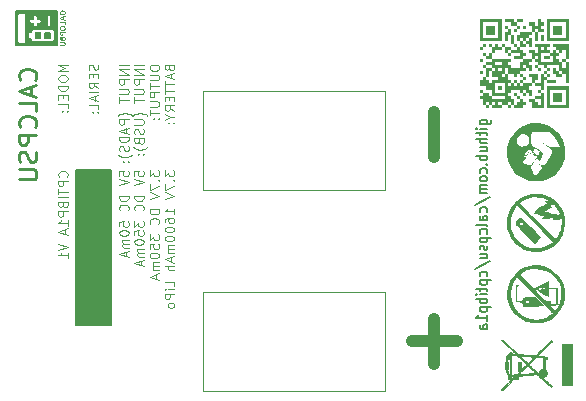
<source format=gbr>
%TF.GenerationSoftware,KiCad,Pcbnew,7.0.10*%
%TF.CreationDate,2024-04-16T16:18:53+10:00*%
%TF.ProjectId,cptibp1a-pcb,63707469-6270-4316-912d-7063622e6b69,rev?*%
%TF.SameCoordinates,Original*%
%TF.FileFunction,Legend,Bot*%
%TF.FilePolarity,Positive*%
%FSLAX46Y46*%
G04 Gerber Fmt 4.6, Leading zero omitted, Abs format (unit mm)*
G04 Created by KiCad (PCBNEW 7.0.10) date 2024-04-16 16:18:53*
%MOMM*%
%LPD*%
G01*
G04 APERTURE LIST*
%ADD10C,0.150000*%
%ADD11C,1.000000*%
%ADD12C,0.120000*%
%ADD13C,0.250000*%
%ADD14C,0.010000*%
G04 APERTURE END LIST*
D10*
X-18500000Y-15000000D02*
X-15500000Y-15000000D01*
X-15500000Y-28100000D01*
X-18500000Y-28100000D01*
X-18500000Y-15000000D01*
G36*
X-18500000Y-15000000D02*
G01*
X-15500000Y-15000000D01*
X-15500000Y-28100000D01*
X-18500000Y-28100000D01*
X-18500000Y-15000000D01*
G37*
D11*
X11856333Y-27595238D02*
X11856333Y-31404762D01*
X13761095Y-29500000D02*
X9951571Y-29500000D01*
D10*
X15703152Y-11132017D02*
X16512676Y-11132017D01*
X16512676Y-11132017D02*
X16607914Y-11093922D01*
X16607914Y-11093922D02*
X16655533Y-11055826D01*
X16655533Y-11055826D02*
X16703152Y-10979636D01*
X16703152Y-10979636D02*
X16703152Y-10865350D01*
X16703152Y-10865350D02*
X16655533Y-10789160D01*
X16322200Y-11132017D02*
X16369819Y-11055826D01*
X16369819Y-11055826D02*
X16369819Y-10903445D01*
X16369819Y-10903445D02*
X16322200Y-10827255D01*
X16322200Y-10827255D02*
X16274580Y-10789160D01*
X16274580Y-10789160D02*
X16179342Y-10751064D01*
X16179342Y-10751064D02*
X15893628Y-10751064D01*
X15893628Y-10751064D02*
X15798390Y-10789160D01*
X15798390Y-10789160D02*
X15750771Y-10827255D01*
X15750771Y-10827255D02*
X15703152Y-10903445D01*
X15703152Y-10903445D02*
X15703152Y-11055826D01*
X15703152Y-11055826D02*
X15750771Y-11132017D01*
X16369819Y-11512970D02*
X15703152Y-11512970D01*
X15369819Y-11512970D02*
X15417438Y-11474874D01*
X15417438Y-11474874D02*
X15465057Y-11512970D01*
X15465057Y-11512970D02*
X15417438Y-11551065D01*
X15417438Y-11551065D02*
X15369819Y-11512970D01*
X15369819Y-11512970D02*
X15465057Y-11512970D01*
X15703152Y-11779636D02*
X15703152Y-12084398D01*
X15369819Y-11893922D02*
X16226961Y-11893922D01*
X16226961Y-11893922D02*
X16322200Y-11932017D01*
X16322200Y-11932017D02*
X16369819Y-12008207D01*
X16369819Y-12008207D02*
X16369819Y-12084398D01*
X16369819Y-12351065D02*
X15369819Y-12351065D01*
X16369819Y-12693922D02*
X15846009Y-12693922D01*
X15846009Y-12693922D02*
X15750771Y-12655827D01*
X15750771Y-12655827D02*
X15703152Y-12579636D01*
X15703152Y-12579636D02*
X15703152Y-12465350D01*
X15703152Y-12465350D02*
X15750771Y-12389160D01*
X15750771Y-12389160D02*
X15798390Y-12351065D01*
X15703152Y-13417732D02*
X16369819Y-13417732D01*
X15703152Y-13074875D02*
X16226961Y-13074875D01*
X16226961Y-13074875D02*
X16322200Y-13112970D01*
X16322200Y-13112970D02*
X16369819Y-13189160D01*
X16369819Y-13189160D02*
X16369819Y-13303446D01*
X16369819Y-13303446D02*
X16322200Y-13379637D01*
X16322200Y-13379637D02*
X16274580Y-13417732D01*
X16369819Y-13798685D02*
X15369819Y-13798685D01*
X15750771Y-13798685D02*
X15703152Y-13874875D01*
X15703152Y-13874875D02*
X15703152Y-14027256D01*
X15703152Y-14027256D02*
X15750771Y-14103447D01*
X15750771Y-14103447D02*
X15798390Y-14141542D01*
X15798390Y-14141542D02*
X15893628Y-14179637D01*
X15893628Y-14179637D02*
X16179342Y-14179637D01*
X16179342Y-14179637D02*
X16274580Y-14141542D01*
X16274580Y-14141542D02*
X16322200Y-14103447D01*
X16322200Y-14103447D02*
X16369819Y-14027256D01*
X16369819Y-14027256D02*
X16369819Y-13874875D01*
X16369819Y-13874875D02*
X16322200Y-13798685D01*
X16274580Y-14522495D02*
X16322200Y-14560590D01*
X16322200Y-14560590D02*
X16369819Y-14522495D01*
X16369819Y-14522495D02*
X16322200Y-14484399D01*
X16322200Y-14484399D02*
X16274580Y-14522495D01*
X16274580Y-14522495D02*
X16369819Y-14522495D01*
X16322200Y-15246304D02*
X16369819Y-15170113D01*
X16369819Y-15170113D02*
X16369819Y-15017732D01*
X16369819Y-15017732D02*
X16322200Y-14941542D01*
X16322200Y-14941542D02*
X16274580Y-14903447D01*
X16274580Y-14903447D02*
X16179342Y-14865351D01*
X16179342Y-14865351D02*
X15893628Y-14865351D01*
X15893628Y-14865351D02*
X15798390Y-14903447D01*
X15798390Y-14903447D02*
X15750771Y-14941542D01*
X15750771Y-14941542D02*
X15703152Y-15017732D01*
X15703152Y-15017732D02*
X15703152Y-15170113D01*
X15703152Y-15170113D02*
X15750771Y-15246304D01*
X16369819Y-15703446D02*
X16322200Y-15627256D01*
X16322200Y-15627256D02*
X16274580Y-15589161D01*
X16274580Y-15589161D02*
X16179342Y-15551065D01*
X16179342Y-15551065D02*
X15893628Y-15551065D01*
X15893628Y-15551065D02*
X15798390Y-15589161D01*
X15798390Y-15589161D02*
X15750771Y-15627256D01*
X15750771Y-15627256D02*
X15703152Y-15703446D01*
X15703152Y-15703446D02*
X15703152Y-15817732D01*
X15703152Y-15817732D02*
X15750771Y-15893923D01*
X15750771Y-15893923D02*
X15798390Y-15932018D01*
X15798390Y-15932018D02*
X15893628Y-15970113D01*
X15893628Y-15970113D02*
X16179342Y-15970113D01*
X16179342Y-15970113D02*
X16274580Y-15932018D01*
X16274580Y-15932018D02*
X16322200Y-15893923D01*
X16322200Y-15893923D02*
X16369819Y-15817732D01*
X16369819Y-15817732D02*
X16369819Y-15703446D01*
X16369819Y-16312971D02*
X15703152Y-16312971D01*
X15798390Y-16312971D02*
X15750771Y-16351066D01*
X15750771Y-16351066D02*
X15703152Y-16427256D01*
X15703152Y-16427256D02*
X15703152Y-16541542D01*
X15703152Y-16541542D02*
X15750771Y-16617733D01*
X15750771Y-16617733D02*
X15846009Y-16655828D01*
X15846009Y-16655828D02*
X16369819Y-16655828D01*
X15846009Y-16655828D02*
X15750771Y-16693923D01*
X15750771Y-16693923D02*
X15703152Y-16770114D01*
X15703152Y-16770114D02*
X15703152Y-16884399D01*
X15703152Y-16884399D02*
X15750771Y-16960590D01*
X15750771Y-16960590D02*
X15846009Y-16998685D01*
X15846009Y-16998685D02*
X16369819Y-16998685D01*
X15322200Y-17951066D02*
X16607914Y-17265352D01*
X16322200Y-18560590D02*
X16369819Y-18484399D01*
X16369819Y-18484399D02*
X16369819Y-18332018D01*
X16369819Y-18332018D02*
X16322200Y-18255828D01*
X16322200Y-18255828D02*
X16274580Y-18217733D01*
X16274580Y-18217733D02*
X16179342Y-18179637D01*
X16179342Y-18179637D02*
X15893628Y-18179637D01*
X15893628Y-18179637D02*
X15798390Y-18217733D01*
X15798390Y-18217733D02*
X15750771Y-18255828D01*
X15750771Y-18255828D02*
X15703152Y-18332018D01*
X15703152Y-18332018D02*
X15703152Y-18484399D01*
X15703152Y-18484399D02*
X15750771Y-18560590D01*
X16369819Y-19246304D02*
X15846009Y-19246304D01*
X15846009Y-19246304D02*
X15750771Y-19208209D01*
X15750771Y-19208209D02*
X15703152Y-19132018D01*
X15703152Y-19132018D02*
X15703152Y-18979637D01*
X15703152Y-18979637D02*
X15750771Y-18903447D01*
X16322200Y-19246304D02*
X16369819Y-19170113D01*
X16369819Y-19170113D02*
X16369819Y-18979637D01*
X16369819Y-18979637D02*
X16322200Y-18903447D01*
X16322200Y-18903447D02*
X16226961Y-18865351D01*
X16226961Y-18865351D02*
X16131723Y-18865351D01*
X16131723Y-18865351D02*
X16036485Y-18903447D01*
X16036485Y-18903447D02*
X15988866Y-18979637D01*
X15988866Y-18979637D02*
X15988866Y-19170113D01*
X15988866Y-19170113D02*
X15941247Y-19246304D01*
X16369819Y-19741542D02*
X16322200Y-19665352D01*
X16322200Y-19665352D02*
X16226961Y-19627257D01*
X16226961Y-19627257D02*
X15369819Y-19627257D01*
X16322200Y-20389162D02*
X16369819Y-20312971D01*
X16369819Y-20312971D02*
X16369819Y-20160590D01*
X16369819Y-20160590D02*
X16322200Y-20084400D01*
X16322200Y-20084400D02*
X16274580Y-20046305D01*
X16274580Y-20046305D02*
X16179342Y-20008209D01*
X16179342Y-20008209D02*
X15893628Y-20008209D01*
X15893628Y-20008209D02*
X15798390Y-20046305D01*
X15798390Y-20046305D02*
X15750771Y-20084400D01*
X15750771Y-20084400D02*
X15703152Y-20160590D01*
X15703152Y-20160590D02*
X15703152Y-20312971D01*
X15703152Y-20312971D02*
X15750771Y-20389162D01*
X15703152Y-20732019D02*
X16703152Y-20732019D01*
X15750771Y-20732019D02*
X15703152Y-20808209D01*
X15703152Y-20808209D02*
X15703152Y-20960590D01*
X15703152Y-20960590D02*
X15750771Y-21036781D01*
X15750771Y-21036781D02*
X15798390Y-21074876D01*
X15798390Y-21074876D02*
X15893628Y-21112971D01*
X15893628Y-21112971D02*
X16179342Y-21112971D01*
X16179342Y-21112971D02*
X16274580Y-21074876D01*
X16274580Y-21074876D02*
X16322200Y-21036781D01*
X16322200Y-21036781D02*
X16369819Y-20960590D01*
X16369819Y-20960590D02*
X16369819Y-20808209D01*
X16369819Y-20808209D02*
X16322200Y-20732019D01*
X16322200Y-21417733D02*
X16369819Y-21493924D01*
X16369819Y-21493924D02*
X16369819Y-21646305D01*
X16369819Y-21646305D02*
X16322200Y-21722495D01*
X16322200Y-21722495D02*
X16226961Y-21760591D01*
X16226961Y-21760591D02*
X16179342Y-21760591D01*
X16179342Y-21760591D02*
X16084104Y-21722495D01*
X16084104Y-21722495D02*
X16036485Y-21646305D01*
X16036485Y-21646305D02*
X16036485Y-21532019D01*
X16036485Y-21532019D02*
X15988866Y-21455829D01*
X15988866Y-21455829D02*
X15893628Y-21417733D01*
X15893628Y-21417733D02*
X15846009Y-21417733D01*
X15846009Y-21417733D02*
X15750771Y-21455829D01*
X15750771Y-21455829D02*
X15703152Y-21532019D01*
X15703152Y-21532019D02*
X15703152Y-21646305D01*
X15703152Y-21646305D02*
X15750771Y-21722495D01*
X15703152Y-22446305D02*
X16369819Y-22446305D01*
X15703152Y-22103448D02*
X16226961Y-22103448D01*
X16226961Y-22103448D02*
X16322200Y-22141543D01*
X16322200Y-22141543D02*
X16369819Y-22217733D01*
X16369819Y-22217733D02*
X16369819Y-22332019D01*
X16369819Y-22332019D02*
X16322200Y-22408210D01*
X16322200Y-22408210D02*
X16274580Y-22446305D01*
X15322200Y-23398686D02*
X16607914Y-22712972D01*
X16322200Y-24008210D02*
X16369819Y-23932019D01*
X16369819Y-23932019D02*
X16369819Y-23779638D01*
X16369819Y-23779638D02*
X16322200Y-23703448D01*
X16322200Y-23703448D02*
X16274580Y-23665353D01*
X16274580Y-23665353D02*
X16179342Y-23627257D01*
X16179342Y-23627257D02*
X15893628Y-23627257D01*
X15893628Y-23627257D02*
X15798390Y-23665353D01*
X15798390Y-23665353D02*
X15750771Y-23703448D01*
X15750771Y-23703448D02*
X15703152Y-23779638D01*
X15703152Y-23779638D02*
X15703152Y-23932019D01*
X15703152Y-23932019D02*
X15750771Y-24008210D01*
X15703152Y-24351067D02*
X16703152Y-24351067D01*
X15750771Y-24351067D02*
X15703152Y-24427257D01*
X15703152Y-24427257D02*
X15703152Y-24579638D01*
X15703152Y-24579638D02*
X15750771Y-24655829D01*
X15750771Y-24655829D02*
X15798390Y-24693924D01*
X15798390Y-24693924D02*
X15893628Y-24732019D01*
X15893628Y-24732019D02*
X16179342Y-24732019D01*
X16179342Y-24732019D02*
X16274580Y-24693924D01*
X16274580Y-24693924D02*
X16322200Y-24655829D01*
X16322200Y-24655829D02*
X16369819Y-24579638D01*
X16369819Y-24579638D02*
X16369819Y-24427257D01*
X16369819Y-24427257D02*
X16322200Y-24351067D01*
X15703152Y-24960591D02*
X15703152Y-25265353D01*
X15369819Y-25074877D02*
X16226961Y-25074877D01*
X16226961Y-25074877D02*
X16322200Y-25112972D01*
X16322200Y-25112972D02*
X16369819Y-25189162D01*
X16369819Y-25189162D02*
X16369819Y-25265353D01*
X16369819Y-25532020D02*
X15703152Y-25532020D01*
X15369819Y-25532020D02*
X15417438Y-25493924D01*
X15417438Y-25493924D02*
X15465057Y-25532020D01*
X15465057Y-25532020D02*
X15417438Y-25570115D01*
X15417438Y-25570115D02*
X15369819Y-25532020D01*
X15369819Y-25532020D02*
X15465057Y-25532020D01*
X16369819Y-25912972D02*
X15369819Y-25912972D01*
X15750771Y-25912972D02*
X15703152Y-25989162D01*
X15703152Y-25989162D02*
X15703152Y-26141543D01*
X15703152Y-26141543D02*
X15750771Y-26217734D01*
X15750771Y-26217734D02*
X15798390Y-26255829D01*
X15798390Y-26255829D02*
X15893628Y-26293924D01*
X15893628Y-26293924D02*
X16179342Y-26293924D01*
X16179342Y-26293924D02*
X16274580Y-26255829D01*
X16274580Y-26255829D02*
X16322200Y-26217734D01*
X16322200Y-26217734D02*
X16369819Y-26141543D01*
X16369819Y-26141543D02*
X16369819Y-25989162D01*
X16369819Y-25989162D02*
X16322200Y-25912972D01*
X15703152Y-26636782D02*
X16703152Y-26636782D01*
X15750771Y-26636782D02*
X15703152Y-26712972D01*
X15703152Y-26712972D02*
X15703152Y-26865353D01*
X15703152Y-26865353D02*
X15750771Y-26941544D01*
X15750771Y-26941544D02*
X15798390Y-26979639D01*
X15798390Y-26979639D02*
X15893628Y-27017734D01*
X15893628Y-27017734D02*
X16179342Y-27017734D01*
X16179342Y-27017734D02*
X16274580Y-26979639D01*
X16274580Y-26979639D02*
X16322200Y-26941544D01*
X16322200Y-26941544D02*
X16369819Y-26865353D01*
X16369819Y-26865353D02*
X16369819Y-26712972D01*
X16369819Y-26712972D02*
X16322200Y-26636782D01*
X16369819Y-27779639D02*
X16369819Y-27322496D01*
X16369819Y-27551068D02*
X15369819Y-27551068D01*
X15369819Y-27551068D02*
X15512676Y-27474877D01*
X15512676Y-27474877D02*
X15607914Y-27398687D01*
X15607914Y-27398687D02*
X15655533Y-27322496D01*
X16369819Y-28465354D02*
X15846009Y-28465354D01*
X15846009Y-28465354D02*
X15750771Y-28427259D01*
X15750771Y-28427259D02*
X15703152Y-28351068D01*
X15703152Y-28351068D02*
X15703152Y-28198687D01*
X15703152Y-28198687D02*
X15750771Y-28122497D01*
X16322200Y-28465354D02*
X16369819Y-28389163D01*
X16369819Y-28389163D02*
X16369819Y-28198687D01*
X16369819Y-28198687D02*
X16322200Y-28122497D01*
X16322200Y-28122497D02*
X16226961Y-28084401D01*
X16226961Y-28084401D02*
X16131723Y-28084401D01*
X16131723Y-28084401D02*
X16036485Y-28122497D01*
X16036485Y-28122497D02*
X15988866Y-28198687D01*
X15988866Y-28198687D02*
X15988866Y-28389163D01*
X15988866Y-28389163D02*
X15941247Y-28465354D01*
D12*
X-19168144Y-6119423D02*
X-19968144Y-6119423D01*
X-19968144Y-6119423D02*
X-19396716Y-6386089D01*
X-19396716Y-6386089D02*
X-19968144Y-6652756D01*
X-19968144Y-6652756D02*
X-19168144Y-6652756D01*
X-19968144Y-7186090D02*
X-19968144Y-7338471D01*
X-19968144Y-7338471D02*
X-19930049Y-7414661D01*
X-19930049Y-7414661D02*
X-19853859Y-7490852D01*
X-19853859Y-7490852D02*
X-19701478Y-7528947D01*
X-19701478Y-7528947D02*
X-19434811Y-7528947D01*
X-19434811Y-7528947D02*
X-19282430Y-7490852D01*
X-19282430Y-7490852D02*
X-19206240Y-7414661D01*
X-19206240Y-7414661D02*
X-19168144Y-7338471D01*
X-19168144Y-7338471D02*
X-19168144Y-7186090D01*
X-19168144Y-7186090D02*
X-19206240Y-7109899D01*
X-19206240Y-7109899D02*
X-19282430Y-7033709D01*
X-19282430Y-7033709D02*
X-19434811Y-6995613D01*
X-19434811Y-6995613D02*
X-19701478Y-6995613D01*
X-19701478Y-6995613D02*
X-19853859Y-7033709D01*
X-19853859Y-7033709D02*
X-19930049Y-7109899D01*
X-19930049Y-7109899D02*
X-19968144Y-7186090D01*
X-19168144Y-7871804D02*
X-19968144Y-7871804D01*
X-19968144Y-7871804D02*
X-19968144Y-8062280D01*
X-19968144Y-8062280D02*
X-19930049Y-8176566D01*
X-19930049Y-8176566D02*
X-19853859Y-8252756D01*
X-19853859Y-8252756D02*
X-19777668Y-8290851D01*
X-19777668Y-8290851D02*
X-19625287Y-8328947D01*
X-19625287Y-8328947D02*
X-19511001Y-8328947D01*
X-19511001Y-8328947D02*
X-19358620Y-8290851D01*
X-19358620Y-8290851D02*
X-19282430Y-8252756D01*
X-19282430Y-8252756D02*
X-19206240Y-8176566D01*
X-19206240Y-8176566D02*
X-19168144Y-8062280D01*
X-19168144Y-8062280D02*
X-19168144Y-7871804D01*
X-19587192Y-8671804D02*
X-19587192Y-8938470D01*
X-19168144Y-9052756D02*
X-19168144Y-8671804D01*
X-19168144Y-8671804D02*
X-19968144Y-8671804D01*
X-19968144Y-8671804D02*
X-19968144Y-9052756D01*
X-19168144Y-9776566D02*
X-19168144Y-9395614D01*
X-19168144Y-9395614D02*
X-19968144Y-9395614D01*
X-19244335Y-10043233D02*
X-19206240Y-10081328D01*
X-19206240Y-10081328D02*
X-19168144Y-10043233D01*
X-19168144Y-10043233D02*
X-19206240Y-10005137D01*
X-19206240Y-10005137D02*
X-19244335Y-10043233D01*
X-19244335Y-10043233D02*
X-19168144Y-10043233D01*
X-19663382Y-10043233D02*
X-19625287Y-10081328D01*
X-19625287Y-10081328D02*
X-19587192Y-10043233D01*
X-19587192Y-10043233D02*
X-19625287Y-10005137D01*
X-19625287Y-10005137D02*
X-19663382Y-10043233D01*
X-19663382Y-10043233D02*
X-19587192Y-10043233D01*
X-16630240Y-6081327D02*
X-16592144Y-6195613D01*
X-16592144Y-6195613D02*
X-16592144Y-6386089D01*
X-16592144Y-6386089D02*
X-16630240Y-6462280D01*
X-16630240Y-6462280D02*
X-16668335Y-6500375D01*
X-16668335Y-6500375D02*
X-16744525Y-6538470D01*
X-16744525Y-6538470D02*
X-16820716Y-6538470D01*
X-16820716Y-6538470D02*
X-16896906Y-6500375D01*
X-16896906Y-6500375D02*
X-16935001Y-6462280D01*
X-16935001Y-6462280D02*
X-16973097Y-6386089D01*
X-16973097Y-6386089D02*
X-17011192Y-6233708D01*
X-17011192Y-6233708D02*
X-17049287Y-6157518D01*
X-17049287Y-6157518D02*
X-17087382Y-6119423D01*
X-17087382Y-6119423D02*
X-17163573Y-6081327D01*
X-17163573Y-6081327D02*
X-17239763Y-6081327D01*
X-17239763Y-6081327D02*
X-17315954Y-6119423D01*
X-17315954Y-6119423D02*
X-17354049Y-6157518D01*
X-17354049Y-6157518D02*
X-17392144Y-6233708D01*
X-17392144Y-6233708D02*
X-17392144Y-6424185D01*
X-17392144Y-6424185D02*
X-17354049Y-6538470D01*
X-17011192Y-6881328D02*
X-17011192Y-7147994D01*
X-16592144Y-7262280D02*
X-16592144Y-6881328D01*
X-16592144Y-6881328D02*
X-17392144Y-6881328D01*
X-17392144Y-6881328D02*
X-17392144Y-7262280D01*
X-16592144Y-8062281D02*
X-16973097Y-7795614D01*
X-16592144Y-7605138D02*
X-17392144Y-7605138D01*
X-17392144Y-7605138D02*
X-17392144Y-7909900D01*
X-17392144Y-7909900D02*
X-17354049Y-7986090D01*
X-17354049Y-7986090D02*
X-17315954Y-8024185D01*
X-17315954Y-8024185D02*
X-17239763Y-8062281D01*
X-17239763Y-8062281D02*
X-17125478Y-8062281D01*
X-17125478Y-8062281D02*
X-17049287Y-8024185D01*
X-17049287Y-8024185D02*
X-17011192Y-7986090D01*
X-17011192Y-7986090D02*
X-16973097Y-7909900D01*
X-16973097Y-7909900D02*
X-16973097Y-7605138D01*
X-16592144Y-8405138D02*
X-17392144Y-8405138D01*
X-16820716Y-8747994D02*
X-16820716Y-9128947D01*
X-16592144Y-8671804D02*
X-17392144Y-8938471D01*
X-17392144Y-8938471D02*
X-16592144Y-9205137D01*
X-16592144Y-9852756D02*
X-16592144Y-9471804D01*
X-16592144Y-9471804D02*
X-17392144Y-9471804D01*
X-16668335Y-10119423D02*
X-16630240Y-10157518D01*
X-16630240Y-10157518D02*
X-16592144Y-10119423D01*
X-16592144Y-10119423D02*
X-16630240Y-10081327D01*
X-16630240Y-10081327D02*
X-16668335Y-10119423D01*
X-16668335Y-10119423D02*
X-16592144Y-10119423D01*
X-17087382Y-10119423D02*
X-17049287Y-10157518D01*
X-17049287Y-10157518D02*
X-17011192Y-10119423D01*
X-17011192Y-10119423D02*
X-17049287Y-10081327D01*
X-17049287Y-10081327D02*
X-17087382Y-10119423D01*
X-17087382Y-10119423D02*
X-17011192Y-10119423D01*
X-14016144Y-6119423D02*
X-14816144Y-6119423D01*
X-14016144Y-6500375D02*
X-14816144Y-6500375D01*
X-14816144Y-6500375D02*
X-14016144Y-6957518D01*
X-14016144Y-6957518D02*
X-14816144Y-6957518D01*
X-14016144Y-7338470D02*
X-14816144Y-7338470D01*
X-14816144Y-7338470D02*
X-14816144Y-7643232D01*
X-14816144Y-7643232D02*
X-14778049Y-7719422D01*
X-14778049Y-7719422D02*
X-14739954Y-7757517D01*
X-14739954Y-7757517D02*
X-14663763Y-7795613D01*
X-14663763Y-7795613D02*
X-14549478Y-7795613D01*
X-14549478Y-7795613D02*
X-14473287Y-7757517D01*
X-14473287Y-7757517D02*
X-14435192Y-7719422D01*
X-14435192Y-7719422D02*
X-14397097Y-7643232D01*
X-14397097Y-7643232D02*
X-14397097Y-7338470D01*
X-14816144Y-8138470D02*
X-14168525Y-8138470D01*
X-14168525Y-8138470D02*
X-14092335Y-8176565D01*
X-14092335Y-8176565D02*
X-14054240Y-8214660D01*
X-14054240Y-8214660D02*
X-14016144Y-8290851D01*
X-14016144Y-8290851D02*
X-14016144Y-8443232D01*
X-14016144Y-8443232D02*
X-14054240Y-8519422D01*
X-14054240Y-8519422D02*
X-14092335Y-8557517D01*
X-14092335Y-8557517D02*
X-14168525Y-8595613D01*
X-14168525Y-8595613D02*
X-14816144Y-8595613D01*
X-14816144Y-8862279D02*
X-14816144Y-9319422D01*
X-14016144Y-9090850D02*
X-14816144Y-9090850D01*
X-13711382Y-10424184D02*
X-13749478Y-10386089D01*
X-13749478Y-10386089D02*
X-13863763Y-10309898D01*
X-13863763Y-10309898D02*
X-13939954Y-10271803D01*
X-13939954Y-10271803D02*
X-14054240Y-10233708D01*
X-14054240Y-10233708D02*
X-14244716Y-10195613D01*
X-14244716Y-10195613D02*
X-14397097Y-10195613D01*
X-14397097Y-10195613D02*
X-14587573Y-10233708D01*
X-14587573Y-10233708D02*
X-14701859Y-10271803D01*
X-14701859Y-10271803D02*
X-14778049Y-10309898D01*
X-14778049Y-10309898D02*
X-14892335Y-10386089D01*
X-14892335Y-10386089D02*
X-14930430Y-10424184D01*
X-14016144Y-10728946D02*
X-14816144Y-10728946D01*
X-14816144Y-10728946D02*
X-14816144Y-11033708D01*
X-14816144Y-11033708D02*
X-14778049Y-11109898D01*
X-14778049Y-11109898D02*
X-14739954Y-11147993D01*
X-14739954Y-11147993D02*
X-14663763Y-11186089D01*
X-14663763Y-11186089D02*
X-14549478Y-11186089D01*
X-14549478Y-11186089D02*
X-14473287Y-11147993D01*
X-14473287Y-11147993D02*
X-14435192Y-11109898D01*
X-14435192Y-11109898D02*
X-14397097Y-11033708D01*
X-14397097Y-11033708D02*
X-14397097Y-10728946D01*
X-14244716Y-11490850D02*
X-14244716Y-11871803D01*
X-14016144Y-11414660D02*
X-14816144Y-11681327D01*
X-14816144Y-11681327D02*
X-14016144Y-11947993D01*
X-14016144Y-12214660D02*
X-14816144Y-12214660D01*
X-14816144Y-12214660D02*
X-14816144Y-12405136D01*
X-14816144Y-12405136D02*
X-14778049Y-12519422D01*
X-14778049Y-12519422D02*
X-14701859Y-12595612D01*
X-14701859Y-12595612D02*
X-14625668Y-12633707D01*
X-14625668Y-12633707D02*
X-14473287Y-12671803D01*
X-14473287Y-12671803D02*
X-14359001Y-12671803D01*
X-14359001Y-12671803D02*
X-14206620Y-12633707D01*
X-14206620Y-12633707D02*
X-14130430Y-12595612D01*
X-14130430Y-12595612D02*
X-14054240Y-12519422D01*
X-14054240Y-12519422D02*
X-14016144Y-12405136D01*
X-14016144Y-12405136D02*
X-14016144Y-12214660D01*
X-14054240Y-12976564D02*
X-14016144Y-13090850D01*
X-14016144Y-13090850D02*
X-14016144Y-13281326D01*
X-14016144Y-13281326D02*
X-14054240Y-13357517D01*
X-14054240Y-13357517D02*
X-14092335Y-13395612D01*
X-14092335Y-13395612D02*
X-14168525Y-13433707D01*
X-14168525Y-13433707D02*
X-14244716Y-13433707D01*
X-14244716Y-13433707D02*
X-14320906Y-13395612D01*
X-14320906Y-13395612D02*
X-14359001Y-13357517D01*
X-14359001Y-13357517D02*
X-14397097Y-13281326D01*
X-14397097Y-13281326D02*
X-14435192Y-13128945D01*
X-14435192Y-13128945D02*
X-14473287Y-13052755D01*
X-14473287Y-13052755D02*
X-14511382Y-13014660D01*
X-14511382Y-13014660D02*
X-14587573Y-12976564D01*
X-14587573Y-12976564D02*
X-14663763Y-12976564D01*
X-14663763Y-12976564D02*
X-14739954Y-13014660D01*
X-14739954Y-13014660D02*
X-14778049Y-13052755D01*
X-14778049Y-13052755D02*
X-14816144Y-13128945D01*
X-14816144Y-13128945D02*
X-14816144Y-13319422D01*
X-14816144Y-13319422D02*
X-14778049Y-13433707D01*
X-13711382Y-13700374D02*
X-13749478Y-13738469D01*
X-13749478Y-13738469D02*
X-13863763Y-13814660D01*
X-13863763Y-13814660D02*
X-13939954Y-13852755D01*
X-13939954Y-13852755D02*
X-14054240Y-13890850D01*
X-14054240Y-13890850D02*
X-14244716Y-13928946D01*
X-14244716Y-13928946D02*
X-14397097Y-13928946D01*
X-14397097Y-13928946D02*
X-14587573Y-13890850D01*
X-14587573Y-13890850D02*
X-14701859Y-13852755D01*
X-14701859Y-13852755D02*
X-14778049Y-13814660D01*
X-14778049Y-13814660D02*
X-14892335Y-13738469D01*
X-14892335Y-13738469D02*
X-14930430Y-13700374D01*
X-14092335Y-14309898D02*
X-14054240Y-14347993D01*
X-14054240Y-14347993D02*
X-14016144Y-14309898D01*
X-14016144Y-14309898D02*
X-14054240Y-14271802D01*
X-14054240Y-14271802D02*
X-14092335Y-14309898D01*
X-14092335Y-14309898D02*
X-14016144Y-14309898D01*
X-14511382Y-14309898D02*
X-14473287Y-14347993D01*
X-14473287Y-14347993D02*
X-14435192Y-14309898D01*
X-14435192Y-14309898D02*
X-14473287Y-14271802D01*
X-14473287Y-14271802D02*
X-14511382Y-14309898D01*
X-14511382Y-14309898D02*
X-14435192Y-14309898D01*
X-12728144Y-6119423D02*
X-13528144Y-6119423D01*
X-12728144Y-6500375D02*
X-13528144Y-6500375D01*
X-13528144Y-6500375D02*
X-12728144Y-6957518D01*
X-12728144Y-6957518D02*
X-13528144Y-6957518D01*
X-12728144Y-7338470D02*
X-13528144Y-7338470D01*
X-13528144Y-7338470D02*
X-13528144Y-7643232D01*
X-13528144Y-7643232D02*
X-13490049Y-7719422D01*
X-13490049Y-7719422D02*
X-13451954Y-7757517D01*
X-13451954Y-7757517D02*
X-13375763Y-7795613D01*
X-13375763Y-7795613D02*
X-13261478Y-7795613D01*
X-13261478Y-7795613D02*
X-13185287Y-7757517D01*
X-13185287Y-7757517D02*
X-13147192Y-7719422D01*
X-13147192Y-7719422D02*
X-13109097Y-7643232D01*
X-13109097Y-7643232D02*
X-13109097Y-7338470D01*
X-13528144Y-8138470D02*
X-12880525Y-8138470D01*
X-12880525Y-8138470D02*
X-12804335Y-8176565D01*
X-12804335Y-8176565D02*
X-12766240Y-8214660D01*
X-12766240Y-8214660D02*
X-12728144Y-8290851D01*
X-12728144Y-8290851D02*
X-12728144Y-8443232D01*
X-12728144Y-8443232D02*
X-12766240Y-8519422D01*
X-12766240Y-8519422D02*
X-12804335Y-8557517D01*
X-12804335Y-8557517D02*
X-12880525Y-8595613D01*
X-12880525Y-8595613D02*
X-13528144Y-8595613D01*
X-13528144Y-8862279D02*
X-13528144Y-9319422D01*
X-12728144Y-9090850D02*
X-13528144Y-9090850D01*
X-12423382Y-10424184D02*
X-12461478Y-10386089D01*
X-12461478Y-10386089D02*
X-12575763Y-10309898D01*
X-12575763Y-10309898D02*
X-12651954Y-10271803D01*
X-12651954Y-10271803D02*
X-12766240Y-10233708D01*
X-12766240Y-10233708D02*
X-12956716Y-10195613D01*
X-12956716Y-10195613D02*
X-13109097Y-10195613D01*
X-13109097Y-10195613D02*
X-13299573Y-10233708D01*
X-13299573Y-10233708D02*
X-13413859Y-10271803D01*
X-13413859Y-10271803D02*
X-13490049Y-10309898D01*
X-13490049Y-10309898D02*
X-13604335Y-10386089D01*
X-13604335Y-10386089D02*
X-13642430Y-10424184D01*
X-13528144Y-10728946D02*
X-12880525Y-10728946D01*
X-12880525Y-10728946D02*
X-12804335Y-10767041D01*
X-12804335Y-10767041D02*
X-12766240Y-10805136D01*
X-12766240Y-10805136D02*
X-12728144Y-10881327D01*
X-12728144Y-10881327D02*
X-12728144Y-11033708D01*
X-12728144Y-11033708D02*
X-12766240Y-11109898D01*
X-12766240Y-11109898D02*
X-12804335Y-11147993D01*
X-12804335Y-11147993D02*
X-12880525Y-11186089D01*
X-12880525Y-11186089D02*
X-13528144Y-11186089D01*
X-12766240Y-11528945D02*
X-12728144Y-11643231D01*
X-12728144Y-11643231D02*
X-12728144Y-11833707D01*
X-12728144Y-11833707D02*
X-12766240Y-11909898D01*
X-12766240Y-11909898D02*
X-12804335Y-11947993D01*
X-12804335Y-11947993D02*
X-12880525Y-11986088D01*
X-12880525Y-11986088D02*
X-12956716Y-11986088D01*
X-12956716Y-11986088D02*
X-13032906Y-11947993D01*
X-13032906Y-11947993D02*
X-13071001Y-11909898D01*
X-13071001Y-11909898D02*
X-13109097Y-11833707D01*
X-13109097Y-11833707D02*
X-13147192Y-11681326D01*
X-13147192Y-11681326D02*
X-13185287Y-11605136D01*
X-13185287Y-11605136D02*
X-13223382Y-11567041D01*
X-13223382Y-11567041D02*
X-13299573Y-11528945D01*
X-13299573Y-11528945D02*
X-13375763Y-11528945D01*
X-13375763Y-11528945D02*
X-13451954Y-11567041D01*
X-13451954Y-11567041D02*
X-13490049Y-11605136D01*
X-13490049Y-11605136D02*
X-13528144Y-11681326D01*
X-13528144Y-11681326D02*
X-13528144Y-11871803D01*
X-13528144Y-11871803D02*
X-13490049Y-11986088D01*
X-13147192Y-12595612D02*
X-13109097Y-12709898D01*
X-13109097Y-12709898D02*
X-13071001Y-12747993D01*
X-13071001Y-12747993D02*
X-12994811Y-12786089D01*
X-12994811Y-12786089D02*
X-12880525Y-12786089D01*
X-12880525Y-12786089D02*
X-12804335Y-12747993D01*
X-12804335Y-12747993D02*
X-12766240Y-12709898D01*
X-12766240Y-12709898D02*
X-12728144Y-12633708D01*
X-12728144Y-12633708D02*
X-12728144Y-12328946D01*
X-12728144Y-12328946D02*
X-13528144Y-12328946D01*
X-13528144Y-12328946D02*
X-13528144Y-12595612D01*
X-13528144Y-12595612D02*
X-13490049Y-12671803D01*
X-13490049Y-12671803D02*
X-13451954Y-12709898D01*
X-13451954Y-12709898D02*
X-13375763Y-12747993D01*
X-13375763Y-12747993D02*
X-13299573Y-12747993D01*
X-13299573Y-12747993D02*
X-13223382Y-12709898D01*
X-13223382Y-12709898D02*
X-13185287Y-12671803D01*
X-13185287Y-12671803D02*
X-13147192Y-12595612D01*
X-13147192Y-12595612D02*
X-13147192Y-12328946D01*
X-12423382Y-13052755D02*
X-12461478Y-13090850D01*
X-12461478Y-13090850D02*
X-12575763Y-13167041D01*
X-12575763Y-13167041D02*
X-12651954Y-13205136D01*
X-12651954Y-13205136D02*
X-12766240Y-13243231D01*
X-12766240Y-13243231D02*
X-12956716Y-13281327D01*
X-12956716Y-13281327D02*
X-13109097Y-13281327D01*
X-13109097Y-13281327D02*
X-13299573Y-13243231D01*
X-13299573Y-13243231D02*
X-13413859Y-13205136D01*
X-13413859Y-13205136D02*
X-13490049Y-13167041D01*
X-13490049Y-13167041D02*
X-13604335Y-13090850D01*
X-13604335Y-13090850D02*
X-13642430Y-13052755D01*
X-12804335Y-13662279D02*
X-12766240Y-13700374D01*
X-12766240Y-13700374D02*
X-12728144Y-13662279D01*
X-12728144Y-13662279D02*
X-12766240Y-13624183D01*
X-12766240Y-13624183D02*
X-12804335Y-13662279D01*
X-12804335Y-13662279D02*
X-12728144Y-13662279D01*
X-13223382Y-13662279D02*
X-13185287Y-13700374D01*
X-13185287Y-13700374D02*
X-13147192Y-13662279D01*
X-13147192Y-13662279D02*
X-13185287Y-13624183D01*
X-13185287Y-13624183D02*
X-13223382Y-13662279D01*
X-13223382Y-13662279D02*
X-13147192Y-13662279D01*
X-12240144Y-6271804D02*
X-12240144Y-6424185D01*
X-12240144Y-6424185D02*
X-12202049Y-6500375D01*
X-12202049Y-6500375D02*
X-12125859Y-6576566D01*
X-12125859Y-6576566D02*
X-11973478Y-6614661D01*
X-11973478Y-6614661D02*
X-11706811Y-6614661D01*
X-11706811Y-6614661D02*
X-11554430Y-6576566D01*
X-11554430Y-6576566D02*
X-11478240Y-6500375D01*
X-11478240Y-6500375D02*
X-11440144Y-6424185D01*
X-11440144Y-6424185D02*
X-11440144Y-6271804D01*
X-11440144Y-6271804D02*
X-11478240Y-6195613D01*
X-11478240Y-6195613D02*
X-11554430Y-6119423D01*
X-11554430Y-6119423D02*
X-11706811Y-6081327D01*
X-11706811Y-6081327D02*
X-11973478Y-6081327D01*
X-11973478Y-6081327D02*
X-12125859Y-6119423D01*
X-12125859Y-6119423D02*
X-12202049Y-6195613D01*
X-12202049Y-6195613D02*
X-12240144Y-6271804D01*
X-12240144Y-6957518D02*
X-11592525Y-6957518D01*
X-11592525Y-6957518D02*
X-11516335Y-6995613D01*
X-11516335Y-6995613D02*
X-11478240Y-7033708D01*
X-11478240Y-7033708D02*
X-11440144Y-7109899D01*
X-11440144Y-7109899D02*
X-11440144Y-7262280D01*
X-11440144Y-7262280D02*
X-11478240Y-7338470D01*
X-11478240Y-7338470D02*
X-11516335Y-7376565D01*
X-11516335Y-7376565D02*
X-11592525Y-7414661D01*
X-11592525Y-7414661D02*
X-12240144Y-7414661D01*
X-12240144Y-7681327D02*
X-12240144Y-8138470D01*
X-11440144Y-7909898D02*
X-12240144Y-7909898D01*
X-11440144Y-8405137D02*
X-12240144Y-8405137D01*
X-12240144Y-8405137D02*
X-12240144Y-8709899D01*
X-12240144Y-8709899D02*
X-12202049Y-8786089D01*
X-12202049Y-8786089D02*
X-12163954Y-8824184D01*
X-12163954Y-8824184D02*
X-12087763Y-8862280D01*
X-12087763Y-8862280D02*
X-11973478Y-8862280D01*
X-11973478Y-8862280D02*
X-11897287Y-8824184D01*
X-11897287Y-8824184D02*
X-11859192Y-8786089D01*
X-11859192Y-8786089D02*
X-11821097Y-8709899D01*
X-11821097Y-8709899D02*
X-11821097Y-8405137D01*
X-12240144Y-9205137D02*
X-11592525Y-9205137D01*
X-11592525Y-9205137D02*
X-11516335Y-9243232D01*
X-11516335Y-9243232D02*
X-11478240Y-9281327D01*
X-11478240Y-9281327D02*
X-11440144Y-9357518D01*
X-11440144Y-9357518D02*
X-11440144Y-9509899D01*
X-11440144Y-9509899D02*
X-11478240Y-9586089D01*
X-11478240Y-9586089D02*
X-11516335Y-9624184D01*
X-11516335Y-9624184D02*
X-11592525Y-9662280D01*
X-11592525Y-9662280D02*
X-12240144Y-9662280D01*
X-12240144Y-9928946D02*
X-12240144Y-10386089D01*
X-11440144Y-10157517D02*
X-12240144Y-10157517D01*
X-11516335Y-10652756D02*
X-11478240Y-10690851D01*
X-11478240Y-10690851D02*
X-11440144Y-10652756D01*
X-11440144Y-10652756D02*
X-11478240Y-10614660D01*
X-11478240Y-10614660D02*
X-11516335Y-10652756D01*
X-11516335Y-10652756D02*
X-11440144Y-10652756D01*
X-11935382Y-10652756D02*
X-11897287Y-10690851D01*
X-11897287Y-10690851D02*
X-11859192Y-10652756D01*
X-11859192Y-10652756D02*
X-11897287Y-10614660D01*
X-11897287Y-10614660D02*
X-11935382Y-10652756D01*
X-11935382Y-10652756D02*
X-11859192Y-10652756D01*
X-10571192Y-6386089D02*
X-10533097Y-6500375D01*
X-10533097Y-6500375D02*
X-10495001Y-6538470D01*
X-10495001Y-6538470D02*
X-10418811Y-6576566D01*
X-10418811Y-6576566D02*
X-10304525Y-6576566D01*
X-10304525Y-6576566D02*
X-10228335Y-6538470D01*
X-10228335Y-6538470D02*
X-10190240Y-6500375D01*
X-10190240Y-6500375D02*
X-10152144Y-6424185D01*
X-10152144Y-6424185D02*
X-10152144Y-6119423D01*
X-10152144Y-6119423D02*
X-10952144Y-6119423D01*
X-10952144Y-6119423D02*
X-10952144Y-6386089D01*
X-10952144Y-6386089D02*
X-10914049Y-6462280D01*
X-10914049Y-6462280D02*
X-10875954Y-6500375D01*
X-10875954Y-6500375D02*
X-10799763Y-6538470D01*
X-10799763Y-6538470D02*
X-10723573Y-6538470D01*
X-10723573Y-6538470D02*
X-10647382Y-6500375D01*
X-10647382Y-6500375D02*
X-10609287Y-6462280D01*
X-10609287Y-6462280D02*
X-10571192Y-6386089D01*
X-10571192Y-6386089D02*
X-10571192Y-6119423D01*
X-10380716Y-6881327D02*
X-10380716Y-7262280D01*
X-10152144Y-6805137D02*
X-10952144Y-7071804D01*
X-10952144Y-7071804D02*
X-10152144Y-7338470D01*
X-10952144Y-7490851D02*
X-10952144Y-7947994D01*
X-10152144Y-7719422D02*
X-10952144Y-7719422D01*
X-10952144Y-8100375D02*
X-10952144Y-8557518D01*
X-10152144Y-8328946D02*
X-10952144Y-8328946D01*
X-10571192Y-8824185D02*
X-10571192Y-9090851D01*
X-10152144Y-9205137D02*
X-10152144Y-8824185D01*
X-10152144Y-8824185D02*
X-10952144Y-8824185D01*
X-10952144Y-8824185D02*
X-10952144Y-9205137D01*
X-10152144Y-10005138D02*
X-10533097Y-9738471D01*
X-10152144Y-9547995D02*
X-10952144Y-9547995D01*
X-10952144Y-9547995D02*
X-10952144Y-9852757D01*
X-10952144Y-9852757D02*
X-10914049Y-9928947D01*
X-10914049Y-9928947D02*
X-10875954Y-9967042D01*
X-10875954Y-9967042D02*
X-10799763Y-10005138D01*
X-10799763Y-10005138D02*
X-10685478Y-10005138D01*
X-10685478Y-10005138D02*
X-10609287Y-9967042D01*
X-10609287Y-9967042D02*
X-10571192Y-9928947D01*
X-10571192Y-9928947D02*
X-10533097Y-9852757D01*
X-10533097Y-9852757D02*
X-10533097Y-9547995D01*
X-10533097Y-10500376D02*
X-10152144Y-10500376D01*
X-10952144Y-10233709D02*
X-10533097Y-10500376D01*
X-10533097Y-10500376D02*
X-10952144Y-10767042D01*
X-10228335Y-11033709D02*
X-10190240Y-11071804D01*
X-10190240Y-11071804D02*
X-10152144Y-11033709D01*
X-10152144Y-11033709D02*
X-10190240Y-10995613D01*
X-10190240Y-10995613D02*
X-10228335Y-11033709D01*
X-10228335Y-11033709D02*
X-10152144Y-11033709D01*
X-10647382Y-11033709D02*
X-10609287Y-11071804D01*
X-10609287Y-11071804D02*
X-10571192Y-11033709D01*
X-10571192Y-11033709D02*
X-10609287Y-10995613D01*
X-10609287Y-10995613D02*
X-10647382Y-11033709D01*
X-10647382Y-11033709D02*
X-10571192Y-11033709D01*
D13*
X-21961928Y-7378758D02*
X-21890500Y-7307330D01*
X-21890500Y-7307330D02*
X-21819071Y-7093044D01*
X-21819071Y-7093044D02*
X-21819071Y-6950187D01*
X-21819071Y-6950187D02*
X-21890500Y-6735901D01*
X-21890500Y-6735901D02*
X-22033357Y-6593044D01*
X-22033357Y-6593044D02*
X-22176214Y-6521615D01*
X-22176214Y-6521615D02*
X-22461928Y-6450187D01*
X-22461928Y-6450187D02*
X-22676214Y-6450187D01*
X-22676214Y-6450187D02*
X-22961928Y-6521615D01*
X-22961928Y-6521615D02*
X-23104785Y-6593044D01*
X-23104785Y-6593044D02*
X-23247642Y-6735901D01*
X-23247642Y-6735901D02*
X-23319071Y-6950187D01*
X-23319071Y-6950187D02*
X-23319071Y-7093044D01*
X-23319071Y-7093044D02*
X-23247642Y-7307330D01*
X-23247642Y-7307330D02*
X-23176214Y-7378758D01*
X-22247642Y-7950187D02*
X-22247642Y-8664473D01*
X-21819071Y-7807330D02*
X-23319071Y-8307330D01*
X-23319071Y-8307330D02*
X-21819071Y-8807330D01*
X-21819071Y-10021615D02*
X-21819071Y-9307329D01*
X-21819071Y-9307329D02*
X-23319071Y-9307329D01*
X-21961928Y-11378758D02*
X-21890500Y-11307330D01*
X-21890500Y-11307330D02*
X-21819071Y-11093044D01*
X-21819071Y-11093044D02*
X-21819071Y-10950187D01*
X-21819071Y-10950187D02*
X-21890500Y-10735901D01*
X-21890500Y-10735901D02*
X-22033357Y-10593044D01*
X-22033357Y-10593044D02*
X-22176214Y-10521615D01*
X-22176214Y-10521615D02*
X-22461928Y-10450187D01*
X-22461928Y-10450187D02*
X-22676214Y-10450187D01*
X-22676214Y-10450187D02*
X-22961928Y-10521615D01*
X-22961928Y-10521615D02*
X-23104785Y-10593044D01*
X-23104785Y-10593044D02*
X-23247642Y-10735901D01*
X-23247642Y-10735901D02*
X-23319071Y-10950187D01*
X-23319071Y-10950187D02*
X-23319071Y-11093044D01*
X-23319071Y-11093044D02*
X-23247642Y-11307330D01*
X-23247642Y-11307330D02*
X-23176214Y-11378758D01*
X-21819071Y-12021615D02*
X-23319071Y-12021615D01*
X-23319071Y-12021615D02*
X-23319071Y-12593044D01*
X-23319071Y-12593044D02*
X-23247642Y-12735901D01*
X-23247642Y-12735901D02*
X-23176214Y-12807330D01*
X-23176214Y-12807330D02*
X-23033357Y-12878758D01*
X-23033357Y-12878758D02*
X-22819071Y-12878758D01*
X-22819071Y-12878758D02*
X-22676214Y-12807330D01*
X-22676214Y-12807330D02*
X-22604785Y-12735901D01*
X-22604785Y-12735901D02*
X-22533357Y-12593044D01*
X-22533357Y-12593044D02*
X-22533357Y-12021615D01*
X-21890500Y-13450187D02*
X-21819071Y-13664473D01*
X-21819071Y-13664473D02*
X-21819071Y-14021615D01*
X-21819071Y-14021615D02*
X-21890500Y-14164473D01*
X-21890500Y-14164473D02*
X-21961928Y-14235901D01*
X-21961928Y-14235901D02*
X-22104785Y-14307330D01*
X-22104785Y-14307330D02*
X-22247642Y-14307330D01*
X-22247642Y-14307330D02*
X-22390500Y-14235901D01*
X-22390500Y-14235901D02*
X-22461928Y-14164473D01*
X-22461928Y-14164473D02*
X-22533357Y-14021615D01*
X-22533357Y-14021615D02*
X-22604785Y-13735901D01*
X-22604785Y-13735901D02*
X-22676214Y-13593044D01*
X-22676214Y-13593044D02*
X-22747642Y-13521615D01*
X-22747642Y-13521615D02*
X-22890500Y-13450187D01*
X-22890500Y-13450187D02*
X-23033357Y-13450187D01*
X-23033357Y-13450187D02*
X-23176214Y-13521615D01*
X-23176214Y-13521615D02*
X-23247642Y-13593044D01*
X-23247642Y-13593044D02*
X-23319071Y-13735901D01*
X-23319071Y-13735901D02*
X-23319071Y-14093044D01*
X-23319071Y-14093044D02*
X-23247642Y-14307330D01*
X-23319071Y-14950186D02*
X-22104785Y-14950186D01*
X-22104785Y-14950186D02*
X-21961928Y-15021615D01*
X-21961928Y-15021615D02*
X-21890500Y-15093044D01*
X-21890500Y-15093044D02*
X-21819071Y-15235901D01*
X-21819071Y-15235901D02*
X-21819071Y-15521615D01*
X-21819071Y-15521615D02*
X-21890500Y-15664472D01*
X-21890500Y-15664472D02*
X-21961928Y-15735901D01*
X-21961928Y-15735901D02*
X-22104785Y-15807329D01*
X-22104785Y-15807329D02*
X-23319071Y-15807329D01*
D11*
X11856333Y-10095238D02*
X11856333Y-13904762D01*
D12*
X-19244335Y-15576566D02*
X-19206240Y-15538470D01*
X-19206240Y-15538470D02*
X-19168144Y-15424185D01*
X-19168144Y-15424185D02*
X-19168144Y-15347994D01*
X-19168144Y-15347994D02*
X-19206240Y-15233708D01*
X-19206240Y-15233708D02*
X-19282430Y-15157518D01*
X-19282430Y-15157518D02*
X-19358620Y-15119423D01*
X-19358620Y-15119423D02*
X-19511001Y-15081327D01*
X-19511001Y-15081327D02*
X-19625287Y-15081327D01*
X-19625287Y-15081327D02*
X-19777668Y-15119423D01*
X-19777668Y-15119423D02*
X-19853859Y-15157518D01*
X-19853859Y-15157518D02*
X-19930049Y-15233708D01*
X-19930049Y-15233708D02*
X-19968144Y-15347994D01*
X-19968144Y-15347994D02*
X-19968144Y-15424185D01*
X-19968144Y-15424185D02*
X-19930049Y-15538470D01*
X-19930049Y-15538470D02*
X-19891954Y-15576566D01*
X-19168144Y-15919423D02*
X-19968144Y-15919423D01*
X-19968144Y-15919423D02*
X-19968144Y-16224185D01*
X-19968144Y-16224185D02*
X-19930049Y-16300375D01*
X-19930049Y-16300375D02*
X-19891954Y-16338470D01*
X-19891954Y-16338470D02*
X-19815763Y-16376566D01*
X-19815763Y-16376566D02*
X-19701478Y-16376566D01*
X-19701478Y-16376566D02*
X-19625287Y-16338470D01*
X-19625287Y-16338470D02*
X-19587192Y-16300375D01*
X-19587192Y-16300375D02*
X-19549097Y-16224185D01*
X-19549097Y-16224185D02*
X-19549097Y-15919423D01*
X-19968144Y-16605137D02*
X-19968144Y-17062280D01*
X-19168144Y-16833708D02*
X-19968144Y-16833708D01*
X-19168144Y-17328947D02*
X-19968144Y-17328947D01*
X-19587192Y-17976565D02*
X-19549097Y-18090851D01*
X-19549097Y-18090851D02*
X-19511001Y-18128946D01*
X-19511001Y-18128946D02*
X-19434811Y-18167042D01*
X-19434811Y-18167042D02*
X-19320525Y-18167042D01*
X-19320525Y-18167042D02*
X-19244335Y-18128946D01*
X-19244335Y-18128946D02*
X-19206240Y-18090851D01*
X-19206240Y-18090851D02*
X-19168144Y-18014661D01*
X-19168144Y-18014661D02*
X-19168144Y-17709899D01*
X-19168144Y-17709899D02*
X-19968144Y-17709899D01*
X-19968144Y-17709899D02*
X-19968144Y-17976565D01*
X-19968144Y-17976565D02*
X-19930049Y-18052756D01*
X-19930049Y-18052756D02*
X-19891954Y-18090851D01*
X-19891954Y-18090851D02*
X-19815763Y-18128946D01*
X-19815763Y-18128946D02*
X-19739573Y-18128946D01*
X-19739573Y-18128946D02*
X-19663382Y-18090851D01*
X-19663382Y-18090851D02*
X-19625287Y-18052756D01*
X-19625287Y-18052756D02*
X-19587192Y-17976565D01*
X-19587192Y-17976565D02*
X-19587192Y-17709899D01*
X-19168144Y-18509899D02*
X-19968144Y-18509899D01*
X-19968144Y-18509899D02*
X-19968144Y-18814661D01*
X-19968144Y-18814661D02*
X-19930049Y-18890851D01*
X-19930049Y-18890851D02*
X-19891954Y-18928946D01*
X-19891954Y-18928946D02*
X-19815763Y-18967042D01*
X-19815763Y-18967042D02*
X-19701478Y-18967042D01*
X-19701478Y-18967042D02*
X-19625287Y-18928946D01*
X-19625287Y-18928946D02*
X-19587192Y-18890851D01*
X-19587192Y-18890851D02*
X-19549097Y-18814661D01*
X-19549097Y-18814661D02*
X-19549097Y-18509899D01*
X-19168144Y-19728946D02*
X-19168144Y-19271803D01*
X-19168144Y-19500375D02*
X-19968144Y-19500375D01*
X-19968144Y-19500375D02*
X-19853859Y-19424184D01*
X-19853859Y-19424184D02*
X-19777668Y-19347994D01*
X-19777668Y-19347994D02*
X-19739573Y-19271803D01*
X-19396716Y-20033708D02*
X-19396716Y-20414661D01*
X-19168144Y-19957518D02*
X-19968144Y-20224185D01*
X-19968144Y-20224185D02*
X-19168144Y-20490851D01*
X-19968144Y-21252756D02*
X-19168144Y-21519423D01*
X-19168144Y-21519423D02*
X-19968144Y-21786089D01*
X-19168144Y-22471803D02*
X-19168144Y-22014660D01*
X-19168144Y-22243232D02*
X-19968144Y-22243232D01*
X-19968144Y-22243232D02*
X-19853859Y-22167041D01*
X-19853859Y-22167041D02*
X-19777668Y-22090851D01*
X-19777668Y-22090851D02*
X-19739573Y-22014660D01*
X-14816144Y-15500375D02*
X-14816144Y-15119423D01*
X-14816144Y-15119423D02*
X-14435192Y-15081327D01*
X-14435192Y-15081327D02*
X-14473287Y-15119423D01*
X-14473287Y-15119423D02*
X-14511382Y-15195613D01*
X-14511382Y-15195613D02*
X-14511382Y-15386089D01*
X-14511382Y-15386089D02*
X-14473287Y-15462280D01*
X-14473287Y-15462280D02*
X-14435192Y-15500375D01*
X-14435192Y-15500375D02*
X-14359001Y-15538470D01*
X-14359001Y-15538470D02*
X-14168525Y-15538470D01*
X-14168525Y-15538470D02*
X-14092335Y-15500375D01*
X-14092335Y-15500375D02*
X-14054240Y-15462280D01*
X-14054240Y-15462280D02*
X-14016144Y-15386089D01*
X-14016144Y-15386089D02*
X-14016144Y-15195613D01*
X-14016144Y-15195613D02*
X-14054240Y-15119423D01*
X-14054240Y-15119423D02*
X-14092335Y-15081327D01*
X-14816144Y-15767042D02*
X-14016144Y-16033709D01*
X-14016144Y-16033709D02*
X-14816144Y-16300375D01*
X-14016144Y-17176566D02*
X-14816144Y-17176566D01*
X-14816144Y-17176566D02*
X-14816144Y-17367042D01*
X-14816144Y-17367042D02*
X-14778049Y-17481328D01*
X-14778049Y-17481328D02*
X-14701859Y-17557518D01*
X-14701859Y-17557518D02*
X-14625668Y-17595613D01*
X-14625668Y-17595613D02*
X-14473287Y-17633709D01*
X-14473287Y-17633709D02*
X-14359001Y-17633709D01*
X-14359001Y-17633709D02*
X-14206620Y-17595613D01*
X-14206620Y-17595613D02*
X-14130430Y-17557518D01*
X-14130430Y-17557518D02*
X-14054240Y-17481328D01*
X-14054240Y-17481328D02*
X-14016144Y-17367042D01*
X-14016144Y-17367042D02*
X-14016144Y-17176566D01*
X-14092335Y-18433709D02*
X-14054240Y-18395613D01*
X-14054240Y-18395613D02*
X-14016144Y-18281328D01*
X-14016144Y-18281328D02*
X-14016144Y-18205137D01*
X-14016144Y-18205137D02*
X-14054240Y-18090851D01*
X-14054240Y-18090851D02*
X-14130430Y-18014661D01*
X-14130430Y-18014661D02*
X-14206620Y-17976566D01*
X-14206620Y-17976566D02*
X-14359001Y-17938470D01*
X-14359001Y-17938470D02*
X-14473287Y-17938470D01*
X-14473287Y-17938470D02*
X-14625668Y-17976566D01*
X-14625668Y-17976566D02*
X-14701859Y-18014661D01*
X-14701859Y-18014661D02*
X-14778049Y-18090851D01*
X-14778049Y-18090851D02*
X-14816144Y-18205137D01*
X-14816144Y-18205137D02*
X-14816144Y-18281328D01*
X-14816144Y-18281328D02*
X-14778049Y-18395613D01*
X-14778049Y-18395613D02*
X-14739954Y-18433709D01*
X-14816144Y-19767042D02*
X-14816144Y-19386090D01*
X-14816144Y-19386090D02*
X-14435192Y-19347994D01*
X-14435192Y-19347994D02*
X-14473287Y-19386090D01*
X-14473287Y-19386090D02*
X-14511382Y-19462280D01*
X-14511382Y-19462280D02*
X-14511382Y-19652756D01*
X-14511382Y-19652756D02*
X-14473287Y-19728947D01*
X-14473287Y-19728947D02*
X-14435192Y-19767042D01*
X-14435192Y-19767042D02*
X-14359001Y-19805137D01*
X-14359001Y-19805137D02*
X-14168525Y-19805137D01*
X-14168525Y-19805137D02*
X-14092335Y-19767042D01*
X-14092335Y-19767042D02*
X-14054240Y-19728947D01*
X-14054240Y-19728947D02*
X-14016144Y-19652756D01*
X-14016144Y-19652756D02*
X-14016144Y-19462280D01*
X-14016144Y-19462280D02*
X-14054240Y-19386090D01*
X-14054240Y-19386090D02*
X-14092335Y-19347994D01*
X-14816144Y-20300376D02*
X-14816144Y-20376566D01*
X-14816144Y-20376566D02*
X-14778049Y-20452757D01*
X-14778049Y-20452757D02*
X-14739954Y-20490852D01*
X-14739954Y-20490852D02*
X-14663763Y-20528947D01*
X-14663763Y-20528947D02*
X-14511382Y-20567042D01*
X-14511382Y-20567042D02*
X-14320906Y-20567042D01*
X-14320906Y-20567042D02*
X-14168525Y-20528947D01*
X-14168525Y-20528947D02*
X-14092335Y-20490852D01*
X-14092335Y-20490852D02*
X-14054240Y-20452757D01*
X-14054240Y-20452757D02*
X-14016144Y-20376566D01*
X-14016144Y-20376566D02*
X-14016144Y-20300376D01*
X-14016144Y-20300376D02*
X-14054240Y-20224185D01*
X-14054240Y-20224185D02*
X-14092335Y-20186090D01*
X-14092335Y-20186090D02*
X-14168525Y-20147995D01*
X-14168525Y-20147995D02*
X-14320906Y-20109899D01*
X-14320906Y-20109899D02*
X-14511382Y-20109899D01*
X-14511382Y-20109899D02*
X-14663763Y-20147995D01*
X-14663763Y-20147995D02*
X-14739954Y-20186090D01*
X-14739954Y-20186090D02*
X-14778049Y-20224185D01*
X-14778049Y-20224185D02*
X-14816144Y-20300376D01*
X-14016144Y-20909900D02*
X-14549478Y-20909900D01*
X-14473287Y-20909900D02*
X-14511382Y-20947995D01*
X-14511382Y-20947995D02*
X-14549478Y-21024185D01*
X-14549478Y-21024185D02*
X-14549478Y-21138471D01*
X-14549478Y-21138471D02*
X-14511382Y-21214662D01*
X-14511382Y-21214662D02*
X-14435192Y-21252757D01*
X-14435192Y-21252757D02*
X-14016144Y-21252757D01*
X-14435192Y-21252757D02*
X-14511382Y-21290852D01*
X-14511382Y-21290852D02*
X-14549478Y-21367043D01*
X-14549478Y-21367043D02*
X-14549478Y-21481328D01*
X-14549478Y-21481328D02*
X-14511382Y-21557519D01*
X-14511382Y-21557519D02*
X-14435192Y-21595614D01*
X-14435192Y-21595614D02*
X-14016144Y-21595614D01*
X-14244716Y-21938471D02*
X-14244716Y-22319424D01*
X-14016144Y-21862281D02*
X-14816144Y-22128948D01*
X-14816144Y-22128948D02*
X-14016144Y-22395614D01*
X-13528144Y-15500375D02*
X-13528144Y-15119423D01*
X-13528144Y-15119423D02*
X-13147192Y-15081327D01*
X-13147192Y-15081327D02*
X-13185287Y-15119423D01*
X-13185287Y-15119423D02*
X-13223382Y-15195613D01*
X-13223382Y-15195613D02*
X-13223382Y-15386089D01*
X-13223382Y-15386089D02*
X-13185287Y-15462280D01*
X-13185287Y-15462280D02*
X-13147192Y-15500375D01*
X-13147192Y-15500375D02*
X-13071001Y-15538470D01*
X-13071001Y-15538470D02*
X-12880525Y-15538470D01*
X-12880525Y-15538470D02*
X-12804335Y-15500375D01*
X-12804335Y-15500375D02*
X-12766240Y-15462280D01*
X-12766240Y-15462280D02*
X-12728144Y-15386089D01*
X-12728144Y-15386089D02*
X-12728144Y-15195613D01*
X-12728144Y-15195613D02*
X-12766240Y-15119423D01*
X-12766240Y-15119423D02*
X-12804335Y-15081327D01*
X-13528144Y-15767042D02*
X-12728144Y-16033709D01*
X-12728144Y-16033709D02*
X-13528144Y-16300375D01*
X-12728144Y-17176566D02*
X-13528144Y-17176566D01*
X-13528144Y-17176566D02*
X-13528144Y-17367042D01*
X-13528144Y-17367042D02*
X-13490049Y-17481328D01*
X-13490049Y-17481328D02*
X-13413859Y-17557518D01*
X-13413859Y-17557518D02*
X-13337668Y-17595613D01*
X-13337668Y-17595613D02*
X-13185287Y-17633709D01*
X-13185287Y-17633709D02*
X-13071001Y-17633709D01*
X-13071001Y-17633709D02*
X-12918620Y-17595613D01*
X-12918620Y-17595613D02*
X-12842430Y-17557518D01*
X-12842430Y-17557518D02*
X-12766240Y-17481328D01*
X-12766240Y-17481328D02*
X-12728144Y-17367042D01*
X-12728144Y-17367042D02*
X-12728144Y-17176566D01*
X-12804335Y-18433709D02*
X-12766240Y-18395613D01*
X-12766240Y-18395613D02*
X-12728144Y-18281328D01*
X-12728144Y-18281328D02*
X-12728144Y-18205137D01*
X-12728144Y-18205137D02*
X-12766240Y-18090851D01*
X-12766240Y-18090851D02*
X-12842430Y-18014661D01*
X-12842430Y-18014661D02*
X-12918620Y-17976566D01*
X-12918620Y-17976566D02*
X-13071001Y-17938470D01*
X-13071001Y-17938470D02*
X-13185287Y-17938470D01*
X-13185287Y-17938470D02*
X-13337668Y-17976566D01*
X-13337668Y-17976566D02*
X-13413859Y-18014661D01*
X-13413859Y-18014661D02*
X-13490049Y-18090851D01*
X-13490049Y-18090851D02*
X-13528144Y-18205137D01*
X-13528144Y-18205137D02*
X-13528144Y-18281328D01*
X-13528144Y-18281328D02*
X-13490049Y-18395613D01*
X-13490049Y-18395613D02*
X-13451954Y-18433709D01*
X-13528144Y-19309899D02*
X-13528144Y-19805137D01*
X-13528144Y-19805137D02*
X-13223382Y-19538471D01*
X-13223382Y-19538471D02*
X-13223382Y-19652756D01*
X-13223382Y-19652756D02*
X-13185287Y-19728947D01*
X-13185287Y-19728947D02*
X-13147192Y-19767042D01*
X-13147192Y-19767042D02*
X-13071001Y-19805137D01*
X-13071001Y-19805137D02*
X-12880525Y-19805137D01*
X-12880525Y-19805137D02*
X-12804335Y-19767042D01*
X-12804335Y-19767042D02*
X-12766240Y-19728947D01*
X-12766240Y-19728947D02*
X-12728144Y-19652756D01*
X-12728144Y-19652756D02*
X-12728144Y-19424185D01*
X-12728144Y-19424185D02*
X-12766240Y-19347994D01*
X-12766240Y-19347994D02*
X-12804335Y-19309899D01*
X-13528144Y-20528947D02*
X-13528144Y-20147995D01*
X-13528144Y-20147995D02*
X-13147192Y-20109899D01*
X-13147192Y-20109899D02*
X-13185287Y-20147995D01*
X-13185287Y-20147995D02*
X-13223382Y-20224185D01*
X-13223382Y-20224185D02*
X-13223382Y-20414661D01*
X-13223382Y-20414661D02*
X-13185287Y-20490852D01*
X-13185287Y-20490852D02*
X-13147192Y-20528947D01*
X-13147192Y-20528947D02*
X-13071001Y-20567042D01*
X-13071001Y-20567042D02*
X-12880525Y-20567042D01*
X-12880525Y-20567042D02*
X-12804335Y-20528947D01*
X-12804335Y-20528947D02*
X-12766240Y-20490852D01*
X-12766240Y-20490852D02*
X-12728144Y-20414661D01*
X-12728144Y-20414661D02*
X-12728144Y-20224185D01*
X-12728144Y-20224185D02*
X-12766240Y-20147995D01*
X-12766240Y-20147995D02*
X-12804335Y-20109899D01*
X-13528144Y-21062281D02*
X-13528144Y-21138471D01*
X-13528144Y-21138471D02*
X-13490049Y-21214662D01*
X-13490049Y-21214662D02*
X-13451954Y-21252757D01*
X-13451954Y-21252757D02*
X-13375763Y-21290852D01*
X-13375763Y-21290852D02*
X-13223382Y-21328947D01*
X-13223382Y-21328947D02*
X-13032906Y-21328947D01*
X-13032906Y-21328947D02*
X-12880525Y-21290852D01*
X-12880525Y-21290852D02*
X-12804335Y-21252757D01*
X-12804335Y-21252757D02*
X-12766240Y-21214662D01*
X-12766240Y-21214662D02*
X-12728144Y-21138471D01*
X-12728144Y-21138471D02*
X-12728144Y-21062281D01*
X-12728144Y-21062281D02*
X-12766240Y-20986090D01*
X-12766240Y-20986090D02*
X-12804335Y-20947995D01*
X-12804335Y-20947995D02*
X-12880525Y-20909900D01*
X-12880525Y-20909900D02*
X-13032906Y-20871804D01*
X-13032906Y-20871804D02*
X-13223382Y-20871804D01*
X-13223382Y-20871804D02*
X-13375763Y-20909900D01*
X-13375763Y-20909900D02*
X-13451954Y-20947995D01*
X-13451954Y-20947995D02*
X-13490049Y-20986090D01*
X-13490049Y-20986090D02*
X-13528144Y-21062281D01*
X-12728144Y-21671805D02*
X-13261478Y-21671805D01*
X-13185287Y-21671805D02*
X-13223382Y-21709900D01*
X-13223382Y-21709900D02*
X-13261478Y-21786090D01*
X-13261478Y-21786090D02*
X-13261478Y-21900376D01*
X-13261478Y-21900376D02*
X-13223382Y-21976567D01*
X-13223382Y-21976567D02*
X-13147192Y-22014662D01*
X-13147192Y-22014662D02*
X-12728144Y-22014662D01*
X-13147192Y-22014662D02*
X-13223382Y-22052757D01*
X-13223382Y-22052757D02*
X-13261478Y-22128948D01*
X-13261478Y-22128948D02*
X-13261478Y-22243233D01*
X-13261478Y-22243233D02*
X-13223382Y-22319424D01*
X-13223382Y-22319424D02*
X-13147192Y-22357519D01*
X-13147192Y-22357519D02*
X-12728144Y-22357519D01*
X-12956716Y-22700376D02*
X-12956716Y-23081329D01*
X-12728144Y-22624186D02*
X-13528144Y-22890853D01*
X-13528144Y-22890853D02*
X-12728144Y-23157519D01*
X-12240144Y-15043232D02*
X-12240144Y-15538470D01*
X-12240144Y-15538470D02*
X-11935382Y-15271804D01*
X-11935382Y-15271804D02*
X-11935382Y-15386089D01*
X-11935382Y-15386089D02*
X-11897287Y-15462280D01*
X-11897287Y-15462280D02*
X-11859192Y-15500375D01*
X-11859192Y-15500375D02*
X-11783001Y-15538470D01*
X-11783001Y-15538470D02*
X-11592525Y-15538470D01*
X-11592525Y-15538470D02*
X-11516335Y-15500375D01*
X-11516335Y-15500375D02*
X-11478240Y-15462280D01*
X-11478240Y-15462280D02*
X-11440144Y-15386089D01*
X-11440144Y-15386089D02*
X-11440144Y-15157518D01*
X-11440144Y-15157518D02*
X-11478240Y-15081327D01*
X-11478240Y-15081327D02*
X-11516335Y-15043232D01*
X-11516335Y-15881328D02*
X-11478240Y-15919423D01*
X-11478240Y-15919423D02*
X-11440144Y-15881328D01*
X-11440144Y-15881328D02*
X-11478240Y-15843232D01*
X-11478240Y-15843232D02*
X-11516335Y-15881328D01*
X-11516335Y-15881328D02*
X-11440144Y-15881328D01*
X-12240144Y-16186089D02*
X-12240144Y-16719423D01*
X-12240144Y-16719423D02*
X-11440144Y-16376565D01*
X-12240144Y-16909899D02*
X-11440144Y-17176566D01*
X-11440144Y-17176566D02*
X-12240144Y-17443232D01*
X-11440144Y-18319423D02*
X-12240144Y-18319423D01*
X-12240144Y-18319423D02*
X-12240144Y-18509899D01*
X-12240144Y-18509899D02*
X-12202049Y-18624185D01*
X-12202049Y-18624185D02*
X-12125859Y-18700375D01*
X-12125859Y-18700375D02*
X-12049668Y-18738470D01*
X-12049668Y-18738470D02*
X-11897287Y-18776566D01*
X-11897287Y-18776566D02*
X-11783001Y-18776566D01*
X-11783001Y-18776566D02*
X-11630620Y-18738470D01*
X-11630620Y-18738470D02*
X-11554430Y-18700375D01*
X-11554430Y-18700375D02*
X-11478240Y-18624185D01*
X-11478240Y-18624185D02*
X-11440144Y-18509899D01*
X-11440144Y-18509899D02*
X-11440144Y-18319423D01*
X-11516335Y-19576566D02*
X-11478240Y-19538470D01*
X-11478240Y-19538470D02*
X-11440144Y-19424185D01*
X-11440144Y-19424185D02*
X-11440144Y-19347994D01*
X-11440144Y-19347994D02*
X-11478240Y-19233708D01*
X-11478240Y-19233708D02*
X-11554430Y-19157518D01*
X-11554430Y-19157518D02*
X-11630620Y-19119423D01*
X-11630620Y-19119423D02*
X-11783001Y-19081327D01*
X-11783001Y-19081327D02*
X-11897287Y-19081327D01*
X-11897287Y-19081327D02*
X-12049668Y-19119423D01*
X-12049668Y-19119423D02*
X-12125859Y-19157518D01*
X-12125859Y-19157518D02*
X-12202049Y-19233708D01*
X-12202049Y-19233708D02*
X-12240144Y-19347994D01*
X-12240144Y-19347994D02*
X-12240144Y-19424185D01*
X-12240144Y-19424185D02*
X-12202049Y-19538470D01*
X-12202049Y-19538470D02*
X-12163954Y-19576566D01*
X-12240144Y-20452756D02*
X-12240144Y-20947994D01*
X-12240144Y-20947994D02*
X-11935382Y-20681328D01*
X-11935382Y-20681328D02*
X-11935382Y-20795613D01*
X-11935382Y-20795613D02*
X-11897287Y-20871804D01*
X-11897287Y-20871804D02*
X-11859192Y-20909899D01*
X-11859192Y-20909899D02*
X-11783001Y-20947994D01*
X-11783001Y-20947994D02*
X-11592525Y-20947994D01*
X-11592525Y-20947994D02*
X-11516335Y-20909899D01*
X-11516335Y-20909899D02*
X-11478240Y-20871804D01*
X-11478240Y-20871804D02*
X-11440144Y-20795613D01*
X-11440144Y-20795613D02*
X-11440144Y-20567042D01*
X-11440144Y-20567042D02*
X-11478240Y-20490851D01*
X-11478240Y-20490851D02*
X-11516335Y-20452756D01*
X-12240144Y-21671804D02*
X-12240144Y-21290852D01*
X-12240144Y-21290852D02*
X-11859192Y-21252756D01*
X-11859192Y-21252756D02*
X-11897287Y-21290852D01*
X-11897287Y-21290852D02*
X-11935382Y-21367042D01*
X-11935382Y-21367042D02*
X-11935382Y-21557518D01*
X-11935382Y-21557518D02*
X-11897287Y-21633709D01*
X-11897287Y-21633709D02*
X-11859192Y-21671804D01*
X-11859192Y-21671804D02*
X-11783001Y-21709899D01*
X-11783001Y-21709899D02*
X-11592525Y-21709899D01*
X-11592525Y-21709899D02*
X-11516335Y-21671804D01*
X-11516335Y-21671804D02*
X-11478240Y-21633709D01*
X-11478240Y-21633709D02*
X-11440144Y-21557518D01*
X-11440144Y-21557518D02*
X-11440144Y-21367042D01*
X-11440144Y-21367042D02*
X-11478240Y-21290852D01*
X-11478240Y-21290852D02*
X-11516335Y-21252756D01*
X-12240144Y-22205138D02*
X-12240144Y-22281328D01*
X-12240144Y-22281328D02*
X-12202049Y-22357519D01*
X-12202049Y-22357519D02*
X-12163954Y-22395614D01*
X-12163954Y-22395614D02*
X-12087763Y-22433709D01*
X-12087763Y-22433709D02*
X-11935382Y-22471804D01*
X-11935382Y-22471804D02*
X-11744906Y-22471804D01*
X-11744906Y-22471804D02*
X-11592525Y-22433709D01*
X-11592525Y-22433709D02*
X-11516335Y-22395614D01*
X-11516335Y-22395614D02*
X-11478240Y-22357519D01*
X-11478240Y-22357519D02*
X-11440144Y-22281328D01*
X-11440144Y-22281328D02*
X-11440144Y-22205138D01*
X-11440144Y-22205138D02*
X-11478240Y-22128947D01*
X-11478240Y-22128947D02*
X-11516335Y-22090852D01*
X-11516335Y-22090852D02*
X-11592525Y-22052757D01*
X-11592525Y-22052757D02*
X-11744906Y-22014661D01*
X-11744906Y-22014661D02*
X-11935382Y-22014661D01*
X-11935382Y-22014661D02*
X-12087763Y-22052757D01*
X-12087763Y-22052757D02*
X-12163954Y-22090852D01*
X-12163954Y-22090852D02*
X-12202049Y-22128947D01*
X-12202049Y-22128947D02*
X-12240144Y-22205138D01*
X-11440144Y-22814662D02*
X-11973478Y-22814662D01*
X-11897287Y-22814662D02*
X-11935382Y-22852757D01*
X-11935382Y-22852757D02*
X-11973478Y-22928947D01*
X-11973478Y-22928947D02*
X-11973478Y-23043233D01*
X-11973478Y-23043233D02*
X-11935382Y-23119424D01*
X-11935382Y-23119424D02*
X-11859192Y-23157519D01*
X-11859192Y-23157519D02*
X-11440144Y-23157519D01*
X-11859192Y-23157519D02*
X-11935382Y-23195614D01*
X-11935382Y-23195614D02*
X-11973478Y-23271805D01*
X-11973478Y-23271805D02*
X-11973478Y-23386090D01*
X-11973478Y-23386090D02*
X-11935382Y-23462281D01*
X-11935382Y-23462281D02*
X-11859192Y-23500376D01*
X-11859192Y-23500376D02*
X-11440144Y-23500376D01*
X-11668716Y-23843233D02*
X-11668716Y-24224186D01*
X-11440144Y-23767043D02*
X-12240144Y-24033710D01*
X-12240144Y-24033710D02*
X-11440144Y-24300376D01*
X-10952144Y-15043232D02*
X-10952144Y-15538470D01*
X-10952144Y-15538470D02*
X-10647382Y-15271804D01*
X-10647382Y-15271804D02*
X-10647382Y-15386089D01*
X-10647382Y-15386089D02*
X-10609287Y-15462280D01*
X-10609287Y-15462280D02*
X-10571192Y-15500375D01*
X-10571192Y-15500375D02*
X-10495001Y-15538470D01*
X-10495001Y-15538470D02*
X-10304525Y-15538470D01*
X-10304525Y-15538470D02*
X-10228335Y-15500375D01*
X-10228335Y-15500375D02*
X-10190240Y-15462280D01*
X-10190240Y-15462280D02*
X-10152144Y-15386089D01*
X-10152144Y-15386089D02*
X-10152144Y-15157518D01*
X-10152144Y-15157518D02*
X-10190240Y-15081327D01*
X-10190240Y-15081327D02*
X-10228335Y-15043232D01*
X-10228335Y-15881328D02*
X-10190240Y-15919423D01*
X-10190240Y-15919423D02*
X-10152144Y-15881328D01*
X-10152144Y-15881328D02*
X-10190240Y-15843232D01*
X-10190240Y-15843232D02*
X-10228335Y-15881328D01*
X-10228335Y-15881328D02*
X-10152144Y-15881328D01*
X-10952144Y-16186089D02*
X-10952144Y-16719423D01*
X-10952144Y-16719423D02*
X-10152144Y-16376565D01*
X-10952144Y-16909899D02*
X-10152144Y-17176566D01*
X-10152144Y-17176566D02*
X-10952144Y-17443232D01*
X-10152144Y-18738470D02*
X-10152144Y-18281327D01*
X-10152144Y-18509899D02*
X-10952144Y-18509899D01*
X-10952144Y-18509899D02*
X-10837859Y-18433708D01*
X-10837859Y-18433708D02*
X-10761668Y-18357518D01*
X-10761668Y-18357518D02*
X-10723573Y-18281327D01*
X-10952144Y-19424185D02*
X-10952144Y-19271804D01*
X-10952144Y-19271804D02*
X-10914049Y-19195613D01*
X-10914049Y-19195613D02*
X-10875954Y-19157518D01*
X-10875954Y-19157518D02*
X-10761668Y-19081328D01*
X-10761668Y-19081328D02*
X-10609287Y-19043232D01*
X-10609287Y-19043232D02*
X-10304525Y-19043232D01*
X-10304525Y-19043232D02*
X-10228335Y-19081328D01*
X-10228335Y-19081328D02*
X-10190240Y-19119423D01*
X-10190240Y-19119423D02*
X-10152144Y-19195613D01*
X-10152144Y-19195613D02*
X-10152144Y-19347994D01*
X-10152144Y-19347994D02*
X-10190240Y-19424185D01*
X-10190240Y-19424185D02*
X-10228335Y-19462280D01*
X-10228335Y-19462280D02*
X-10304525Y-19500375D01*
X-10304525Y-19500375D02*
X-10495001Y-19500375D01*
X-10495001Y-19500375D02*
X-10571192Y-19462280D01*
X-10571192Y-19462280D02*
X-10609287Y-19424185D01*
X-10609287Y-19424185D02*
X-10647382Y-19347994D01*
X-10647382Y-19347994D02*
X-10647382Y-19195613D01*
X-10647382Y-19195613D02*
X-10609287Y-19119423D01*
X-10609287Y-19119423D02*
X-10571192Y-19081328D01*
X-10571192Y-19081328D02*
X-10495001Y-19043232D01*
X-10952144Y-19995614D02*
X-10952144Y-20071804D01*
X-10952144Y-20071804D02*
X-10914049Y-20147995D01*
X-10914049Y-20147995D02*
X-10875954Y-20186090D01*
X-10875954Y-20186090D02*
X-10799763Y-20224185D01*
X-10799763Y-20224185D02*
X-10647382Y-20262280D01*
X-10647382Y-20262280D02*
X-10456906Y-20262280D01*
X-10456906Y-20262280D02*
X-10304525Y-20224185D01*
X-10304525Y-20224185D02*
X-10228335Y-20186090D01*
X-10228335Y-20186090D02*
X-10190240Y-20147995D01*
X-10190240Y-20147995D02*
X-10152144Y-20071804D01*
X-10152144Y-20071804D02*
X-10152144Y-19995614D01*
X-10152144Y-19995614D02*
X-10190240Y-19919423D01*
X-10190240Y-19919423D02*
X-10228335Y-19881328D01*
X-10228335Y-19881328D02*
X-10304525Y-19843233D01*
X-10304525Y-19843233D02*
X-10456906Y-19805137D01*
X-10456906Y-19805137D02*
X-10647382Y-19805137D01*
X-10647382Y-19805137D02*
X-10799763Y-19843233D01*
X-10799763Y-19843233D02*
X-10875954Y-19881328D01*
X-10875954Y-19881328D02*
X-10914049Y-19919423D01*
X-10914049Y-19919423D02*
X-10952144Y-19995614D01*
X-10952144Y-20757519D02*
X-10952144Y-20833709D01*
X-10952144Y-20833709D02*
X-10914049Y-20909900D01*
X-10914049Y-20909900D02*
X-10875954Y-20947995D01*
X-10875954Y-20947995D02*
X-10799763Y-20986090D01*
X-10799763Y-20986090D02*
X-10647382Y-21024185D01*
X-10647382Y-21024185D02*
X-10456906Y-21024185D01*
X-10456906Y-21024185D02*
X-10304525Y-20986090D01*
X-10304525Y-20986090D02*
X-10228335Y-20947995D01*
X-10228335Y-20947995D02*
X-10190240Y-20909900D01*
X-10190240Y-20909900D02*
X-10152144Y-20833709D01*
X-10152144Y-20833709D02*
X-10152144Y-20757519D01*
X-10152144Y-20757519D02*
X-10190240Y-20681328D01*
X-10190240Y-20681328D02*
X-10228335Y-20643233D01*
X-10228335Y-20643233D02*
X-10304525Y-20605138D01*
X-10304525Y-20605138D02*
X-10456906Y-20567042D01*
X-10456906Y-20567042D02*
X-10647382Y-20567042D01*
X-10647382Y-20567042D02*
X-10799763Y-20605138D01*
X-10799763Y-20605138D02*
X-10875954Y-20643233D01*
X-10875954Y-20643233D02*
X-10914049Y-20681328D01*
X-10914049Y-20681328D02*
X-10952144Y-20757519D01*
X-10152144Y-21367043D02*
X-10685478Y-21367043D01*
X-10609287Y-21367043D02*
X-10647382Y-21405138D01*
X-10647382Y-21405138D02*
X-10685478Y-21481328D01*
X-10685478Y-21481328D02*
X-10685478Y-21595614D01*
X-10685478Y-21595614D02*
X-10647382Y-21671805D01*
X-10647382Y-21671805D02*
X-10571192Y-21709900D01*
X-10571192Y-21709900D02*
X-10152144Y-21709900D01*
X-10571192Y-21709900D02*
X-10647382Y-21747995D01*
X-10647382Y-21747995D02*
X-10685478Y-21824186D01*
X-10685478Y-21824186D02*
X-10685478Y-21938471D01*
X-10685478Y-21938471D02*
X-10647382Y-22014662D01*
X-10647382Y-22014662D02*
X-10571192Y-22052757D01*
X-10571192Y-22052757D02*
X-10152144Y-22052757D01*
X-10380716Y-22395614D02*
X-10380716Y-22776567D01*
X-10152144Y-22319424D02*
X-10952144Y-22586091D01*
X-10952144Y-22586091D02*
X-10152144Y-22852757D01*
X-10152144Y-23119424D02*
X-10952144Y-23119424D01*
X-10152144Y-23462281D02*
X-10571192Y-23462281D01*
X-10571192Y-23462281D02*
X-10647382Y-23424186D01*
X-10647382Y-23424186D02*
X-10685478Y-23347995D01*
X-10685478Y-23347995D02*
X-10685478Y-23233709D01*
X-10685478Y-23233709D02*
X-10647382Y-23157519D01*
X-10647382Y-23157519D02*
X-10609287Y-23119424D01*
X-10152144Y-24833710D02*
X-10152144Y-24452758D01*
X-10152144Y-24452758D02*
X-10952144Y-24452758D01*
X-10152144Y-25100377D02*
X-10685478Y-25100377D01*
X-10952144Y-25100377D02*
X-10914049Y-25062281D01*
X-10914049Y-25062281D02*
X-10875954Y-25100377D01*
X-10875954Y-25100377D02*
X-10914049Y-25138472D01*
X-10914049Y-25138472D02*
X-10952144Y-25100377D01*
X-10952144Y-25100377D02*
X-10875954Y-25100377D01*
X-10152144Y-25481329D02*
X-10952144Y-25481329D01*
X-10952144Y-25481329D02*
X-10952144Y-25786091D01*
X-10952144Y-25786091D02*
X-10914049Y-25862281D01*
X-10914049Y-25862281D02*
X-10875954Y-25900376D01*
X-10875954Y-25900376D02*
X-10799763Y-25938472D01*
X-10799763Y-25938472D02*
X-10685478Y-25938472D01*
X-10685478Y-25938472D02*
X-10609287Y-25900376D01*
X-10609287Y-25900376D02*
X-10571192Y-25862281D01*
X-10571192Y-25862281D02*
X-10533097Y-25786091D01*
X-10533097Y-25786091D02*
X-10533097Y-25481329D01*
X-10152144Y-26395614D02*
X-10190240Y-26319424D01*
X-10190240Y-26319424D02*
X-10228335Y-26281329D01*
X-10228335Y-26281329D02*
X-10304525Y-26243233D01*
X-10304525Y-26243233D02*
X-10533097Y-26243233D01*
X-10533097Y-26243233D02*
X-10609287Y-26281329D01*
X-10609287Y-26281329D02*
X-10647382Y-26319424D01*
X-10647382Y-26319424D02*
X-10685478Y-26395614D01*
X-10685478Y-26395614D02*
X-10685478Y-26509900D01*
X-10685478Y-26509900D02*
X-10647382Y-26586091D01*
X-10647382Y-26586091D02*
X-10609287Y-26624186D01*
X-10609287Y-26624186D02*
X-10533097Y-26662281D01*
X-10533097Y-26662281D02*
X-10304525Y-26662281D01*
X-10304525Y-26662281D02*
X-10228335Y-26624186D01*
X-10228335Y-26624186D02*
X-10190240Y-26586091D01*
X-10190240Y-26586091D02*
X-10152144Y-26509900D01*
X-10152144Y-26509900D02*
X-10152144Y-26395614D01*
%TO.C,J3*%
X-7700000Y-8300000D02*
X7700000Y-8300000D01*
X7700000Y-8300000D02*
X7700000Y-16700000D01*
X7700000Y-16700000D02*
X-7700000Y-16700000D01*
X-7700000Y-16700000D02*
X-7700000Y-8300000D01*
%TO.C,J2*%
X7700000Y-33700000D02*
X-7700000Y-33700000D01*
X-7700000Y-33700000D02*
X-7700000Y-25300000D01*
X-7700000Y-25300000D02*
X7700000Y-25300000D01*
X7700000Y-25300000D02*
X7700000Y-33700000D01*
%TO.C,REF\u002A\u002A*%
G36*
X19235892Y-19059669D02*
G01*
X19288539Y-19087485D01*
X19366599Y-19147304D01*
X19476999Y-19245105D01*
X19626669Y-19386868D01*
X19822538Y-19578574D01*
X20071536Y-19826202D01*
X20286712Y-20042746D01*
X20481970Y-20242334D01*
X20647707Y-20414934D01*
X20775955Y-20552149D01*
X20858747Y-20645581D01*
X20888115Y-20686833D01*
X20884456Y-20697969D01*
X20837343Y-20763683D01*
X20747295Y-20866091D01*
X20628836Y-20988306D01*
X20369556Y-21244880D01*
X19755576Y-20618364D01*
X19617499Y-20477477D01*
X19365693Y-20220339D01*
X19165957Y-20015402D01*
X19012719Y-19856202D01*
X18900409Y-19736276D01*
X18823459Y-19649161D01*
X18776296Y-19588393D01*
X18753353Y-19547510D01*
X18749058Y-19520048D01*
X18757841Y-19499543D01*
X18774133Y-19479533D01*
X18801693Y-19434352D01*
X18801732Y-19427578D01*
X19100855Y-19427578D01*
X19144311Y-19503000D01*
X19180395Y-19556112D01*
X19165967Y-19606074D01*
X19151768Y-19617105D01*
X19120034Y-19680321D01*
X19130997Y-19699797D01*
X19184720Y-19672496D01*
X19245792Y-19640629D01*
X19315134Y-19673361D01*
X19384084Y-19707068D01*
X19413359Y-19679965D01*
X19379642Y-19608852D01*
X19346962Y-19547159D01*
X19378778Y-19478438D01*
X19404456Y-19438133D01*
X19386603Y-19413752D01*
X19371031Y-19416011D01*
X19312355Y-19459685D01*
X19281479Y-19478123D01*
X19209282Y-19438029D01*
X19189468Y-19421597D01*
X19121995Y-19394356D01*
X19100855Y-19427578D01*
X18801732Y-19427578D01*
X18801991Y-19383202D01*
X18798592Y-19376481D01*
X18819860Y-19322782D01*
X18881744Y-19245003D01*
X18961698Y-19165997D01*
X19037176Y-19108617D01*
X19085632Y-19095713D01*
X19118499Y-19099504D01*
X19121995Y-19097797D01*
X19189384Y-19064890D01*
X19201727Y-19057875D01*
X19235892Y-19059669D01*
G37*
G36*
X18936048Y-24732838D02*
G01*
X19008420Y-24757469D01*
X19019722Y-24794946D01*
X18958961Y-24828645D01*
X18945988Y-24832403D01*
X18916533Y-24849033D01*
X18896768Y-24884886D01*
X18885193Y-24953216D01*
X18880309Y-25067278D01*
X18880614Y-25240325D01*
X18884610Y-25485611D01*
X18896465Y-26120034D01*
X19081517Y-26133345D01*
X19200213Y-26135633D01*
X19261697Y-26113781D01*
X19289618Y-26058513D01*
X19310813Y-26006041D01*
X19350442Y-25970371D01*
X19372378Y-25954365D01*
X19388216Y-25884849D01*
X19392092Y-25852191D01*
X19413414Y-25827590D01*
X19465806Y-25812091D01*
X19562882Y-25803607D01*
X19718252Y-25800049D01*
X19773064Y-25799875D01*
X19945528Y-25799327D01*
X20502841Y-25799327D01*
X20863398Y-26173485D01*
X20869669Y-26179994D01*
X21007604Y-26323897D01*
X21120550Y-26443076D01*
X21196999Y-26525299D01*
X21225445Y-26558334D01*
X21219290Y-26559587D01*
X21149140Y-26562602D01*
X21010573Y-26565196D01*
X20815910Y-26567227D01*
X20577471Y-26568551D01*
X20307576Y-26569024D01*
X19388216Y-26569024D01*
X19388216Y-26462121D01*
X19377599Y-26391813D01*
X19345455Y-26355219D01*
X19325783Y-26347983D01*
X19302694Y-26291078D01*
X19302188Y-26283349D01*
X19275089Y-26249324D01*
X19195104Y-26231862D01*
X19046128Y-26226936D01*
X18789562Y-26226936D01*
X18789562Y-26184175D01*
X19559259Y-26184175D01*
X19573064Y-26208042D01*
X19639794Y-26226936D01*
X19695952Y-26246567D01*
X19752125Y-26323148D01*
X19783921Y-26419360D01*
X19802847Y-26323148D01*
X19828109Y-26264287D01*
X19904321Y-26226936D01*
X19951188Y-26219325D01*
X19986869Y-26184175D01*
X19970832Y-26159322D01*
X19901347Y-26141414D01*
X19846062Y-26127359D01*
X19815825Y-26055892D01*
X19807807Y-26006185D01*
X19773064Y-25970371D01*
X19748210Y-25986407D01*
X19730303Y-26055892D01*
X19716248Y-26111178D01*
X19644781Y-26141414D01*
X19595074Y-26149433D01*
X19559259Y-26184175D01*
X18789562Y-26184175D01*
X18789562Y-25478620D01*
X18789562Y-24730303D01*
X18893941Y-24730303D01*
X18936048Y-24732838D01*
G37*
G36*
X20500000Y-23071230D02*
G01*
X20721916Y-23073262D01*
X21116916Y-23143628D01*
X21502807Y-23283765D01*
X21871601Y-23496706D01*
X22215311Y-23785482D01*
X22408143Y-23997287D01*
X22669039Y-24377357D01*
X22850077Y-24786232D01*
X22950306Y-25222054D01*
X22969874Y-25531824D01*
X22928128Y-25959175D01*
X22811442Y-26371318D01*
X22625971Y-26758311D01*
X22377871Y-27110213D01*
X22073297Y-27417085D01*
X21718404Y-27668987D01*
X21319348Y-27855976D01*
X21197952Y-27896466D01*
X21067622Y-27928233D01*
X20923853Y-27947196D01*
X20742646Y-27956367D01*
X20500000Y-27958754D01*
X20487277Y-27958744D01*
X20153283Y-27947482D01*
X19875826Y-27910020D01*
X19628839Y-27838932D01*
X19386259Y-27726792D01*
X19122019Y-27566175D01*
X18815209Y-27324741D01*
X18523433Y-27000109D01*
X18293837Y-26630711D01*
X18132248Y-26228327D01*
X18044495Y-25804736D01*
X18041483Y-25643559D01*
X18369118Y-25643559D01*
X18414832Y-26037932D01*
X18531837Y-26394416D01*
X18724872Y-26725312D01*
X18998682Y-27042924D01*
X19039480Y-27082608D01*
X19371029Y-27341498D01*
X19735846Y-27526988D01*
X20123292Y-27638000D01*
X20522730Y-27673454D01*
X20923521Y-27632270D01*
X21315030Y-27513370D01*
X21686616Y-27315673D01*
X21793227Y-27243248D01*
X21878441Y-27181569D01*
X21911111Y-27152492D01*
X21909525Y-27150224D01*
X21867383Y-27104679D01*
X21772152Y-27005426D01*
X21629507Y-26858283D01*
X21445126Y-26669068D01*
X21224687Y-26443598D01*
X20973866Y-26187691D01*
X20698341Y-25907165D01*
X20403788Y-25607838D01*
X19924279Y-25121006D01*
X20394479Y-25121006D01*
X20398700Y-25132420D01*
X20450492Y-25193539D01*
X20547462Y-25298563D01*
X20680723Y-25437927D01*
X20841390Y-25602067D01*
X21021099Y-25783203D01*
X21156384Y-25915814D01*
X21255680Y-26004819D01*
X21331150Y-26058912D01*
X21394960Y-26086786D01*
X21459273Y-26097136D01*
X21536255Y-26098653D01*
X21740067Y-26098653D01*
X21740067Y-26248317D01*
X21740067Y-26397980D01*
X21975253Y-26397980D01*
X22210438Y-26397980D01*
X22210438Y-25756566D01*
X22210438Y-25115152D01*
X21889731Y-25115152D01*
X21569024Y-25115152D01*
X21569024Y-25435859D01*
X21568906Y-25465829D01*
X21564480Y-25613417D01*
X21554938Y-25717296D01*
X21542040Y-25756566D01*
X21531860Y-25753040D01*
X21460841Y-25717339D01*
X21335437Y-25649296D01*
X21169488Y-25556501D01*
X20976838Y-25446549D01*
X20898594Y-25401584D01*
X20712140Y-25295313D01*
X20556344Y-25207746D01*
X20445644Y-25146953D01*
X20394479Y-25121006D01*
X19924279Y-25121006D01*
X18896465Y-24077495D01*
X18754055Y-24276702D01*
X18697968Y-24358593D01*
X18526270Y-24679576D01*
X18420110Y-25025064D01*
X18372055Y-25417252D01*
X18369118Y-25643559D01*
X18041483Y-25643559D01*
X18036404Y-25371717D01*
X18075116Y-25079349D01*
X18192616Y-24658225D01*
X18372902Y-24279583D01*
X18607987Y-23946454D01*
X18680998Y-23872747D01*
X19181900Y-23872747D01*
X19182056Y-23873131D01*
X19216655Y-23915991D01*
X19301516Y-24009207D01*
X19427061Y-24142601D01*
X19583712Y-24305991D01*
X19761890Y-24489197D01*
X20327988Y-25067399D01*
X20392463Y-25029630D01*
X20732412Y-25029630D01*
X20740601Y-25109285D01*
X20786869Y-25131771D01*
X20885152Y-25093614D01*
X20993377Y-25042786D01*
X21043876Y-25034617D01*
X21034512Y-25072391D01*
X21027132Y-25088321D01*
X21042679Y-25113359D01*
X21051580Y-25111678D01*
X21122446Y-25083619D01*
X21225920Y-25032427D01*
X21374568Y-24953287D01*
X21054877Y-24959387D01*
X20945880Y-24962657D01*
X20818401Y-24973903D01*
X20752296Y-24995127D01*
X20732412Y-25029630D01*
X20392463Y-25029630D01*
X20937816Y-24710165D01*
X21374568Y-24454318D01*
X21547643Y-24352931D01*
X21560063Y-24691281D01*
X21572482Y-25029630D01*
X21955602Y-25029630D01*
X22210438Y-25029630D01*
X22338721Y-25029630D01*
X22338721Y-25754692D01*
X22338721Y-26479755D01*
X22037496Y-26492319D01*
X21736272Y-26504882D01*
X21945672Y-26710872D01*
X22155072Y-26916861D01*
X22293258Y-26701517D01*
X22343984Y-26617417D01*
X22441955Y-26432626D01*
X22519175Y-26260342D01*
X22542684Y-26190096D01*
X22589596Y-25967388D01*
X22617797Y-25703691D01*
X22625921Y-25429690D01*
X22612602Y-25176070D01*
X22576473Y-24973517D01*
X22474855Y-24689909D01*
X22271026Y-24319893D01*
X22007074Y-24003812D01*
X21690496Y-23747373D01*
X21328792Y-23556285D01*
X20929460Y-23436254D01*
X20500000Y-23392989D01*
X20332394Y-23396043D01*
X20086193Y-23423606D01*
X19853944Y-23484622D01*
X19757975Y-23519433D01*
X19586677Y-23593566D01*
X19426260Y-23675874D01*
X19293884Y-23756448D01*
X19206711Y-23825375D01*
X19181900Y-23872747D01*
X18680998Y-23872747D01*
X18889882Y-23661870D01*
X18896465Y-23657087D01*
X19210599Y-23428864D01*
X19562149Y-23250468D01*
X19936544Y-23129714D01*
X20325796Y-23069635D01*
X20500000Y-23071230D01*
G37*
G36*
X21026734Y-17062233D02*
G01*
X21430316Y-17189449D01*
X21805432Y-17381618D01*
X21932055Y-17475850D01*
X22143446Y-17633166D01*
X22435723Y-17938517D01*
X22673627Y-18292097D01*
X22848522Y-18688330D01*
X22951774Y-19121642D01*
X22966526Y-19247471D01*
X22966565Y-19693002D01*
X22888696Y-20123959D01*
X22738949Y-20531208D01*
X22523352Y-20905615D01*
X22247934Y-21238047D01*
X21918723Y-21519370D01*
X21541750Y-21740450D01*
X21123042Y-21892154D01*
X20759731Y-21953908D01*
X20331992Y-21955742D01*
X19903631Y-21889719D01*
X19496355Y-21759370D01*
X19131868Y-21568227D01*
X18888936Y-21388131D01*
X18580717Y-21080962D01*
X18340658Y-20738309D01*
X18167432Y-20368813D01*
X18059710Y-19981119D01*
X18016164Y-19583870D01*
X18021577Y-19472199D01*
X18344315Y-19472199D01*
X18346167Y-19570481D01*
X18399488Y-19997419D01*
X18527838Y-20383435D01*
X18733152Y-20733066D01*
X19017364Y-21050850D01*
X19333680Y-21299437D01*
X19705766Y-21494359D01*
X20099140Y-21611044D01*
X20504361Y-21648689D01*
X20911987Y-21606487D01*
X21312577Y-21483635D01*
X21696689Y-21279326D01*
X21804307Y-21207628D01*
X21890172Y-21148516D01*
X21923090Y-21123126D01*
X21921212Y-21120857D01*
X21877687Y-21075168D01*
X21780815Y-20975273D01*
X21636298Y-20827003D01*
X21449837Y-20636188D01*
X21227132Y-20408657D01*
X20973886Y-20150241D01*
X20695799Y-19866771D01*
X20398572Y-19564077D01*
X18874055Y-18012224D01*
X18694540Y-18289419D01*
X18686532Y-18301860D01*
X18492795Y-18672354D01*
X18380319Y-19057076D01*
X18344315Y-19472199D01*
X18021577Y-19472199D01*
X18035465Y-19185707D01*
X18116285Y-18795276D01*
X18257295Y-18421219D01*
X18457168Y-18072178D01*
X18687116Y-17790441D01*
X19124695Y-17790441D01*
X19852559Y-18548191D01*
X19912268Y-18610242D01*
X20180032Y-18886534D01*
X20481718Y-19195288D01*
X20795332Y-19514128D01*
X21098883Y-19820678D01*
X21370380Y-20092561D01*
X22160336Y-20879180D01*
X22300019Y-20674485D01*
X22359127Y-20578815D01*
X22455354Y-20393018D01*
X22531826Y-20211296D01*
X22563794Y-20107174D01*
X22616319Y-19845460D01*
X22646316Y-19546896D01*
X22647260Y-19529716D01*
X22656139Y-19347654D01*
X22656889Y-19236042D01*
X22647171Y-19180368D01*
X22624645Y-19166122D01*
X22586973Y-19178795D01*
X22540094Y-19193132D01*
X22417025Y-19212393D01*
X22268081Y-19222370D01*
X22177237Y-19226640D01*
X22028182Y-19241743D01*
X21923428Y-19262480D01*
X21869212Y-19278423D01*
X21841462Y-19273768D01*
X21876320Y-19224087D01*
X21910751Y-19164289D01*
X21898181Y-19104476D01*
X21827032Y-19082975D01*
X21712017Y-19110001D01*
X21578225Y-19140678D01*
X21368387Y-19134259D01*
X21345419Y-19131335D01*
X21178571Y-19126293D01*
X21064371Y-19152996D01*
X21052215Y-19159294D01*
X20987159Y-19179181D01*
X20978694Y-19152321D01*
X21022564Y-19091043D01*
X21114516Y-19007678D01*
X21254669Y-18897221D01*
X21069251Y-18896743D01*
X21039243Y-18895839D01*
X20881830Y-18871934D01*
X20747597Y-18825815D01*
X20742470Y-18823218D01*
X20599700Y-18773897D01*
X20447871Y-18751078D01*
X20417338Y-18750022D01*
X20322562Y-18742572D01*
X20284380Y-18732269D01*
X20293975Y-18712822D01*
X20340418Y-18638829D01*
X20412408Y-18531664D01*
X20422324Y-18518930D01*
X21276504Y-18518930D01*
X21278041Y-18523557D01*
X21328990Y-18543272D01*
X21429710Y-18551273D01*
X21450463Y-18551591D01*
X21538317Y-18565053D01*
X21556536Y-18594397D01*
X21556081Y-18595162D01*
X21574284Y-18625595D01*
X21658721Y-18637521D01*
X21762806Y-18654229D01*
X21850190Y-18700154D01*
X21890064Y-18734390D01*
X21928737Y-18749381D01*
X21933828Y-18746727D01*
X21998044Y-18730350D01*
X22106439Y-18711010D01*
X22123964Y-18708342D01*
X22216921Y-18699007D01*
X22244839Y-18715766D01*
X22225030Y-18766757D01*
X22222696Y-18771137D01*
X22185744Y-18856645D01*
X22203239Y-18876543D01*
X22277677Y-18834024D01*
X22357437Y-18790830D01*
X22450173Y-18766893D01*
X22491010Y-18761854D01*
X22526044Y-18734550D01*
X22517106Y-18700817D01*
X22469746Y-18600469D01*
X22392895Y-18463719D01*
X22299338Y-18311838D01*
X22201861Y-18166100D01*
X22113250Y-18047775D01*
X22047796Y-17970098D01*
X21979834Y-17904313D01*
X21932055Y-17890474D01*
X21885944Y-17918012D01*
X21802426Y-17972334D01*
X21685908Y-18024754D01*
X21625085Y-18047597D01*
X21600220Y-18066601D01*
X21650038Y-18073505D01*
X21711499Y-18079720D01*
X21816893Y-18105058D01*
X21847201Y-18128536D01*
X21818763Y-18165088D01*
X21719001Y-18223649D01*
X21572799Y-18303857D01*
X21416574Y-18398608D01*
X21313698Y-18473042D01*
X21276504Y-18518930D01*
X20422324Y-18518930D01*
X20540910Y-18366637D01*
X20748162Y-18181396D01*
X20965718Y-18079238D01*
X20982266Y-18074438D01*
X21108508Y-18018704D01*
X21200517Y-17948732D01*
X21265161Y-17891729D01*
X21340495Y-17861290D01*
X21394706Y-17848177D01*
X21392784Y-17804433D01*
X21319355Y-17741926D01*
X21265829Y-17698654D01*
X21233107Y-17642760D01*
X21236592Y-17627196D01*
X21276617Y-17624347D01*
X21316821Y-17635896D01*
X21393500Y-17626887D01*
X21456306Y-17596566D01*
X21469093Y-17557488D01*
X21414535Y-17513693D01*
X21286511Y-17460961D01*
X21108956Y-17412094D01*
X20901802Y-17371595D01*
X20684985Y-17343968D01*
X20478438Y-17333715D01*
X20332797Y-17337192D01*
X19992795Y-17381389D01*
X19676447Y-17483587D01*
X19351691Y-17652867D01*
X19124695Y-17790441D01*
X18687116Y-17790441D01*
X18714575Y-17756797D01*
X18874055Y-17617930D01*
X19028188Y-17483719D01*
X19396679Y-17261588D01*
X19818718Y-17099045D01*
X20168714Y-17024958D01*
X20478438Y-17011123D01*
X20603321Y-17005544D01*
X21026734Y-17062233D01*
G37*
G36*
X20742473Y-11033886D02*
G01*
X21102115Y-11094945D01*
X21451937Y-11208995D01*
X21587391Y-11276786D01*
X21785944Y-11376157D01*
X21852203Y-11419645D01*
X21985385Y-11521820D01*
X22131234Y-11647599D01*
X22275108Y-11783507D01*
X22402366Y-11916070D01*
X22498368Y-12031814D01*
X22630895Y-12238248D01*
X22766162Y-12511742D01*
X22874158Y-12803318D01*
X22946201Y-13092417D01*
X22954575Y-13167949D01*
X22960503Y-13288529D01*
X22962814Y-13433649D01*
X22960996Y-13586297D01*
X22960578Y-13601352D01*
X22952232Y-13783315D01*
X22937083Y-13930476D01*
X22912186Y-14063927D01*
X22874595Y-14204757D01*
X22847604Y-14290320D01*
X22702402Y-14636922D01*
X22510833Y-14953407D01*
X22277067Y-15235890D01*
X22005271Y-15480488D01*
X21699615Y-15683316D01*
X21364268Y-15840492D01*
X21003397Y-15948129D01*
X20868584Y-15968634D01*
X20685097Y-15981231D01*
X20481756Y-15983959D01*
X20277699Y-15977050D01*
X20092065Y-15960737D01*
X19943993Y-15935252D01*
X19891556Y-15921883D01*
X19533685Y-15798161D01*
X19203601Y-15626590D01*
X18905324Y-15411006D01*
X18642869Y-15155243D01*
X18420255Y-14863135D01*
X18372676Y-14776733D01*
X20079491Y-14776733D01*
X20088685Y-14806886D01*
X20117875Y-14886439D01*
X20160012Y-14992246D01*
X20210185Y-15112930D01*
X20263480Y-15237113D01*
X20314984Y-15353418D01*
X20359786Y-15450468D01*
X20392972Y-15516886D01*
X20409630Y-15541295D01*
X20418301Y-15534571D01*
X20457914Y-15491280D01*
X20522648Y-15414554D01*
X20605974Y-15312212D01*
X20701359Y-15192072D01*
X20751967Y-15127443D01*
X20842375Y-15011179D01*
X20917068Y-14914071D01*
X20969400Y-14844785D01*
X20992729Y-14811989D01*
X20996177Y-14804663D01*
X20991902Y-14743912D01*
X20945279Y-14673558D01*
X20864618Y-14606906D01*
X20835271Y-14585110D01*
X20760459Y-14490077D01*
X20721507Y-14373464D01*
X20727025Y-14257156D01*
X20733244Y-14225745D01*
X20726236Y-14144517D01*
X20685938Y-14037953D01*
X20622019Y-13899916D01*
X20522104Y-14037953D01*
X20481602Y-14094191D01*
X20332718Y-14307047D01*
X20216975Y-14483548D01*
X20135464Y-14621875D01*
X20089273Y-14720210D01*
X20079491Y-14776733D01*
X18372676Y-14776733D01*
X18241498Y-14538518D01*
X18184670Y-14385122D01*
X19349377Y-14385122D01*
X19349733Y-14386551D01*
X19379860Y-14408427D01*
X19448958Y-14442586D01*
X19543544Y-14482281D01*
X19648618Y-14523492D01*
X19777823Y-14574416D01*
X19884229Y-14616605D01*
X20030746Y-14675000D01*
X20294138Y-14289938D01*
X20353612Y-14202365D01*
X20434611Y-14080822D01*
X20499249Y-13981019D01*
X20542047Y-13911467D01*
X20557531Y-13880675D01*
X20541825Y-13864416D01*
X20483089Y-13829948D01*
X20392101Y-13784756D01*
X20280864Y-13733959D01*
X20161379Y-13682677D01*
X20045649Y-13636029D01*
X19945675Y-13599132D01*
X19873460Y-13577107D01*
X19841005Y-13575072D01*
X19833308Y-13585051D01*
X19797685Y-13638193D01*
X19743101Y-13724042D01*
X19675737Y-13832411D01*
X19601775Y-13953114D01*
X19527397Y-14075966D01*
X19458787Y-14190778D01*
X19402125Y-14287366D01*
X19363594Y-14355543D01*
X19349377Y-14385122D01*
X18184670Y-14385122D01*
X18118802Y-14207322D01*
X19274467Y-14207322D01*
X19289936Y-14234564D01*
X19319566Y-14243614D01*
X19361652Y-14215635D01*
X19419626Y-14147076D01*
X19496921Y-14034390D01*
X19596972Y-13874028D01*
X19639005Y-13805707D01*
X19716328Y-13684841D01*
X19782285Y-13587913D01*
X19830943Y-13523474D01*
X19841005Y-13514215D01*
X19856371Y-13500075D01*
X19881803Y-13507020D01*
X19951573Y-13534110D01*
X20051565Y-13576910D01*
X20169519Y-13630322D01*
X20263402Y-13673102D01*
X20362389Y-13716138D01*
X20431539Y-13743692D01*
X20459790Y-13751158D01*
X20457488Y-13746535D01*
X20423871Y-13712339D01*
X20356662Y-13650947D01*
X20263365Y-13569116D01*
X20151486Y-13473602D01*
X20103805Y-13433884D01*
X20241133Y-13433884D01*
X20247391Y-13447565D01*
X20288238Y-13495395D01*
X20358745Y-13564013D01*
X20449063Y-13643493D01*
X20622019Y-13789078D01*
X20657017Y-13818538D01*
X20722336Y-13624900D01*
X20724819Y-13617528D01*
X20756571Y-13521001D01*
X20779095Y-13448463D01*
X20787655Y-13415122D01*
X20782197Y-13408290D01*
X20739426Y-13376126D01*
X20663405Y-13325968D01*
X20565242Y-13265299D01*
X20342828Y-13131618D01*
X20291992Y-13265469D01*
X20275332Y-13311251D01*
X20250794Y-13388285D01*
X20241133Y-13433884D01*
X20103805Y-13433884D01*
X20102731Y-13432989D01*
X19993944Y-13346295D01*
X19903575Y-13279701D01*
X19839921Y-13239131D01*
X19811275Y-13230513D01*
X19777705Y-13276809D01*
X19725064Y-13360728D01*
X19659275Y-13471949D01*
X19585623Y-13600857D01*
X19509392Y-13737838D01*
X19435864Y-13873278D01*
X19370323Y-13997561D01*
X19318055Y-14101072D01*
X19284341Y-14174198D01*
X19274467Y-14207322D01*
X18118802Y-14207322D01*
X18110616Y-14185225D01*
X18081521Y-14058737D01*
X18053615Y-13867457D01*
X18035759Y-13656030D01*
X18028962Y-13443438D01*
X18034229Y-13248664D01*
X18052568Y-13090690D01*
X18088905Y-12924942D01*
X18208032Y-12558891D01*
X18215311Y-12544179D01*
X18861323Y-12544179D01*
X18897003Y-12697157D01*
X18975296Y-12835018D01*
X19096146Y-12946231D01*
X19177587Y-12989780D01*
X19333003Y-13028469D01*
X19492269Y-13020984D01*
X19642726Y-12970499D01*
X19771719Y-12880184D01*
X19811275Y-12827242D01*
X19866589Y-12753209D01*
X19889597Y-12702716D01*
X19928351Y-12542737D01*
X19919326Y-12389831D01*
X19869349Y-12250255D01*
X19812469Y-12169105D01*
X20063192Y-12169105D01*
X20064627Y-12311302D01*
X20071431Y-12464030D01*
X20082840Y-12613682D01*
X20098091Y-12746649D01*
X20116420Y-12849322D01*
X20137065Y-12908093D01*
X20172512Y-12940745D01*
X20249271Y-12997405D01*
X20342828Y-13061169D01*
X20358556Y-13071889D01*
X20491814Y-13158370D01*
X20640494Y-13251024D01*
X20643578Y-13252909D01*
X20789698Y-13343048D01*
X20918415Y-13424049D01*
X21021762Y-13490769D01*
X21091774Y-13538068D01*
X21120482Y-13560804D01*
X21120882Y-13561696D01*
X21111655Y-13598509D01*
X21078202Y-13673467D01*
X21025554Y-13776134D01*
X20958746Y-13896077D01*
X20872270Y-14052032D01*
X20804506Y-14194675D01*
X20768813Y-14306316D01*
X20763713Y-14394851D01*
X20787730Y-14468177D01*
X20839388Y-14534187D01*
X20926291Y-14597355D01*
X21042472Y-14622417D01*
X21168996Y-14591045D01*
X21181545Y-14585344D01*
X21204314Y-14573505D01*
X21226050Y-14556469D01*
X21251037Y-14527875D01*
X21283563Y-14481367D01*
X21327912Y-14410586D01*
X21388371Y-14309172D01*
X21469223Y-14170768D01*
X21574756Y-13989015D01*
X21630889Y-13891624D01*
X21714040Y-13742795D01*
X21772268Y-13629875D01*
X21809390Y-13544599D01*
X21829218Y-13478701D01*
X21835570Y-13423915D01*
X21835674Y-13416275D01*
X21833061Y-13358682D01*
X21819748Y-13308823D01*
X21789436Y-13260256D01*
X21735821Y-13206535D01*
X21652602Y-13141216D01*
X21533478Y-13057855D01*
X21372147Y-12950008D01*
X21304852Y-12904898D01*
X21192619Y-12826896D01*
X21106315Y-12763172D01*
X21053419Y-12719355D01*
X21041406Y-12701072D01*
X21073963Y-12711454D01*
X21144046Y-12748633D01*
X21240757Y-12806752D01*
X21353592Y-12879798D01*
X21635801Y-13068517D01*
X22060312Y-13068517D01*
X22082934Y-13068524D01*
X22245533Y-13068390D01*
X22358858Y-13065368D01*
X22430288Y-13055851D01*
X22467204Y-13036234D01*
X22476986Y-13002910D01*
X22467013Y-12952273D01*
X22444667Y-12880718D01*
X22384878Y-12723269D01*
X22263998Y-12491304D01*
X22112051Y-12266473D01*
X21940761Y-12065525D01*
X21761853Y-11905211D01*
X21587391Y-11774066D01*
X20920651Y-11774066D01*
X20777835Y-11774210D01*
X20579029Y-11775764D01*
X20426437Y-11780310D01*
X20312957Y-11789405D01*
X20231491Y-11804605D01*
X20174938Y-11827469D01*
X20136199Y-11859553D01*
X20108172Y-11902414D01*
X20083760Y-11957610D01*
X20079477Y-11970740D01*
X20067887Y-12051049D01*
X20063192Y-12169105D01*
X19812469Y-12169105D01*
X19785246Y-12130266D01*
X19673844Y-12036118D01*
X19541967Y-11974070D01*
X19396444Y-11950377D01*
X19244100Y-11971295D01*
X19091762Y-12043080D01*
X19010518Y-12109885D01*
X18918024Y-12239010D01*
X18868311Y-12387619D01*
X18861323Y-12544179D01*
X18215311Y-12544179D01*
X18373870Y-12223722D01*
X18584668Y-11922122D01*
X18838676Y-11656777D01*
X19134145Y-11430375D01*
X19325645Y-11317104D01*
X19396444Y-11285840D01*
X19664598Y-11167426D01*
X20017718Y-11070249D01*
X20379009Y-11025695D01*
X20742473Y-11033886D01*
G37*
%TO.C,G\u002A\u002A\u002A*%
G36*
X22721921Y-8842642D02*
G01*
X22721921Y-9229742D01*
X22334821Y-9229742D01*
X21947721Y-9229742D01*
X21947721Y-8842642D01*
X21947721Y-8455542D01*
X22334821Y-8455542D01*
X22721921Y-8455542D01*
X22721921Y-8842642D01*
G37*
G36*
X22721921Y-3165179D02*
G01*
X22721921Y-3552279D01*
X22334821Y-3552279D01*
X21947721Y-3552279D01*
X21947721Y-3165179D01*
X21947721Y-2778079D01*
X22334821Y-2778079D01*
X22721921Y-2778079D01*
X22721921Y-3165179D01*
G37*
G36*
X21689655Y-5487777D02*
G01*
X21689655Y-5616811D01*
X21431588Y-5616811D01*
X21173522Y-5616811D01*
X21173522Y-5487777D01*
X21173522Y-5358744D01*
X21431588Y-5358744D01*
X21689655Y-5358744D01*
X21689655Y-5487777D01*
G37*
G36*
X21173522Y-3810345D02*
G01*
X21173522Y-4068412D01*
X21044489Y-4068412D01*
X20915455Y-4068412D01*
X20915455Y-3810345D01*
X20915455Y-3552279D01*
X21044489Y-3552279D01*
X21173522Y-3552279D01*
X21173522Y-3810345D01*
G37*
G36*
X19625123Y-2907112D02*
G01*
X19625123Y-3036146D01*
X19496090Y-3036146D01*
X19367056Y-3036146D01*
X19367056Y-2907112D01*
X19367056Y-2778079D01*
X19496090Y-2778079D01*
X19625123Y-2778079D01*
X19625123Y-2907112D01*
G37*
G36*
X19367056Y-7552309D02*
G01*
X19367056Y-7681343D01*
X19238023Y-7681343D01*
X19108990Y-7681343D01*
X19108990Y-7552309D01*
X19108990Y-7423276D01*
X19238023Y-7423276D01*
X19367056Y-7423276D01*
X19367056Y-7552309D01*
G37*
G36*
X18850923Y-7552309D02*
G01*
X18850923Y-7681343D01*
X18721890Y-7681343D01*
X18592857Y-7681343D01*
X18592857Y-7552309D01*
X18592857Y-7423276D01*
X18721890Y-7423276D01*
X18850923Y-7423276D01*
X18850923Y-7552309D01*
G37*
G36*
X18850923Y-3165179D02*
G01*
X18850923Y-3294212D01*
X18721890Y-3294212D01*
X18592857Y-3294212D01*
X18592857Y-3165179D01*
X18592857Y-3036146D01*
X18721890Y-3036146D01*
X18850923Y-3036146D01*
X18850923Y-3165179D01*
G37*
G36*
X18334790Y-5229711D02*
G01*
X18334790Y-5358744D01*
X18205757Y-5358744D01*
X18076724Y-5358744D01*
X18076724Y-5229711D01*
X18076724Y-5100678D01*
X18205757Y-5100678D01*
X18334790Y-5100678D01*
X18334790Y-5229711D01*
G37*
G36*
X17560591Y-8068442D02*
G01*
X17560591Y-8197476D01*
X17431558Y-8197476D01*
X17302524Y-8197476D01*
X17302524Y-8068442D01*
X17302524Y-7939409D01*
X17431558Y-7939409D01*
X17560591Y-7939409D01*
X17560591Y-8068442D01*
G37*
G36*
X17044458Y-3165179D02*
G01*
X17044458Y-3552279D01*
X16657358Y-3552279D01*
X16270258Y-3552279D01*
X16270258Y-3165179D01*
X16270258Y-2778079D01*
X16657358Y-2778079D01*
X17044458Y-2778079D01*
X17044458Y-3165179D01*
G37*
G36*
X16270258Y-4455511D02*
G01*
X16270258Y-4584545D01*
X16141225Y-4584545D01*
X16012192Y-4584545D01*
X16012192Y-4455511D01*
X16012192Y-4326478D01*
X16141225Y-4326478D01*
X16270258Y-4326478D01*
X16270258Y-4455511D01*
G37*
G36*
X16012192Y-6778110D02*
G01*
X16012192Y-6907143D01*
X15883159Y-6907143D01*
X15754125Y-6907143D01*
X15754125Y-6778110D01*
X15754125Y-6649077D01*
X15883159Y-6649077D01*
X16012192Y-6649077D01*
X16012192Y-6778110D01*
G37*
G36*
X16012192Y-5745844D02*
G01*
X16012192Y-5874877D01*
X15883159Y-5874877D01*
X15754125Y-5874877D01*
X15754125Y-5745844D01*
X15754125Y-5616811D01*
X15883159Y-5616811D01*
X16012192Y-5616811D01*
X16012192Y-5745844D01*
G37*
G36*
X16012192Y-4713578D02*
G01*
X16012192Y-4842611D01*
X15883159Y-4842611D01*
X15754125Y-4842611D01*
X15754125Y-4713578D01*
X15754125Y-4584545D01*
X15883159Y-4584545D01*
X16012192Y-4584545D01*
X16012192Y-4713578D01*
G37*
G36*
X20786422Y-6391010D02*
G01*
X20915455Y-6391010D01*
X20915455Y-6520043D01*
X20915455Y-6649077D01*
X20786422Y-6649077D01*
X20657389Y-6649077D01*
X20657389Y-6520043D01*
X20657389Y-6391010D01*
X20786422Y-6391010D01*
G37*
G36*
X20657389Y-6261977D02*
G01*
X20657389Y-6391010D01*
X20528356Y-6391010D01*
X20399322Y-6391010D01*
X20399322Y-6261977D01*
X20399322Y-6132944D01*
X20528356Y-6132944D01*
X20657389Y-6132944D01*
X20657389Y-6261977D01*
G37*
G36*
X19496090Y-7165210D02*
G01*
X19625123Y-7165210D01*
X19625123Y-7294243D01*
X19625123Y-7423276D01*
X19496090Y-7423276D01*
X19367056Y-7423276D01*
X19367056Y-7294243D01*
X19367056Y-7165210D01*
X19496090Y-7165210D01*
G37*
G36*
X19367056Y-7036176D02*
G01*
X19367056Y-7165210D01*
X19238023Y-7165210D01*
X19108990Y-7165210D01*
X19108990Y-7036176D01*
X19108990Y-6907143D01*
X19238023Y-6907143D01*
X19367056Y-6907143D01*
X19367056Y-7036176D01*
G37*
G36*
X23238054Y-8842642D02*
G01*
X23238054Y-9745875D01*
X22334821Y-9745875D01*
X21431588Y-9745875D01*
X21431588Y-9487808D01*
X21689655Y-9487808D01*
X22334821Y-9487808D01*
X22979987Y-9487808D01*
X22979987Y-8842642D01*
X22979987Y-8197476D01*
X22334821Y-8197476D01*
X21689655Y-8197476D01*
X21689655Y-8842642D01*
X21689655Y-9487808D01*
X21431588Y-9487808D01*
X21431588Y-8842642D01*
X21431588Y-7939409D01*
X22334821Y-7939409D01*
X23238054Y-7939409D01*
X23238054Y-8197476D01*
X23238054Y-8842642D01*
G37*
G36*
X23238054Y-3165179D02*
G01*
X23238054Y-4068412D01*
X22334821Y-4068412D01*
X21431588Y-4068412D01*
X21431588Y-3810345D01*
X21689655Y-3810345D01*
X22334821Y-3810345D01*
X22979987Y-3810345D01*
X22979987Y-3165179D01*
X22979987Y-2520013D01*
X22334821Y-2520013D01*
X21689655Y-2520013D01*
X21689655Y-3165179D01*
X21689655Y-3810345D01*
X21431588Y-3810345D01*
X21431588Y-3165179D01*
X21431588Y-2261946D01*
X22334821Y-2261946D01*
X23238054Y-2261946D01*
X23238054Y-2520013D01*
X23238054Y-3165179D01*
G37*
G36*
X17560591Y-3165179D02*
G01*
X17560591Y-4068412D01*
X16657358Y-4068412D01*
X15754125Y-4068412D01*
X15754125Y-3810345D01*
X16012192Y-3810345D01*
X16657358Y-3810345D01*
X17302524Y-3810345D01*
X17302524Y-3165179D01*
X17302524Y-2520013D01*
X16657358Y-2520013D01*
X16012192Y-2520013D01*
X16012192Y-3165179D01*
X16012192Y-3810345D01*
X15754125Y-3810345D01*
X15754125Y-3165179D01*
X15754125Y-2261946D01*
X16657358Y-2261946D01*
X17560591Y-2261946D01*
X17560591Y-2520013D01*
X17560591Y-3165179D01*
G37*
G36*
X23238054Y-4971644D02*
G01*
X23238054Y-5616811D01*
X23109021Y-5616811D01*
X22979987Y-5616811D01*
X22979987Y-5229711D01*
X22979987Y-4842611D01*
X22850954Y-4842611D01*
X22721921Y-4842611D01*
X22721921Y-4971644D01*
X22721921Y-5100678D01*
X22592888Y-5100678D01*
X22463854Y-5100678D01*
X22463854Y-4971644D01*
X22463854Y-4842611D01*
X22334821Y-4842611D01*
X22205788Y-4842611D01*
X22205788Y-4713578D01*
X22205788Y-4584545D01*
X22076755Y-4584545D01*
X21947721Y-4584545D01*
X21947721Y-4455511D01*
X21947721Y-4326478D01*
X22592888Y-4326478D01*
X23238054Y-4326478D01*
X23238054Y-4971644D01*
G37*
G36*
X18979957Y-2778079D02*
G01*
X19108990Y-2778079D01*
X19108990Y-2907112D01*
X19108990Y-3036146D01*
X18979957Y-3036146D01*
X18850923Y-3036146D01*
X18850923Y-2907112D01*
X18850923Y-2778079D01*
X18979957Y-2778079D01*
G37*
G36*
X18592857Y-2390979D02*
G01*
X18592857Y-2520013D01*
X18721890Y-2520013D01*
X18850923Y-2520013D01*
X18850923Y-2390979D01*
X18850923Y-2261946D01*
X19108990Y-2261946D01*
X19367056Y-2261946D01*
X19367056Y-2390979D01*
X19367056Y-2520013D01*
X19108990Y-2520013D01*
X18850923Y-2520013D01*
X18850923Y-2649046D01*
X18850923Y-2778079D01*
X18592857Y-2778079D01*
X18334790Y-2778079D01*
X18334790Y-2649046D01*
X18334790Y-2520013D01*
X18076724Y-2520013D01*
X17818657Y-2520013D01*
X17818657Y-2390979D01*
X17818657Y-2261946D01*
X18205757Y-2261946D01*
X18592857Y-2261946D01*
X18592857Y-2390979D01*
G37*
G36*
X21044489Y-8455542D02*
G01*
X21173522Y-8455542D01*
X21173522Y-9100708D01*
X21173522Y-9745875D01*
X20657389Y-9745875D01*
X20141256Y-9745875D01*
X20141256Y-9487808D01*
X20141256Y-9229742D01*
X20012223Y-9229742D01*
X19883189Y-9229742D01*
X19883189Y-9100708D01*
X19883189Y-8971675D01*
X20141256Y-8971675D01*
X20399322Y-8971675D01*
X20399322Y-9100708D01*
X20399322Y-9229742D01*
X20528356Y-9229742D01*
X20657389Y-9229742D01*
X20657389Y-9358775D01*
X20657389Y-9487808D01*
X20786422Y-9487808D01*
X20915455Y-9487808D01*
X20915455Y-9229742D01*
X20915455Y-8971675D01*
X20657389Y-8971675D01*
X20399322Y-8971675D01*
X20399322Y-8842642D01*
X20399322Y-8713609D01*
X20657389Y-8713609D01*
X20915455Y-8713609D01*
X20915455Y-8584575D01*
X20915455Y-8455542D01*
X21044489Y-8455542D01*
G37*
G36*
X20915455Y-8326509D02*
G01*
X20915455Y-8455542D01*
X20786422Y-8455542D01*
X20657389Y-8455542D01*
X20657389Y-8326509D01*
X20657389Y-8197476D01*
X20786422Y-8197476D01*
X20915455Y-8197476D01*
X20915455Y-8326509D01*
G37*
G36*
X21044489Y-3036146D02*
G01*
X21173522Y-3036146D01*
X21173522Y-3165179D01*
X21173522Y-3294212D01*
X20915455Y-3294212D01*
X20657389Y-3294212D01*
X20657389Y-3681312D01*
X20657389Y-4068412D01*
X20528356Y-4068412D01*
X20399322Y-4068412D01*
X20399322Y-3681312D01*
X20399322Y-3294212D01*
X20528356Y-3294212D01*
X20657389Y-3294212D01*
X20657389Y-3165179D01*
X20657389Y-3036146D01*
X20528356Y-3036146D01*
X20399322Y-3036146D01*
X20399322Y-3165179D01*
X20399322Y-3294212D01*
X20270289Y-3294212D01*
X20141256Y-3294212D01*
X20141256Y-3036146D01*
X20141256Y-2778079D01*
X20012223Y-2778079D01*
X19883189Y-2778079D01*
X19883189Y-2649046D01*
X19883189Y-2520013D01*
X20141256Y-2520013D01*
X20399322Y-2520013D01*
X20399322Y-2649046D01*
X20399322Y-2778079D01*
X20528356Y-2778079D01*
X20657389Y-2778079D01*
X20657389Y-2520013D01*
X20657389Y-2261946D01*
X20786422Y-2261946D01*
X20915455Y-2261946D01*
X20915455Y-2390979D01*
X20915455Y-2520013D01*
X21044489Y-2520013D01*
X21173522Y-2520013D01*
X21173522Y-2649046D01*
X21173522Y-2778079D01*
X21044489Y-2778079D01*
X20915455Y-2778079D01*
X20915455Y-2907112D01*
X20915455Y-3036146D01*
X21044489Y-3036146D01*
G37*
G36*
X20657389Y-7165210D02*
G01*
X20657389Y-7423276D01*
X20528356Y-7423276D01*
X20399322Y-7423276D01*
X20399322Y-7552309D01*
X20399322Y-7681343D01*
X20657389Y-7681343D01*
X20915455Y-7681343D01*
X20915455Y-7294243D01*
X20915455Y-6907143D01*
X21044489Y-6907143D01*
X21173522Y-6907143D01*
X21173522Y-7036176D01*
X21173522Y-7165210D01*
X21302555Y-7165210D01*
X21431588Y-7165210D01*
X21431588Y-7036176D01*
X21431588Y-6907143D01*
X21560622Y-6907143D01*
X21689655Y-6907143D01*
X21689655Y-7036176D01*
X21689655Y-7165210D01*
X21560622Y-7165210D01*
X21431588Y-7165210D01*
X21431588Y-7294243D01*
X21431588Y-7423276D01*
X21302555Y-7423276D01*
X21173522Y-7423276D01*
X21173522Y-7810376D01*
X21173522Y-8197476D01*
X21044489Y-8197476D01*
X20915455Y-8197476D01*
X20915455Y-8068442D01*
X20915455Y-7939409D01*
X20657389Y-7939409D01*
X20399322Y-7939409D01*
X20399322Y-7810376D01*
X20399322Y-7681343D01*
X20270289Y-7681343D01*
X20141256Y-7681343D01*
X20141256Y-7423276D01*
X20141256Y-7165210D01*
X20012223Y-7165210D01*
X19883189Y-7165210D01*
X19883189Y-7036176D01*
X19883189Y-6907143D01*
X20270289Y-6907143D01*
X20657389Y-6907143D01*
X20657389Y-7165210D01*
G37*
G36*
X21818688Y-7423276D02*
G01*
X22205788Y-7423276D01*
X22205788Y-7552309D01*
X22205788Y-7681343D01*
X21818688Y-7681343D01*
X21431588Y-7681343D01*
X21431588Y-7552309D01*
X21431588Y-7423276D01*
X21818688Y-7423276D01*
G37*
G36*
X21431588Y-6778110D02*
G01*
X21431588Y-6907143D01*
X21302555Y-6907143D01*
X21173522Y-6907143D01*
X21173522Y-6778110D01*
X21173522Y-6649077D01*
X21302555Y-6649077D01*
X21431588Y-6649077D01*
X21431588Y-6778110D01*
G37*
G36*
X21431588Y-4713578D02*
G01*
X21431588Y-4842611D01*
X21560622Y-4842611D01*
X21689655Y-4842611D01*
X21689655Y-4971644D01*
X21689655Y-5100678D01*
X21818688Y-5100678D01*
X21947721Y-5100678D01*
X21947721Y-4971644D01*
X21947721Y-4842611D01*
X22076755Y-4842611D01*
X22205788Y-4842611D01*
X22205788Y-4971644D01*
X22205788Y-5100678D01*
X22334821Y-5100678D01*
X22463854Y-5100678D01*
X22463854Y-5229711D01*
X22463854Y-5358744D01*
X22334821Y-5358744D01*
X22205788Y-5358744D01*
X22205788Y-5487777D01*
X22205788Y-5616811D01*
X22334821Y-5616811D01*
X22463854Y-5616811D01*
X22463854Y-5745844D01*
X22463854Y-5874877D01*
X22592888Y-5874877D01*
X22721921Y-5874877D01*
X22721921Y-5745844D01*
X22721921Y-5616811D01*
X22850954Y-5616811D01*
X22979987Y-5616811D01*
X22979987Y-5745844D01*
X22979987Y-5874877D01*
X22850954Y-5874877D01*
X22721921Y-5874877D01*
X22721921Y-6132944D01*
X22721921Y-6391010D01*
X22850954Y-6391010D01*
X22979987Y-6391010D01*
X22979987Y-6132944D01*
X22979987Y-5874877D01*
X23109021Y-5874877D01*
X23238054Y-5874877D01*
X23238054Y-6649077D01*
X23238054Y-6778110D01*
X23238054Y-7681343D01*
X23109021Y-7681343D01*
X22979987Y-7681343D01*
X22979987Y-7294243D01*
X22979987Y-6907143D01*
X22850954Y-6907143D01*
X22721921Y-6907143D01*
X22721921Y-7036176D01*
X22721921Y-7165210D01*
X22463854Y-7165210D01*
X22205788Y-7165210D01*
X22205788Y-7036176D01*
X22205788Y-6907143D01*
X22463854Y-6907143D01*
X22592888Y-6907143D01*
X22721921Y-6907143D01*
X22721921Y-6778110D01*
X22721921Y-6649077D01*
X22592888Y-6649077D01*
X22463854Y-6649077D01*
X22463854Y-6778110D01*
X22463854Y-6907143D01*
X22205788Y-6907143D01*
X22076755Y-6907143D01*
X21947721Y-6907143D01*
X21947721Y-6649077D01*
X21947721Y-6391010D01*
X22076755Y-6391010D01*
X22205788Y-6391010D01*
X22205788Y-6520043D01*
X22205788Y-6649077D01*
X22334821Y-6649077D01*
X22463854Y-6649077D01*
X22463854Y-6391010D01*
X22463854Y-6132944D01*
X21947721Y-6132944D01*
X21431588Y-6132944D01*
X21431588Y-6261977D01*
X21431588Y-6391010D01*
X21302555Y-6391010D01*
X21173522Y-6391010D01*
X21173522Y-6261977D01*
X21173522Y-6132944D01*
X20915455Y-6132944D01*
X20657389Y-6132944D01*
X20657389Y-6003910D01*
X20657389Y-5874877D01*
X20528356Y-5874877D01*
X20399322Y-5874877D01*
X20399322Y-5745844D01*
X20399322Y-5616811D01*
X20528356Y-5616811D01*
X20657389Y-5616811D01*
X20657389Y-5487777D01*
X20657389Y-5358744D01*
X20915455Y-5358744D01*
X20915455Y-5487777D01*
X20915455Y-5874877D01*
X21431588Y-5874877D01*
X21947721Y-5874877D01*
X21947721Y-5616811D01*
X21947721Y-5358744D01*
X21818688Y-5358744D01*
X21689655Y-5358744D01*
X21689655Y-5229711D01*
X21689655Y-5100678D01*
X21302555Y-5100678D01*
X20915455Y-5100678D01*
X20915455Y-5358744D01*
X20657389Y-5358744D01*
X20528356Y-5358744D01*
X20399322Y-5358744D01*
X20399322Y-5487777D01*
X20399322Y-5616811D01*
X20270289Y-5616811D01*
X20141256Y-5616811D01*
X20141256Y-5745844D01*
X20141256Y-5874877D01*
X20012223Y-5874877D01*
X19883189Y-5874877D01*
X19883189Y-6003910D01*
X19883189Y-6132944D01*
X20012223Y-6132944D01*
X20141256Y-6132944D01*
X20141256Y-6391010D01*
X20141256Y-6649077D01*
X20012223Y-6649077D01*
X19883189Y-6649077D01*
X19883189Y-6520043D01*
X19883189Y-6391010D01*
X19754156Y-6391010D01*
X19625123Y-6391010D01*
X19625123Y-6520043D01*
X19625123Y-6649077D01*
X19367056Y-6649077D01*
X19108990Y-6649077D01*
X19108990Y-6778110D01*
X19108990Y-6907143D01*
X18979957Y-6907143D01*
X18850923Y-6907143D01*
X18850923Y-7036176D01*
X18850923Y-7165210D01*
X18721890Y-7165210D01*
X18592857Y-7165210D01*
X18592857Y-7036176D01*
X18592857Y-6907143D01*
X18334790Y-6907143D01*
X18076724Y-6907143D01*
X18076724Y-6649077D01*
X18076724Y-6391010D01*
X17947691Y-6391010D01*
X17818657Y-6391010D01*
X17818657Y-6649077D01*
X17818657Y-6907143D01*
X17689624Y-6907143D01*
X17560591Y-6907143D01*
X17560591Y-7036176D01*
X17560591Y-7165210D01*
X17689624Y-7165210D01*
X17818657Y-7165210D01*
X17818657Y-7036176D01*
X17818657Y-6907143D01*
X17947691Y-6907143D01*
X18076724Y-6907143D01*
X18076724Y-7165210D01*
X18076724Y-7423276D01*
X18205757Y-7423276D01*
X18334790Y-7423276D01*
X18334790Y-7552309D01*
X18334790Y-7681343D01*
X18205757Y-7681343D01*
X18076724Y-7681343D01*
X18076724Y-7810376D01*
X18076724Y-7939409D01*
X18205757Y-7939409D01*
X18334790Y-7939409D01*
X18334790Y-7810376D01*
X18334790Y-7681343D01*
X18463824Y-7681343D01*
X18592857Y-7681343D01*
X18592857Y-7810376D01*
X18592857Y-7939409D01*
X18721890Y-7939409D01*
X18850923Y-7939409D01*
X18850923Y-7810376D01*
X18850923Y-7681343D01*
X18979957Y-7681343D01*
X19108990Y-7681343D01*
X19108990Y-7810376D01*
X19108990Y-7939409D01*
X19238023Y-7939409D01*
X19367056Y-7939409D01*
X19367056Y-7810376D01*
X19367056Y-7681343D01*
X19754156Y-7681343D01*
X20141256Y-7681343D01*
X20141256Y-7810376D01*
X20141256Y-7939409D01*
X20012223Y-7939409D01*
X19883189Y-7939409D01*
X19883189Y-8068442D01*
X19883189Y-8197476D01*
X20012223Y-8197476D01*
X20141256Y-8197476D01*
X20141256Y-8455542D01*
X20141256Y-8713609D01*
X20012223Y-8713609D01*
X19883189Y-8713609D01*
X19883189Y-8584575D01*
X19883189Y-8455542D01*
X19754156Y-8455542D01*
X19625123Y-8455542D01*
X19625123Y-8584575D01*
X19625123Y-8713609D01*
X19496090Y-8713609D01*
X19367056Y-8713609D01*
X19367056Y-8584575D01*
X19367056Y-8455542D01*
X19496090Y-8455542D01*
X19625123Y-8455542D01*
X19625123Y-8326509D01*
X19625123Y-8197476D01*
X19496090Y-8197476D01*
X19367056Y-8197476D01*
X19367056Y-8326509D01*
X19367056Y-8455542D01*
X19238023Y-8455542D01*
X19108990Y-8455542D01*
X19108990Y-8326509D01*
X19108990Y-8197476D01*
X18721890Y-8197476D01*
X18334790Y-8197476D01*
X18334790Y-8326509D01*
X18334790Y-8455542D01*
X18205757Y-8455542D01*
X18076724Y-8455542D01*
X18076724Y-8584575D01*
X18076724Y-8713609D01*
X18205757Y-8713609D01*
X18334790Y-8713609D01*
X18334790Y-8842642D01*
X18334790Y-8971675D01*
X18463824Y-8971675D01*
X18592857Y-8971675D01*
X18592857Y-9229742D01*
X18592857Y-9487808D01*
X18721890Y-9487808D01*
X18850923Y-9487808D01*
X18850923Y-9358775D01*
X18850923Y-9229742D01*
X18979957Y-9229742D01*
X19108990Y-9229742D01*
X19108990Y-9100708D01*
X19108990Y-8971675D01*
X19238023Y-8971675D01*
X19367056Y-8971675D01*
X19367056Y-9100708D01*
X19367056Y-9229742D01*
X19496090Y-9229742D01*
X19625123Y-9229742D01*
X19625123Y-9358775D01*
X19625123Y-9487808D01*
X19496090Y-9487808D01*
X19367056Y-9487808D01*
X19367056Y-9616841D01*
X19367056Y-9745875D01*
X18979957Y-9745875D01*
X18592857Y-9745875D01*
X18592857Y-9616841D01*
X18592857Y-9487808D01*
X18463824Y-9487808D01*
X18334790Y-9487808D01*
X18334790Y-9616841D01*
X18334790Y-9745875D01*
X18205757Y-9745875D01*
X18076724Y-9745875D01*
X18076724Y-9616841D01*
X18076724Y-9487808D01*
X17818657Y-9487808D01*
X17560591Y-9487808D01*
X17560591Y-9616841D01*
X17560591Y-9745875D01*
X17173491Y-9745875D01*
X16786391Y-9745875D01*
X16786391Y-9616841D01*
X16786391Y-9487808D01*
X16657358Y-9487808D01*
X16528325Y-9487808D01*
X16528325Y-9616841D01*
X16528325Y-9745875D01*
X16399292Y-9745875D01*
X16270258Y-9745875D01*
X16270258Y-9616841D01*
X16270258Y-9487808D01*
X16399292Y-9487808D01*
X16528325Y-9487808D01*
X16528325Y-9358775D01*
X16528325Y-9229742D01*
X16786391Y-9229742D01*
X16786391Y-9358775D01*
X16786391Y-9487808D01*
X16915425Y-9487808D01*
X17044458Y-9487808D01*
X17044458Y-9358775D01*
X17044458Y-9229742D01*
X17302524Y-9229742D01*
X17302524Y-9358775D01*
X17302524Y-9487808D01*
X17431558Y-9487808D01*
X17560591Y-9487808D01*
X17560591Y-9358775D01*
X17560591Y-9229742D01*
X18076724Y-9229742D01*
X18076724Y-9358775D01*
X18076724Y-9487808D01*
X18205757Y-9487808D01*
X18334790Y-9487808D01*
X18334790Y-9358775D01*
X18334790Y-9229742D01*
X18205757Y-9229742D01*
X18076724Y-9229742D01*
X17560591Y-9229742D01*
X17431558Y-9229742D01*
X17302524Y-9229742D01*
X17044458Y-9229742D01*
X16915425Y-9229742D01*
X16786391Y-9229742D01*
X16528325Y-9229742D01*
X16399292Y-9229742D01*
X16270258Y-9229742D01*
X16270258Y-9358775D01*
X16270258Y-9487808D01*
X16141225Y-9487808D01*
X16012192Y-9487808D01*
X16012192Y-9229742D01*
X16012192Y-8971675D01*
X16786391Y-8971675D01*
X17302524Y-8971675D01*
X17818657Y-8971675D01*
X17818657Y-8842642D01*
X17818657Y-8713609D01*
X17302524Y-8713609D01*
X16786391Y-8713609D01*
X16786391Y-8842642D01*
X16786391Y-8971675D01*
X16012192Y-8971675D01*
X15883159Y-8971675D01*
X15754125Y-8971675D01*
X15754125Y-8842642D01*
X15754125Y-8713609D01*
X15883159Y-8713609D01*
X16012192Y-8713609D01*
X16012192Y-8584575D01*
X16012192Y-8455542D01*
X16270258Y-8455542D01*
X16528325Y-8455542D01*
X16528325Y-8584575D01*
X16528325Y-8713609D01*
X16657358Y-8713609D01*
X16786391Y-8713609D01*
X16786391Y-8455542D01*
X17044458Y-8455542D01*
X17431558Y-8455542D01*
X17818657Y-8455542D01*
X17818657Y-8068442D01*
X17818657Y-7681343D01*
X17431558Y-7681343D01*
X17044458Y-7681343D01*
X17044458Y-8068442D01*
X17044458Y-8455542D01*
X16786391Y-8455542D01*
X16786391Y-8197476D01*
X16528325Y-8197476D01*
X16270258Y-8197476D01*
X16270258Y-8068442D01*
X16270258Y-7939409D01*
X16012192Y-7939409D01*
X15754125Y-7939409D01*
X15754125Y-7681343D01*
X15754125Y-7423276D01*
X15883159Y-7423276D01*
X16012192Y-7423276D01*
X16012192Y-7294243D01*
X16012192Y-7165210D01*
X16141225Y-7165210D01*
X16270258Y-7165210D01*
X16270258Y-7294243D01*
X16270258Y-7423276D01*
X16399292Y-7423276D01*
X16528325Y-7423276D01*
X16528325Y-7552309D01*
X16528325Y-7681343D01*
X16657358Y-7681343D01*
X16786391Y-7681343D01*
X16786391Y-7552309D01*
X16786391Y-7423276D01*
X17044458Y-7423276D01*
X17302524Y-7423276D01*
X17302524Y-7294243D01*
X17302524Y-7165210D01*
X17044458Y-7165210D01*
X16786391Y-7165210D01*
X16786391Y-6907143D01*
X16786391Y-6649077D01*
X16657358Y-6649077D01*
X16528325Y-6649077D01*
X16528325Y-6907143D01*
X16528325Y-7165210D01*
X16399292Y-7165210D01*
X16270258Y-7165210D01*
X16270258Y-6778110D01*
X16270258Y-6391010D01*
X16528325Y-6391010D01*
X16786391Y-6391010D01*
X16786391Y-6520043D01*
X16786391Y-6649077D01*
X16915425Y-6649077D01*
X17044458Y-6649077D01*
X17044458Y-6520043D01*
X17044458Y-6391010D01*
X17302524Y-6391010D01*
X17302524Y-6520043D01*
X17302524Y-6649077D01*
X17431558Y-6649077D01*
X17560591Y-6649077D01*
X17560591Y-6520043D01*
X17560591Y-6391010D01*
X17431558Y-6391010D01*
X17302524Y-6391010D01*
X17044458Y-6391010D01*
X16915425Y-6391010D01*
X16786391Y-6391010D01*
X16786391Y-6261977D01*
X16786391Y-6132944D01*
X17044458Y-6132944D01*
X17302524Y-6132944D01*
X17560591Y-6132944D01*
X17560591Y-6003910D01*
X17560591Y-5874877D01*
X17302524Y-5874877D01*
X17044458Y-5874877D01*
X17044458Y-6003910D01*
X17044458Y-6132944D01*
X16786391Y-6132944D01*
X16528325Y-6132944D01*
X16270258Y-6132944D01*
X16270258Y-6003910D01*
X16270258Y-5874877D01*
X16528325Y-5874877D01*
X16786391Y-5874877D01*
X16786391Y-5745844D01*
X16786391Y-5616811D01*
X17560591Y-5616811D01*
X18334790Y-5616811D01*
X18334790Y-5745844D01*
X18334790Y-5874877D01*
X18205757Y-5874877D01*
X18076724Y-5874877D01*
X18076724Y-6003910D01*
X18076724Y-6132944D01*
X18205757Y-6132944D01*
X18334790Y-6132944D01*
X18334790Y-6261977D01*
X18334790Y-6391010D01*
X18721890Y-6391010D01*
X19108990Y-6391010D01*
X19108990Y-6132944D01*
X19367056Y-6132944D01*
X19367056Y-6261977D01*
X19367056Y-6391010D01*
X19496090Y-6391010D01*
X19625123Y-6391010D01*
X19625123Y-6261977D01*
X19625123Y-6132944D01*
X19496090Y-6132944D01*
X19367056Y-6132944D01*
X19108990Y-6132944D01*
X19108990Y-5874877D01*
X19238023Y-5874877D01*
X19367056Y-5874877D01*
X19367056Y-5745844D01*
X19367056Y-5616811D01*
X18979957Y-5616811D01*
X18592857Y-5616811D01*
X18592857Y-5487777D01*
X18592857Y-5358744D01*
X18850923Y-5358744D01*
X19108990Y-5358744D01*
X19108990Y-5229711D01*
X19108990Y-5100678D01*
X18721890Y-5100678D01*
X18334790Y-5100678D01*
X18334790Y-4971644D01*
X18334790Y-4842611D01*
X18205757Y-4842611D01*
X18076724Y-4842611D01*
X18076724Y-4971644D01*
X18076724Y-5100678D01*
X17947691Y-5100678D01*
X17818657Y-5100678D01*
X17818657Y-4842611D01*
X17818657Y-4584545D01*
X18076724Y-4584545D01*
X18334790Y-4584545D01*
X18334790Y-4713578D01*
X18334790Y-4842611D01*
X18592857Y-4842611D01*
X18850923Y-4842611D01*
X18850923Y-4713578D01*
X18850923Y-4584545D01*
X18721890Y-4584545D01*
X18592857Y-4584545D01*
X18592857Y-4455511D01*
X18592857Y-4326478D01*
X18721890Y-4326478D01*
X18850923Y-4326478D01*
X18850923Y-4455511D01*
X18850923Y-4584545D01*
X18979957Y-4584545D01*
X19108990Y-4584545D01*
X19108990Y-4326478D01*
X19108990Y-4068412D01*
X19238023Y-4068412D01*
X19367056Y-4068412D01*
X19367056Y-4197445D01*
X19367056Y-4326478D01*
X19496090Y-4326478D01*
X19625123Y-4326478D01*
X19625123Y-4197445D01*
X19625123Y-4068412D01*
X19754156Y-4068412D01*
X19883189Y-4068412D01*
X19883189Y-3939378D01*
X19883189Y-3810345D01*
X20012223Y-3810345D01*
X20141256Y-3810345D01*
X20141256Y-4197445D01*
X20141256Y-4584545D01*
X20012223Y-4584545D01*
X19883189Y-4584545D01*
X19883189Y-4455511D01*
X19883189Y-4326478D01*
X19754156Y-4326478D01*
X19625123Y-4326478D01*
X19625123Y-4455511D01*
X19625123Y-4584545D01*
X19367056Y-4584545D01*
X19108990Y-4584545D01*
X19108990Y-4713578D01*
X19108990Y-4842611D01*
X19238023Y-4842611D01*
X19367056Y-4842611D01*
X19367056Y-4971644D01*
X19367056Y-5100678D01*
X19496090Y-5100678D01*
X19625123Y-5100678D01*
X19625123Y-5229711D01*
X19625123Y-5358744D01*
X19496090Y-5358744D01*
X19367056Y-5358744D01*
X19367056Y-5487777D01*
X19367056Y-5616811D01*
X19754156Y-5616811D01*
X20141256Y-5616811D01*
X20141256Y-5358744D01*
X20141256Y-5100678D01*
X20012223Y-5100678D01*
X19883189Y-5100678D01*
X19883189Y-4971644D01*
X19883189Y-4842611D01*
X20141256Y-4842611D01*
X20399322Y-4842611D01*
X20399322Y-4971644D01*
X20399322Y-5100678D01*
X20528356Y-5100678D01*
X20657389Y-5100678D01*
X20657389Y-4842611D01*
X20915455Y-4842611D01*
X21044489Y-4842611D01*
X21173522Y-4842611D01*
X21173522Y-4713578D01*
X21173522Y-4584545D01*
X21044489Y-4584545D01*
X20915455Y-4584545D01*
X20915455Y-4713578D01*
X20915455Y-4842611D01*
X20657389Y-4842611D01*
X20657389Y-4584545D01*
X20528356Y-4584545D01*
X20399322Y-4584545D01*
X20399322Y-4455511D01*
X20399322Y-4326478D01*
X21044489Y-4326478D01*
X21689655Y-4326478D01*
X21689655Y-4455511D01*
X21689655Y-4584545D01*
X21560622Y-4584545D01*
X21431588Y-4584545D01*
X21431588Y-4713578D01*
G37*
G36*
X18979957Y-8713609D02*
G01*
X19108990Y-8713609D01*
X19108990Y-8842642D01*
X19108990Y-8971675D01*
X18979957Y-8971675D01*
X18850923Y-8971675D01*
X18850923Y-8842642D01*
X18850923Y-8713609D01*
X18979957Y-8713609D01*
G37*
G36*
X18850923Y-8584575D02*
G01*
X18850923Y-8713609D01*
X18721890Y-8713609D01*
X18592857Y-8713609D01*
X18592857Y-8584575D01*
X18592857Y-8455542D01*
X18721890Y-8455542D01*
X18850923Y-8455542D01*
X18850923Y-8584575D01*
G37*
G36*
X16012192Y-8326509D02*
G01*
X16012192Y-8455542D01*
X15883159Y-8455542D01*
X15754125Y-8455542D01*
X15754125Y-8326509D01*
X15754125Y-8197476D01*
X15883159Y-8197476D01*
X16012192Y-8197476D01*
X16012192Y-8326509D01*
G37*
G36*
X21560622Y-6391010D02*
G01*
X21689655Y-6391010D01*
X21689655Y-6520043D01*
X21689655Y-6649077D01*
X21560622Y-6649077D01*
X21431588Y-6649077D01*
X21431588Y-6520043D01*
X21431588Y-6391010D01*
X21560622Y-6391010D01*
G37*
G36*
X16270258Y-6261977D02*
G01*
X16270258Y-6391010D01*
X16141225Y-6391010D01*
X16012192Y-6391010D01*
X16012192Y-6261977D01*
X16012192Y-6132944D01*
X16141225Y-6132944D01*
X16270258Y-6132944D01*
X16270258Y-6261977D01*
G37*
G36*
X16270258Y-5229711D02*
G01*
X16270258Y-5358744D01*
X16399292Y-5358744D01*
X16528325Y-5358744D01*
X16528325Y-5229711D01*
X16528325Y-5100678D01*
X16657358Y-5100678D01*
X16786391Y-5100678D01*
X16786391Y-5358744D01*
X16786391Y-5616811D01*
X16528325Y-5616811D01*
X16270258Y-5616811D01*
X16270258Y-5487777D01*
X16270258Y-5358744D01*
X16141225Y-5358744D01*
X16012192Y-5358744D01*
X16012192Y-5229711D01*
X16012192Y-5100678D01*
X16141225Y-5100678D01*
X16270258Y-5100678D01*
X16270258Y-5229711D01*
G37*
G36*
X16786391Y-4455511D02*
G01*
X16786391Y-4584545D01*
X16915425Y-4584545D01*
X17044458Y-4584545D01*
X17044458Y-4455511D01*
X17044458Y-4326478D01*
X17173491Y-4326478D01*
X17302524Y-4326478D01*
X17302524Y-4455511D01*
X17302524Y-4584545D01*
X17431558Y-4584545D01*
X17560591Y-4584545D01*
X17560591Y-4455511D01*
X17560591Y-4326478D01*
X17689624Y-4326478D01*
X17818657Y-4326478D01*
X17818657Y-4455511D01*
X17818657Y-4584545D01*
X17689624Y-4584545D01*
X17560591Y-4584545D01*
X17560591Y-4713578D01*
X17560591Y-4842611D01*
X17302524Y-4842611D01*
X17044458Y-4842611D01*
X17044458Y-4971644D01*
X17044458Y-5100678D01*
X16915425Y-5100678D01*
X16786391Y-5100678D01*
X16786391Y-4842611D01*
X16786391Y-4584545D01*
X16657358Y-4584545D01*
X16528325Y-4584545D01*
X16528325Y-4455511D01*
X16528325Y-4326478D01*
X16657358Y-4326478D01*
X16786391Y-4326478D01*
X16786391Y-4455511D01*
G37*
G36*
X18463824Y-3552279D02*
G01*
X18592857Y-3552279D01*
X18592857Y-3939378D01*
X18592857Y-4326478D01*
X18463824Y-4326478D01*
X18334790Y-4326478D01*
X18334790Y-3939378D01*
X18334790Y-3552279D01*
X18463824Y-3552279D01*
G37*
G36*
X20141256Y-3423245D02*
G01*
X20141256Y-3552279D01*
X20012223Y-3552279D01*
X19883189Y-3552279D01*
X19883189Y-3681312D01*
X19883189Y-3810345D01*
X19754156Y-3810345D01*
X19625123Y-3810345D01*
X19625123Y-3939378D01*
X19625123Y-4068412D01*
X19496090Y-4068412D01*
X19367056Y-4068412D01*
X19367056Y-3939378D01*
X19367056Y-3810345D01*
X19238023Y-3810345D01*
X19108990Y-3810345D01*
X19108990Y-3939378D01*
X19108990Y-4068412D01*
X18979957Y-4068412D01*
X18850923Y-4068412D01*
X18850923Y-3810345D01*
X18850923Y-3552279D01*
X18979957Y-3552279D01*
X19108990Y-3552279D01*
X19108990Y-3423245D01*
X19108990Y-3294212D01*
X19625123Y-3294212D01*
X20141256Y-3294212D01*
X20141256Y-3423245D01*
G37*
G36*
X18205757Y-3036146D02*
G01*
X18334790Y-3036146D01*
X18334790Y-3294212D01*
X18334790Y-3552279D01*
X18205757Y-3552279D01*
X18076724Y-3552279D01*
X18076724Y-3810345D01*
X18076724Y-4068412D01*
X17947691Y-4068412D01*
X17818657Y-4068412D01*
X17818657Y-3681312D01*
X17818657Y-3294212D01*
X17947691Y-3294212D01*
X18076724Y-3294212D01*
X18076724Y-3165179D01*
X18076724Y-3036146D01*
X18205757Y-3036146D01*
G37*
G36*
X18076724Y-2907112D02*
G01*
X18076724Y-3036146D01*
X17947691Y-3036146D01*
X17818657Y-3036146D01*
X17818657Y-2907112D01*
X17818657Y-2778079D01*
X17947691Y-2778079D01*
X18076724Y-2778079D01*
X18076724Y-2907112D01*
G37*
%TO.C,REF\u002A\u002A*%
G36*
X-19574934Y-2456827D02*
G01*
X-19546146Y-2457020D01*
X-19504758Y-2457342D01*
X-19470744Y-2457697D01*
X-19443318Y-2458120D01*
X-19421690Y-2458644D01*
X-19405074Y-2459306D01*
X-19392681Y-2460139D01*
X-19383725Y-2461179D01*
X-19377415Y-2462460D01*
X-19372967Y-2464016D01*
X-19369590Y-2465884D01*
X-19360176Y-2474049D01*
X-19353867Y-2483157D01*
X-19353480Y-2484795D01*
X-19352545Y-2494476D01*
X-19351694Y-2511197D01*
X-19350959Y-2533815D01*
X-19350373Y-2561187D01*
X-19349970Y-2592170D01*
X-19349781Y-2625622D01*
X-19349758Y-2640242D01*
X-19349820Y-2678126D01*
X-19350159Y-2708543D01*
X-19350880Y-2732366D01*
X-19352087Y-2750468D01*
X-19353888Y-2763723D01*
X-19356388Y-2773004D01*
X-19359691Y-2779185D01*
X-19363904Y-2783139D01*
X-19369133Y-2785739D01*
X-19375501Y-2787480D01*
X-19391631Y-2787953D01*
X-19405883Y-2783976D01*
X-19406577Y-2783599D01*
X-19412788Y-2779399D01*
X-19417627Y-2773783D01*
X-19421261Y-2765721D01*
X-19423859Y-2754180D01*
X-19425588Y-2738130D01*
X-19426615Y-2716539D01*
X-19427108Y-2688377D01*
X-19427236Y-2652611D01*
X-19427236Y-2550918D01*
X-19609034Y-2550918D01*
X-19790833Y-2550918D01*
X-19805515Y-2536235D01*
X-19809674Y-2531847D01*
X-19817819Y-2519672D01*
X-19820181Y-2507087D01*
X-19819988Y-2502585D01*
X-19814607Y-2483685D01*
X-19802795Y-2468999D01*
X-19785842Y-2460286D01*
X-19782249Y-2459612D01*
X-19768697Y-2458434D01*
X-19746829Y-2457543D01*
X-19716582Y-2456938D01*
X-19677892Y-2456618D01*
X-19630697Y-2456581D01*
X-19574934Y-2456827D01*
G37*
G36*
X-19743781Y-3297976D02*
G01*
X-19575716Y-3297976D01*
X-19370235Y-3297976D01*
X-19355552Y-3312658D01*
X-19344047Y-3328552D01*
X-19340786Y-3345685D01*
X-19345854Y-3364646D01*
X-19346410Y-3365846D01*
X-19351145Y-3374232D01*
X-19357197Y-3380541D01*
X-19365786Y-3385095D01*
X-19378132Y-3388220D01*
X-19395454Y-3390238D01*
X-19418972Y-3391473D01*
X-19449906Y-3392248D01*
X-19526556Y-3393678D01*
X-19526630Y-3431113D01*
X-19527155Y-3459290D01*
X-19530786Y-3506661D01*
X-19538066Y-3546587D01*
X-19549230Y-3579421D01*
X-19564513Y-3605517D01*
X-19584148Y-3625228D01*
X-19608369Y-3638907D01*
X-19637411Y-3646907D01*
X-19671507Y-3649581D01*
X-19682652Y-3649554D01*
X-19699261Y-3648854D01*
X-19712072Y-3646755D01*
X-19724268Y-3642605D01*
X-19739030Y-3635753D01*
X-19752050Y-3628700D01*
X-19771279Y-3614256D01*
X-19786524Y-3595804D01*
X-19799960Y-3571034D01*
X-19801103Y-3568516D01*
X-19803714Y-3562010D01*
X-19805713Y-3554980D01*
X-19807180Y-3546267D01*
X-19808197Y-3534712D01*
X-19808846Y-3519157D01*
X-19809209Y-3498441D01*
X-19809367Y-3471407D01*
X-19809402Y-3436895D01*
X-19809402Y-3392978D01*
X-19743781Y-3392978D01*
X-19741238Y-3446797D01*
X-19739759Y-3469483D01*
X-19735889Y-3498414D01*
X-19729615Y-3520208D01*
X-19720366Y-3535703D01*
X-19707573Y-3545733D01*
X-19690665Y-3551138D01*
X-19669072Y-3552754D01*
X-19660467Y-3552435D01*
X-19639725Y-3547680D01*
X-19624001Y-3536579D01*
X-19611915Y-3518302D01*
X-19609325Y-3512510D01*
X-19605780Y-3501586D01*
X-19603372Y-3488214D01*
X-19601781Y-3470331D01*
X-19600690Y-3445877D01*
X-19598923Y-3392978D01*
X-19671352Y-3392978D01*
X-19743781Y-3392978D01*
X-19809402Y-3392978D01*
X-19809402Y-3323195D01*
X-19795299Y-3310586D01*
X-19781197Y-3297976D01*
X-19743781Y-3297976D01*
G37*
G36*
X-20669929Y-3342498D02*
G01*
X-20662483Y-3346472D01*
X-20638658Y-3364128D01*
X-20620079Y-3385963D01*
X-20608435Y-3410119D01*
X-20607214Y-3417517D01*
X-20605969Y-3433073D01*
X-20604873Y-3455227D01*
X-20603929Y-3482899D01*
X-20603144Y-3515008D01*
X-20602521Y-3550474D01*
X-20602067Y-3588217D01*
X-20601786Y-3627154D01*
X-20601682Y-3666208D01*
X-20601763Y-3704295D01*
X-20602031Y-3740337D01*
X-20602493Y-3773253D01*
X-20603153Y-3801961D01*
X-20604016Y-3825382D01*
X-20605088Y-3842435D01*
X-20606373Y-3852040D01*
X-20608570Y-3859493D01*
X-20621745Y-3885333D01*
X-20642257Y-3907347D01*
X-20669481Y-3924815D01*
X-20698776Y-3939238D01*
X-20875918Y-3939238D01*
X-20912448Y-3939226D01*
X-20953449Y-3939111D01*
X-20987338Y-3938769D01*
X-21014979Y-3938076D01*
X-21037237Y-3936910D01*
X-21054978Y-3935146D01*
X-21069066Y-3932661D01*
X-21080366Y-3929332D01*
X-21089744Y-3925034D01*
X-21098065Y-3919645D01*
X-21106193Y-3913041D01*
X-21114994Y-3905099D01*
X-21117650Y-3902672D01*
X-21124803Y-3896093D01*
X-21130817Y-3889964D01*
X-21135793Y-3883530D01*
X-21139828Y-3876032D01*
X-21143021Y-3866713D01*
X-21145472Y-3854817D01*
X-21147279Y-3839584D01*
X-21148540Y-3820260D01*
X-21149355Y-3796085D01*
X-21149822Y-3766303D01*
X-21150041Y-3730157D01*
X-21150109Y-3686889D01*
X-21150126Y-3635741D01*
X-21150144Y-3589126D01*
X-21150113Y-3545964D01*
X-21149959Y-3509957D01*
X-21149613Y-3480333D01*
X-21149003Y-3456321D01*
X-21148060Y-3437147D01*
X-21146713Y-3422041D01*
X-21144892Y-3410229D01*
X-21142525Y-3400941D01*
X-21139544Y-3393404D01*
X-21135876Y-3386845D01*
X-21131452Y-3380494D01*
X-21126201Y-3373577D01*
X-21119818Y-3366763D01*
X-21104711Y-3355129D01*
X-21086127Y-3344427D01*
X-21057560Y-3330363D01*
X-20876102Y-3330363D01*
X-20694645Y-3330363D01*
X-20669929Y-3342498D01*
G37*
G36*
X-21691387Y-3330364D02*
G01*
X-21648939Y-3330402D01*
X-21614046Y-3330518D01*
X-21585836Y-3330750D01*
X-21563440Y-3331133D01*
X-21545988Y-3331701D01*
X-21532608Y-3332492D01*
X-21522431Y-3333541D01*
X-21514587Y-3334884D01*
X-21508204Y-3336556D01*
X-21502412Y-3338593D01*
X-21485112Y-3347313D01*
X-21464373Y-3362647D01*
X-21446662Y-3380833D01*
X-21434669Y-3399455D01*
X-21434292Y-3400297D01*
X-21432552Y-3404840D01*
X-21431101Y-3410363D01*
X-21429913Y-3417631D01*
X-21428962Y-3427409D01*
X-21428221Y-3440465D01*
X-21427663Y-3457562D01*
X-21427263Y-3479467D01*
X-21426994Y-3506946D01*
X-21426830Y-3540765D01*
X-21426743Y-3581688D01*
X-21426708Y-3630482D01*
X-21426769Y-3680856D01*
X-21427029Y-3731405D01*
X-21427492Y-3773908D01*
X-21428155Y-3808246D01*
X-21429015Y-3834302D01*
X-21430071Y-3851959D01*
X-21431320Y-3861099D01*
X-21435988Y-3872236D01*
X-21448377Y-3889886D01*
X-21465347Y-3906933D01*
X-21484756Y-3921329D01*
X-21504456Y-3931021D01*
X-21504728Y-3931115D01*
X-21511199Y-3933157D01*
X-21518264Y-3934827D01*
X-21526816Y-3936162D01*
X-21537750Y-3937200D01*
X-21551958Y-3937976D01*
X-21570335Y-3938529D01*
X-21593774Y-3938894D01*
X-21623168Y-3939110D01*
X-21659412Y-3939212D01*
X-21703398Y-3939238D01*
X-21878727Y-3939238D01*
X-21908324Y-3924124D01*
X-21914510Y-3920805D01*
X-21940633Y-3902181D01*
X-21959560Y-3880002D01*
X-21970727Y-3854894D01*
X-21971729Y-3848046D01*
X-21972743Y-3831844D01*
X-21973510Y-3807155D01*
X-21974028Y-3774059D01*
X-21974298Y-3732635D01*
X-21974316Y-3682965D01*
X-21974083Y-3625128D01*
X-21972849Y-3412410D01*
X-21961059Y-3392354D01*
X-21952205Y-3379090D01*
X-21930093Y-3356606D01*
X-21901598Y-3339396D01*
X-21897897Y-3337740D01*
X-21892715Y-3335810D01*
X-21886650Y-3334249D01*
X-21878840Y-3333018D01*
X-21868424Y-3332079D01*
X-21854541Y-3331391D01*
X-21836328Y-3330917D01*
X-21812925Y-3330616D01*
X-21783470Y-3330449D01*
X-21747102Y-3330378D01*
X-21702958Y-3330363D01*
X-21691387Y-3330364D01*
G37*
G36*
X-19536079Y-1500664D02*
G01*
X-19496015Y-1509335D01*
X-19458395Y-1523273D01*
X-19424408Y-1542353D01*
X-19395244Y-1566448D01*
X-19372093Y-1595436D01*
X-19360984Y-1616459D01*
X-19350474Y-1643710D01*
X-19343854Y-1669993D01*
X-19342295Y-1684574D01*
X-19341542Y-1706599D01*
X-19341898Y-1730543D01*
X-19343300Y-1752904D01*
X-19345683Y-1770180D01*
X-19350786Y-1789205D01*
X-19364741Y-1821403D01*
X-19383915Y-1850107D01*
X-19407233Y-1874289D01*
X-19433619Y-1892921D01*
X-19461999Y-1904974D01*
X-19491296Y-1909421D01*
X-19496533Y-1909426D01*
X-19508984Y-1908391D01*
X-19517270Y-1904828D01*
X-19524763Y-1897540D01*
X-19530608Y-1888765D01*
X-19535225Y-1872589D01*
X-19533527Y-1856717D01*
X-19525476Y-1843902D01*
X-19517027Y-1837816D01*
X-19503349Y-1829910D01*
X-19487691Y-1822127D01*
X-19469950Y-1812918D01*
X-19446147Y-1794868D01*
X-19429805Y-1773090D01*
X-19420421Y-1746815D01*
X-19417488Y-1715274D01*
X-19420352Y-1686092D01*
X-19430127Y-1658161D01*
X-19446890Y-1635214D01*
X-19470690Y-1617203D01*
X-19501577Y-1604078D01*
X-19539601Y-1595791D01*
X-19560034Y-1593714D01*
X-19597948Y-1594014D01*
X-19634040Y-1599452D01*
X-19666796Y-1609628D01*
X-19694699Y-1624138D01*
X-19716237Y-1642583D01*
X-19723389Y-1651537D01*
X-19735232Y-1673552D01*
X-19741180Y-1699122D01*
X-19741758Y-1730043D01*
X-19739346Y-1749776D01*
X-19733004Y-1768888D01*
X-19721777Y-1785840D01*
X-19704558Y-1802245D01*
X-19680238Y-1819720D01*
X-19670522Y-1826145D01*
X-19655824Y-1836396D01*
X-19646570Y-1844317D01*
X-19641502Y-1851411D01*
X-19639363Y-1859179D01*
X-19638896Y-1869123D01*
X-19641334Y-1883860D01*
X-19649789Y-1896493D01*
X-19663130Y-1904257D01*
X-19680144Y-1907146D01*
X-19699617Y-1905152D01*
X-19720336Y-1898270D01*
X-19741087Y-1886491D01*
X-19760658Y-1869810D01*
X-19778917Y-1848083D01*
X-19799173Y-1813489D01*
X-19812538Y-1775885D01*
X-19819052Y-1736497D01*
X-19818757Y-1696549D01*
X-19811691Y-1657265D01*
X-19797896Y-1619869D01*
X-19777413Y-1585585D01*
X-19750281Y-1555638D01*
X-19731415Y-1540691D01*
X-19696978Y-1521151D01*
X-19659036Y-1507503D01*
X-19618779Y-1499623D01*
X-19577397Y-1497385D01*
X-19536079Y-1500664D01*
G37*
G36*
X-19557826Y-2801976D02*
G01*
X-19512342Y-2807590D01*
X-19472043Y-2819365D01*
X-19436040Y-2837606D01*
X-19403443Y-2862622D01*
X-19402237Y-2863731D01*
X-19377871Y-2890269D01*
X-19360537Y-2919026D01*
X-19348705Y-2952516D01*
X-19345091Y-2968865D01*
X-19341010Y-3009349D01*
X-19343014Y-3050464D01*
X-19350879Y-3089757D01*
X-19364382Y-3124775D01*
X-19367088Y-3129839D01*
X-19382606Y-3152244D01*
X-19401831Y-3171965D01*
X-19423492Y-3188401D01*
X-19446317Y-3200950D01*
X-19469033Y-3209009D01*
X-19490368Y-3211976D01*
X-19509050Y-3209249D01*
X-19523808Y-3200227D01*
X-19524091Y-3199940D01*
X-19532985Y-3185158D01*
X-19535303Y-3167631D01*
X-19530596Y-3150636D01*
X-19530026Y-3149765D01*
X-19522817Y-3143486D01*
X-19510359Y-3135691D01*
X-19494970Y-3127862D01*
X-19489739Y-3125417D01*
X-19461484Y-3109533D01*
X-19440934Y-3092079D01*
X-19427284Y-3071930D01*
X-19419733Y-3047960D01*
X-19417479Y-3019040D01*
X-19417701Y-3011095D01*
X-19423043Y-2979462D01*
X-19435358Y-2952746D01*
X-19454456Y-2931078D01*
X-19480143Y-2914589D01*
X-19512230Y-2903412D01*
X-19550523Y-2897676D01*
X-19594831Y-2897515D01*
X-19622719Y-2900219D01*
X-19656030Y-2907654D01*
X-19683759Y-2919738D01*
X-19707144Y-2936905D01*
X-19722120Y-2952613D01*
X-19734007Y-2971848D01*
X-19740399Y-2994013D01*
X-19742333Y-3021608D01*
X-19742333Y-3022569D01*
X-19740486Y-3047750D01*
X-19734394Y-3068681D01*
X-19723043Y-3087018D01*
X-19705418Y-3104417D01*
X-19680505Y-3122535D01*
X-19670444Y-3129363D01*
X-19656344Y-3139709D01*
X-19646134Y-3148195D01*
X-19641531Y-3153460D01*
X-19638759Y-3165857D01*
X-19641065Y-3183027D01*
X-19649664Y-3197642D01*
X-19663270Y-3207793D01*
X-19680601Y-3211569D01*
X-19689515Y-3210928D01*
X-19713425Y-3203978D01*
X-19737625Y-3190311D01*
X-19760645Y-3171075D01*
X-19781012Y-3147421D01*
X-19797255Y-3120497D01*
X-19809248Y-3090705D01*
X-19818485Y-3049588D01*
X-19820054Y-3008195D01*
X-19814147Y-2967671D01*
X-19800960Y-2929163D01*
X-19780686Y-2893816D01*
X-19753521Y-2862777D01*
X-19730079Y-2843243D01*
X-19698658Y-2824159D01*
X-19664221Y-2811161D01*
X-19625327Y-2803737D01*
X-19580534Y-2801377D01*
X-19557826Y-2801976D01*
G37*
G36*
X-19620611Y-4161683D02*
G01*
X-19585767Y-4161967D01*
X-19553512Y-4162466D01*
X-19525054Y-4163147D01*
X-19501603Y-4163980D01*
X-19484369Y-4164935D01*
X-19474562Y-4165980D01*
X-19467470Y-4167443D01*
X-19431299Y-4179323D01*
X-19401112Y-4197407D01*
X-19377004Y-4221600D01*
X-19359074Y-4251809D01*
X-19347419Y-4287942D01*
X-19344344Y-4306914D01*
X-19342024Y-4334937D01*
X-19341362Y-4364920D01*
X-19342418Y-4393394D01*
X-19345249Y-4416896D01*
X-19347738Y-4427901D01*
X-19359548Y-4459477D01*
X-19376992Y-4488080D01*
X-19398796Y-4511886D01*
X-19423683Y-4529071D01*
X-19430362Y-4532346D01*
X-19441964Y-4537235D01*
X-19454371Y-4541165D01*
X-19468562Y-4544226D01*
X-19485514Y-4546509D01*
X-19506207Y-4548101D01*
X-19531618Y-4549092D01*
X-19562727Y-4549571D01*
X-19600512Y-4549628D01*
X-19645951Y-4549352D01*
X-19795005Y-4548112D01*
X-19807601Y-4534010D01*
X-19813664Y-4525791D01*
X-19819894Y-4508162D01*
X-19818498Y-4490553D01*
X-19809826Y-4474824D01*
X-19794228Y-4462833D01*
X-19791370Y-4461525D01*
X-19785759Y-4459672D01*
X-19778313Y-4458221D01*
X-19768061Y-4457124D01*
X-19754030Y-4456333D01*
X-19735250Y-4455800D01*
X-19710748Y-4455479D01*
X-19679553Y-4455320D01*
X-19640694Y-4455277D01*
X-19608753Y-4455229D01*
X-19571202Y-4454948D01*
X-19540646Y-4454304D01*
X-19516133Y-4453168D01*
X-19496708Y-4451415D01*
X-19481418Y-4448918D01*
X-19469311Y-4445551D01*
X-19459433Y-4441186D01*
X-19450831Y-4435698D01*
X-19442552Y-4428959D01*
X-19432607Y-4418395D01*
X-19423491Y-4401636D01*
X-19418580Y-4380237D01*
X-19417308Y-4352483D01*
X-19419814Y-4324338D01*
X-19427383Y-4301039D01*
X-19440499Y-4283168D01*
X-19459659Y-4269754D01*
X-19480948Y-4258789D01*
X-19634379Y-4256630D01*
X-19640062Y-4256549D01*
X-19679970Y-4255943D01*
X-19712244Y-4255341D01*
X-19737771Y-4254693D01*
X-19757441Y-4253944D01*
X-19772142Y-4253043D01*
X-19782761Y-4251936D01*
X-19790189Y-4250570D01*
X-19795312Y-4248894D01*
X-19799020Y-4246853D01*
X-19804012Y-4243035D01*
X-19815811Y-4227955D01*
X-19820105Y-4210598D01*
X-19816729Y-4192779D01*
X-19805515Y-4176310D01*
X-19790833Y-4161628D01*
X-19644170Y-4161628D01*
X-19620611Y-4161683D01*
G37*
G36*
X-19364513Y-1966519D02*
G01*
X-19349361Y-1979915D01*
X-19344395Y-1988263D01*
X-19340707Y-2004795D01*
X-19343164Y-2021240D01*
X-19351637Y-2034480D01*
X-19358481Y-2039167D01*
X-19372149Y-2046387D01*
X-19390004Y-2054590D01*
X-19409933Y-2062750D01*
X-19457463Y-2081042D01*
X-19457463Y-2174907D01*
X-19457463Y-2268773D01*
X-19409863Y-2287349D01*
X-19402436Y-2290296D01*
X-19377646Y-2301271D01*
X-19360079Y-2311540D01*
X-19348751Y-2321948D01*
X-19342676Y-2333341D01*
X-19340870Y-2346563D01*
X-19341397Y-2353464D01*
X-19345812Y-2364786D01*
X-19356101Y-2377008D01*
X-19360072Y-2380897D01*
X-19369151Y-2388139D01*
X-19377737Y-2390735D01*
X-19389567Y-2390154D01*
X-19390317Y-2390033D01*
X-19399101Y-2387482D01*
X-19414696Y-2382067D01*
X-19436113Y-2374187D01*
X-19462363Y-2364236D01*
X-19492456Y-2352613D01*
X-19525404Y-2339714D01*
X-19560217Y-2325935D01*
X-19595907Y-2311673D01*
X-19631485Y-2297326D01*
X-19665960Y-2283289D01*
X-19698345Y-2269960D01*
X-19727650Y-2257735D01*
X-19752885Y-2247011D01*
X-19773063Y-2238185D01*
X-19787194Y-2231654D01*
X-19794288Y-2227813D01*
X-19799080Y-2223840D01*
X-19811541Y-2207016D01*
X-19818564Y-2186449D01*
X-19819033Y-2175697D01*
X-19711251Y-2175697D01*
X-19706110Y-2177917D01*
X-19694267Y-2182527D01*
X-19677329Y-2188912D01*
X-19656760Y-2196540D01*
X-19634026Y-2204877D01*
X-19610593Y-2213392D01*
X-19587925Y-2221552D01*
X-19567488Y-2228826D01*
X-19550748Y-2234681D01*
X-19539170Y-2238584D01*
X-19534219Y-2240003D01*
X-19533550Y-2238654D01*
X-19532490Y-2230328D01*
X-19531641Y-2215673D01*
X-19531078Y-2196158D01*
X-19530874Y-2173254D01*
X-19530874Y-2106504D01*
X-19585932Y-2126175D01*
X-19609038Y-2134414D01*
X-19635129Y-2143688D01*
X-19659503Y-2152325D01*
X-19678953Y-2159186D01*
X-19686480Y-2161907D01*
X-19701800Y-2168155D01*
X-19710310Y-2172881D01*
X-19711251Y-2175697D01*
X-19819033Y-2175697D01*
X-19819505Y-2164870D01*
X-19813724Y-2145010D01*
X-19811671Y-2141389D01*
X-19801897Y-2129588D01*
X-19787171Y-2118502D01*
X-19766315Y-2107357D01*
X-19738150Y-2095382D01*
X-19729192Y-2091864D01*
X-19669781Y-2068539D01*
X-19617840Y-2048158D01*
X-19572872Y-2030529D01*
X-19534379Y-2015458D01*
X-19530874Y-2014088D01*
X-19501867Y-2002752D01*
X-19474837Y-1992217D01*
X-19452794Y-1983661D01*
X-19435240Y-1976890D01*
X-19421680Y-1971710D01*
X-19411617Y-1967929D01*
X-19404553Y-1965354D01*
X-19399993Y-1963790D01*
X-19382198Y-1961302D01*
X-19364513Y-1966519D01*
G37*
G36*
X-19468564Y-3713741D02*
G01*
X-19444955Y-3718617D01*
X-19416818Y-3731912D01*
X-19390417Y-3753439D01*
X-19372986Y-3773810D01*
X-19358021Y-3800395D01*
X-19347598Y-3832405D01*
X-19345977Y-3840066D01*
X-19342665Y-3866271D01*
X-19341383Y-3895889D01*
X-19342207Y-3925210D01*
X-19345211Y-3950524D01*
X-19346045Y-3954680D01*
X-19356058Y-3986117D01*
X-19371541Y-4015203D01*
X-19391296Y-4040373D01*
X-19414124Y-4060063D01*
X-19438826Y-4072707D01*
X-19459211Y-4077304D01*
X-19484660Y-4079319D01*
X-19510255Y-4078393D01*
X-19531892Y-4074448D01*
X-19533388Y-4073973D01*
X-19552032Y-4064406D01*
X-19571054Y-4048961D01*
X-19588217Y-4029751D01*
X-19601285Y-4008886D01*
X-19601337Y-4008780D01*
X-19607110Y-3995069D01*
X-19614120Y-3975594D01*
X-19621488Y-3952934D01*
X-19628333Y-3929667D01*
X-19628729Y-3928237D01*
X-19635114Y-3905673D01*
X-19641321Y-3884488D01*
X-19646661Y-3867001D01*
X-19650440Y-3855532D01*
X-19658676Y-3837640D01*
X-19671705Y-3821098D01*
X-19686397Y-3811829D01*
X-19701707Y-3809480D01*
X-19716593Y-3813703D01*
X-19730009Y-3824146D01*
X-19740914Y-3840459D01*
X-19748262Y-3862292D01*
X-19751010Y-3889294D01*
X-19749224Y-3913913D01*
X-19742387Y-3935214D01*
X-19729505Y-3952473D01*
X-19709608Y-3967521D01*
X-19705470Y-3970069D01*
X-19687255Y-3981777D01*
X-19675204Y-3990900D01*
X-19668100Y-3998713D01*
X-19664730Y-4006492D01*
X-19663876Y-4015512D01*
X-19666062Y-4032649D01*
X-19674274Y-4046793D01*
X-19689285Y-4056441D01*
X-19702438Y-4059916D01*
X-19723432Y-4058709D01*
X-19744908Y-4050483D01*
X-19765620Y-4035975D01*
X-19784324Y-4015920D01*
X-19799773Y-3991057D01*
X-19807338Y-3973314D01*
X-19816391Y-3939295D01*
X-19820130Y-3903235D01*
X-19818777Y-3866753D01*
X-19812550Y-3831462D01*
X-19801670Y-3798981D01*
X-19786356Y-3770925D01*
X-19766828Y-3748910D01*
X-19762817Y-3745641D01*
X-19737516Y-3730940D01*
X-19709533Y-3723054D01*
X-19680577Y-3721887D01*
X-19652355Y-3727348D01*
X-19626576Y-3739342D01*
X-19604947Y-3757776D01*
X-19601935Y-3761309D01*
X-19590918Y-3776515D01*
X-19581037Y-3794560D01*
X-19571675Y-3816868D01*
X-19562216Y-3844862D01*
X-19552044Y-3879966D01*
X-19550442Y-3885782D01*
X-19542410Y-3913808D01*
X-19535576Y-3934965D01*
X-19529348Y-3950571D01*
X-19523132Y-3961947D01*
X-19516336Y-3970413D01*
X-19508368Y-3977291D01*
X-19498215Y-3982610D01*
X-19479979Y-3986054D01*
X-19461134Y-3984297D01*
X-19445423Y-3977336D01*
X-19440739Y-3973469D01*
X-19426416Y-3955247D01*
X-19416607Y-3932142D01*
X-19411570Y-3906252D01*
X-19411563Y-3879672D01*
X-19416843Y-3854500D01*
X-19427669Y-3832832D01*
X-19428404Y-3831870D01*
X-19437857Y-3823226D01*
X-19452662Y-3813124D01*
X-19470497Y-3803173D01*
X-19476059Y-3800293D01*
X-19491756Y-3791266D01*
X-19504208Y-3782816D01*
X-19511116Y-3776458D01*
X-19512922Y-3773637D01*
X-19517988Y-3757142D01*
X-19515173Y-3740138D01*
X-19504718Y-3724573D01*
X-19499058Y-3719181D01*
X-19491484Y-3714235D01*
X-19482507Y-3712777D01*
X-19468564Y-3713741D01*
G37*
G36*
X-21625625Y-1497263D02*
G01*
X-21491859Y-1497266D01*
X-21366123Y-1497272D01*
X-21277610Y-1497280D01*
X-21248164Y-1497283D01*
X-21137730Y-1497300D01*
X-21034569Y-1497323D01*
X-20938427Y-1497355D01*
X-20849053Y-1497397D01*
X-20766194Y-1497449D01*
X-20748919Y-1497463D01*
X-20689598Y-1497513D01*
X-20619012Y-1497590D01*
X-20554185Y-1497682D01*
X-20494863Y-1497789D01*
X-20440794Y-1497913D01*
X-20391726Y-1498056D01*
X-20347407Y-1498218D01*
X-20307584Y-1498400D01*
X-20272004Y-1498605D01*
X-20240416Y-1498832D01*
X-20212566Y-1499084D01*
X-20188203Y-1499361D01*
X-20167074Y-1499665D01*
X-20148927Y-1499998D01*
X-20133509Y-1500359D01*
X-20120568Y-1500751D01*
X-20109852Y-1501175D01*
X-20101108Y-1501632D01*
X-20094083Y-1502123D01*
X-20088526Y-1502650D01*
X-20084184Y-1503213D01*
X-20080804Y-1503814D01*
X-20078135Y-1504454D01*
X-20075923Y-1505135D01*
X-20073917Y-1505858D01*
X-20064476Y-1510029D01*
X-20041177Y-1525688D01*
X-20020933Y-1546689D01*
X-20006207Y-1570673D01*
X-20005783Y-1571620D01*
X-20005002Y-1573515D01*
X-20004271Y-1575726D01*
X-20003589Y-1578528D01*
X-20002954Y-1582201D01*
X-20002364Y-1587022D01*
X-20001818Y-1593267D01*
X-20001313Y-1601214D01*
X-20000849Y-1611141D01*
X-20000424Y-1623324D01*
X-20000035Y-1638042D01*
X-19999682Y-1655572D01*
X-19999362Y-1676190D01*
X-19999074Y-1700175D01*
X-19998817Y-1727804D01*
X-19998587Y-1759354D01*
X-19998385Y-1795102D01*
X-19998208Y-1835327D01*
X-19998054Y-1880304D01*
X-19997923Y-1930313D01*
X-19997811Y-1985629D01*
X-19997718Y-2046531D01*
X-19997642Y-2113295D01*
X-19997581Y-2186200D01*
X-19997533Y-2265522D01*
X-19997497Y-2351539D01*
X-19997471Y-2444528D01*
X-19997454Y-2544767D01*
X-19997443Y-2652533D01*
X-19997438Y-2768104D01*
X-19997436Y-2891756D01*
X-19997435Y-3023767D01*
X-19997436Y-3093109D01*
X-19997437Y-3220762D01*
X-19997440Y-3340199D01*
X-19997448Y-3451698D01*
X-19997462Y-3555536D01*
X-19997483Y-3651991D01*
X-19997514Y-3741339D01*
X-19997556Y-3823859D01*
X-19997610Y-3899827D01*
X-19997679Y-3969521D01*
X-19997764Y-4033218D01*
X-19997866Y-4091196D01*
X-19997988Y-4143733D01*
X-19998131Y-4191104D01*
X-19998297Y-4233589D01*
X-19998487Y-4271463D01*
X-19998703Y-4305005D01*
X-19998946Y-4334493D01*
X-19999219Y-4360202D01*
X-19999524Y-4382411D01*
X-19999860Y-4401397D01*
X-20000232Y-4417438D01*
X-20000639Y-4430810D01*
X-20001084Y-4441792D01*
X-20001569Y-4450660D01*
X-20002095Y-4457692D01*
X-20002664Y-4463166D01*
X-20003277Y-4467358D01*
X-20003936Y-4470546D01*
X-20004643Y-4473008D01*
X-20005399Y-4475020D01*
X-20006207Y-4476861D01*
X-20011170Y-4486478D01*
X-20028356Y-4509573D01*
X-20050093Y-4528759D01*
X-20073917Y-4541676D01*
X-20074720Y-4541974D01*
X-20076779Y-4542679D01*
X-20079146Y-4543344D01*
X-20082072Y-4543968D01*
X-20085811Y-4544554D01*
X-20090615Y-4545102D01*
X-20096736Y-4545614D01*
X-20104426Y-4546091D01*
X-20113938Y-4546534D01*
X-20125524Y-4546945D01*
X-20139437Y-4547325D01*
X-20155929Y-4547674D01*
X-20175253Y-4547995D01*
X-20197661Y-4548288D01*
X-20223404Y-4548555D01*
X-20252737Y-4548797D01*
X-20285910Y-4549015D01*
X-20323177Y-4549210D01*
X-20364790Y-4549384D01*
X-20411001Y-4549538D01*
X-20462062Y-4549673D01*
X-20518227Y-4549790D01*
X-20579747Y-4549891D01*
X-20646875Y-4549977D01*
X-20719863Y-4550049D01*
X-20798964Y-4550108D01*
X-20884429Y-4550155D01*
X-20976512Y-4550193D01*
X-21075465Y-4550221D01*
X-21181540Y-4550242D01*
X-21294989Y-4550256D01*
X-21416066Y-4550264D01*
X-21545021Y-4550269D01*
X-21682109Y-4550271D01*
X-21827580Y-4550272D01*
X-21843416Y-4550272D01*
X-21988491Y-4550269D01*
X-22125206Y-4550263D01*
X-22253811Y-4550252D01*
X-22374555Y-4550234D01*
X-22487690Y-4550210D01*
X-22593466Y-4550177D01*
X-22692131Y-4550134D01*
X-22783937Y-4550082D01*
X-22869133Y-4550018D01*
X-22947970Y-4549941D01*
X-23020697Y-4549851D01*
X-23087564Y-4549747D01*
X-23148822Y-4549627D01*
X-23204721Y-4549491D01*
X-23255511Y-4549337D01*
X-23301441Y-4549165D01*
X-23342762Y-4548972D01*
X-23379724Y-4548760D01*
X-23412577Y-4548525D01*
X-23441571Y-4548268D01*
X-23466956Y-4547987D01*
X-23488982Y-4547681D01*
X-23507899Y-4547350D01*
X-23523958Y-4546991D01*
X-23537407Y-4546605D01*
X-23548498Y-4546190D01*
X-23557481Y-4545745D01*
X-23564605Y-4545268D01*
X-23570120Y-4544760D01*
X-23574277Y-4544219D01*
X-23577325Y-4543643D01*
X-23579515Y-4543033D01*
X-23583021Y-4541728D01*
X-23604183Y-4529755D01*
X-23624369Y-4512265D01*
X-23641099Y-4491739D01*
X-23651891Y-4470657D01*
X-23651952Y-4470476D01*
X-23652619Y-4468030D01*
X-23653243Y-4464681D01*
X-23653827Y-4460153D01*
X-23654371Y-4454171D01*
X-23654877Y-4446456D01*
X-23655346Y-4436734D01*
X-23655779Y-4424729D01*
X-23656178Y-4410163D01*
X-23656545Y-4392761D01*
X-23656880Y-4372247D01*
X-23657185Y-4348344D01*
X-23657462Y-4320777D01*
X-23657711Y-4289268D01*
X-23657935Y-4253542D01*
X-23658134Y-4213323D01*
X-23658310Y-4168334D01*
X-23658364Y-4150833D01*
X-23352449Y-4150833D01*
X-23342352Y-4172514D01*
X-23330430Y-4193089D01*
X-23308554Y-4216479D01*
X-23280584Y-4233755D01*
X-23258242Y-4243983D01*
X-23043053Y-4242749D01*
X-23039476Y-4242729D01*
X-22991397Y-4242444D01*
X-22951135Y-4242167D01*
X-22917926Y-4241860D01*
X-22891004Y-4241490D01*
X-22869602Y-4241021D01*
X-22852956Y-4240416D01*
X-22840298Y-4239642D01*
X-22830863Y-4238662D01*
X-22823886Y-4237442D01*
X-22818600Y-4235945D01*
X-22814239Y-4234136D01*
X-22810038Y-4231980D01*
X-22795330Y-4222112D01*
X-22776570Y-4204222D01*
X-22760760Y-4183452D01*
X-22750460Y-4162779D01*
X-22749786Y-4160275D01*
X-22749124Y-4156443D01*
X-22748512Y-4151088D01*
X-22747947Y-4143901D01*
X-22747428Y-4134572D01*
X-22746953Y-4122792D01*
X-22746521Y-4108251D01*
X-22746129Y-4090640D01*
X-22745777Y-4069651D01*
X-22745461Y-4044973D01*
X-22745181Y-4016298D01*
X-22744935Y-3983316D01*
X-22744720Y-3945718D01*
X-22744536Y-3903195D01*
X-22744380Y-3855437D01*
X-22744251Y-3802135D01*
X-22744147Y-3742980D01*
X-22744066Y-3677663D01*
X-22744006Y-3605874D01*
X-22743966Y-3527305D01*
X-22743955Y-3485041D01*
X-22437062Y-3485041D01*
X-22437020Y-3634411D01*
X-22437019Y-3638612D01*
X-22436992Y-3677693D01*
X-22436898Y-3709207D01*
X-22436680Y-3734127D01*
X-22436277Y-3753428D01*
X-22435632Y-3768084D01*
X-22434685Y-3779071D01*
X-22433380Y-3787363D01*
X-22431656Y-3793934D01*
X-22429455Y-3799759D01*
X-22426719Y-3805813D01*
X-22414348Y-3826926D01*
X-22393822Y-3849692D01*
X-22369712Y-3866101D01*
X-22369093Y-3866404D01*
X-22361743Y-3869416D01*
X-22352945Y-3871654D01*
X-22341261Y-3873266D01*
X-22325255Y-3874397D01*
X-22303487Y-3875195D01*
X-22274521Y-3875806D01*
X-22196187Y-3877147D01*
X-22194157Y-3938420D01*
X-22193019Y-3964116D01*
X-22191016Y-3988664D01*
X-22188174Y-4007194D01*
X-22184325Y-4021133D01*
X-22180775Y-4029318D01*
X-22168721Y-4048335D01*
X-22152975Y-4065918D01*
X-22135724Y-4079831D01*
X-22119155Y-4087835D01*
X-22117239Y-4088113D01*
X-22107010Y-4088693D01*
X-22088907Y-4089234D01*
X-22063445Y-4089737D01*
X-22031140Y-4090202D01*
X-21992509Y-4090628D01*
X-21948068Y-4091017D01*
X-21898332Y-4091368D01*
X-21843817Y-4091681D01*
X-21785040Y-4091957D01*
X-21722516Y-4092195D01*
X-21656761Y-4092396D01*
X-21588292Y-4092559D01*
X-21517624Y-4092685D01*
X-21445272Y-4092773D01*
X-21371755Y-4092825D01*
X-21297586Y-4092840D01*
X-21223282Y-4092818D01*
X-21149359Y-4092759D01*
X-21076333Y-4092663D01*
X-21004721Y-4092531D01*
X-20935037Y-4092362D01*
X-20867798Y-4092157D01*
X-20803520Y-4091916D01*
X-20742718Y-4091638D01*
X-20685910Y-4091324D01*
X-20633610Y-4090974D01*
X-20586335Y-4090588D01*
X-20544600Y-4090167D01*
X-20508923Y-4089709D01*
X-20479817Y-4089216D01*
X-20457801Y-4088688D01*
X-20443389Y-4088124D01*
X-20437097Y-4087524D01*
X-20432278Y-4085894D01*
X-20409925Y-4073106D01*
X-20390373Y-4053101D01*
X-20374726Y-4026956D01*
X-20362139Y-3999693D01*
X-20361503Y-3649915D01*
X-20361471Y-3628623D01*
X-20361444Y-3574595D01*
X-20361497Y-3522937D01*
X-20361625Y-3474346D01*
X-20361822Y-3429517D01*
X-20362083Y-3389146D01*
X-20362404Y-3353931D01*
X-20362780Y-3324566D01*
X-20363205Y-3301750D01*
X-20363674Y-3286177D01*
X-20364182Y-3278544D01*
X-20371817Y-3248868D01*
X-20385499Y-3221713D01*
X-20404131Y-3200045D01*
X-20426876Y-3185119D01*
X-20429145Y-3184202D01*
X-20432065Y-3183336D01*
X-20435942Y-3182545D01*
X-20441142Y-3181826D01*
X-20448030Y-3181175D01*
X-20456972Y-3180589D01*
X-20468334Y-3180064D01*
X-20482481Y-3179597D01*
X-20499779Y-3179185D01*
X-20520594Y-3178824D01*
X-20545292Y-3178510D01*
X-20574238Y-3178242D01*
X-20607797Y-3178014D01*
X-20646337Y-3177824D01*
X-20690221Y-3177669D01*
X-20739816Y-3177544D01*
X-20795488Y-3177447D01*
X-20857603Y-3177374D01*
X-20926525Y-3177322D01*
X-21002622Y-3177288D01*
X-21086257Y-3177267D01*
X-21177798Y-3177257D01*
X-21277610Y-3177255D01*
X-21293229Y-3177255D01*
X-21391725Y-3177258D01*
X-21482005Y-3177268D01*
X-21564437Y-3177289D01*
X-21639385Y-3177324D01*
X-21707216Y-3177377D01*
X-21768295Y-3177451D01*
X-21822989Y-3177549D01*
X-21871664Y-3177676D01*
X-21914685Y-3177833D01*
X-21952419Y-3178026D01*
X-21985231Y-3178257D01*
X-22013487Y-3178529D01*
X-22037554Y-3178847D01*
X-22057797Y-3179214D01*
X-22074583Y-3179632D01*
X-22088276Y-3180106D01*
X-22099245Y-3180639D01*
X-22107853Y-3181235D01*
X-22114467Y-3181896D01*
X-22119454Y-3182627D01*
X-22123179Y-3183430D01*
X-22126008Y-3184310D01*
X-22128307Y-3185269D01*
X-22146981Y-3196867D01*
X-22167250Y-3217650D01*
X-22182837Y-3243998D01*
X-22183397Y-3245269D01*
X-22187305Y-3255647D01*
X-22190094Y-3267087D01*
X-22192027Y-3281480D01*
X-22193369Y-3300723D01*
X-22194385Y-3326707D01*
X-22196302Y-3387825D01*
X-22270261Y-3389440D01*
X-22295849Y-3390099D01*
X-22317643Y-3391012D01*
X-22333758Y-3392279D01*
X-22345757Y-3394077D01*
X-22355201Y-3396582D01*
X-22363652Y-3399970D01*
X-22365194Y-3400686D01*
X-22389746Y-3415196D01*
X-22408528Y-3433753D01*
X-22423857Y-3458615D01*
X-22437062Y-3485041D01*
X-22743955Y-3485041D01*
X-22743944Y-3441645D01*
X-22743938Y-3348585D01*
X-22743946Y-3247817D01*
X-22743967Y-3139031D01*
X-22743999Y-3021918D01*
X-22744001Y-3015764D01*
X-22744042Y-2898480D01*
X-22744090Y-2789513D01*
X-22744148Y-2688561D01*
X-22744217Y-2595321D01*
X-22744300Y-2509489D01*
X-22744397Y-2430763D01*
X-22744399Y-2429237D01*
X-22371734Y-2429237D01*
X-22369518Y-2443359D01*
X-22364448Y-2457281D01*
X-22364392Y-2457406D01*
X-22350109Y-2483699D01*
X-22332835Y-2503512D01*
X-22310772Y-2518914D01*
X-22288082Y-2531485D01*
X-22162853Y-2533645D01*
X-22037623Y-2535804D01*
X-22035464Y-2661033D01*
X-22034977Y-2688109D01*
X-22034203Y-2721864D01*
X-22033187Y-2748761D01*
X-22031726Y-2769865D01*
X-22029615Y-2786240D01*
X-22026649Y-2798948D01*
X-22022625Y-2809055D01*
X-22017338Y-2817622D01*
X-22010583Y-2825715D01*
X-22002156Y-2834397D01*
X-21997025Y-2839257D01*
X-21971089Y-2857189D01*
X-21942592Y-2867575D01*
X-21912873Y-2870417D01*
X-21883270Y-2865723D01*
X-21855120Y-2853496D01*
X-21829762Y-2833742D01*
X-21824894Y-2828795D01*
X-21816082Y-2818985D01*
X-21809098Y-2809161D01*
X-21803730Y-2798244D01*
X-21799767Y-2785156D01*
X-21796999Y-2768821D01*
X-21795213Y-2748161D01*
X-21794199Y-2722098D01*
X-21793746Y-2689555D01*
X-21793642Y-2649454D01*
X-21793642Y-2533645D01*
X-21671651Y-2533550D01*
X-21667186Y-2533546D01*
X-21631813Y-2533458D01*
X-21603877Y-2533232D01*
X-21582302Y-2532805D01*
X-21566009Y-2532115D01*
X-21553921Y-2531100D01*
X-21544959Y-2529698D01*
X-21538046Y-2527846D01*
X-21532105Y-2525481D01*
X-21511589Y-2513599D01*
X-21488556Y-2492885D01*
X-21471589Y-2468196D01*
X-21469394Y-2463619D01*
X-21460353Y-2434263D01*
X-21458741Y-2403839D01*
X-21464735Y-2374754D01*
X-21466589Y-2369795D01*
X-21480457Y-2343351D01*
X-21499662Y-2322599D01*
X-21525694Y-2305856D01*
X-21553159Y-2291822D01*
X-21673157Y-2291822D01*
X-21793155Y-2291822D01*
X-21793492Y-2260177D01*
X-20871710Y-2260177D01*
X-20871706Y-2318389D01*
X-20871693Y-2384665D01*
X-20871700Y-2450709D01*
X-20871690Y-2508794D01*
X-20871618Y-2559385D01*
X-20871441Y-2603054D01*
X-20871114Y-2640372D01*
X-20870591Y-2671912D01*
X-20869829Y-2698244D01*
X-20868783Y-2719941D01*
X-20867408Y-2737574D01*
X-20865660Y-2751716D01*
X-20863493Y-2762937D01*
X-20860864Y-2771809D01*
X-20857728Y-2778904D01*
X-20854040Y-2784794D01*
X-20849756Y-2790051D01*
X-20844831Y-2795245D01*
X-20839220Y-2800950D01*
X-20822360Y-2815682D01*
X-20795329Y-2830882D01*
X-20766584Y-2838737D01*
X-20737393Y-2839419D01*
X-20709027Y-2833103D01*
X-20682755Y-2819963D01*
X-20659847Y-2800172D01*
X-20641573Y-2773903D01*
X-20629871Y-2751717D01*
X-20628931Y-2388983D01*
X-20628829Y-2346501D01*
X-20628721Y-2285153D01*
X-20628686Y-2231596D01*
X-20628732Y-2185308D01*
X-20628865Y-2145767D01*
X-20629093Y-2112454D01*
X-20629421Y-2084847D01*
X-20629857Y-2062424D01*
X-20630407Y-2044666D01*
X-20631079Y-2031050D01*
X-20631879Y-2021057D01*
X-20632814Y-2014164D01*
X-20633890Y-2009851D01*
X-20646711Y-1983651D01*
X-20666508Y-1959356D01*
X-20690994Y-1940817D01*
X-20718891Y-1928982D01*
X-20748919Y-1924794D01*
X-20751974Y-1924825D01*
X-20782183Y-1929451D01*
X-20809752Y-1942095D01*
X-20835217Y-1962995D01*
X-20837104Y-1964906D01*
X-20843169Y-1970937D01*
X-20848482Y-1976435D01*
X-20853093Y-1981973D01*
X-20857052Y-1988125D01*
X-20860407Y-1995463D01*
X-20863210Y-2004561D01*
X-20865508Y-2015991D01*
X-20867353Y-2030327D01*
X-20868792Y-2048142D01*
X-20869877Y-2070009D01*
X-20870656Y-2096500D01*
X-20871180Y-2128190D01*
X-20871497Y-2165650D01*
X-20871657Y-2209455D01*
X-20871710Y-2260177D01*
X-21793492Y-2260177D01*
X-21794478Y-2167672D01*
X-21794814Y-2137768D01*
X-21795240Y-2107817D01*
X-21795756Y-2084565D01*
X-21796444Y-2066939D01*
X-21797384Y-2053871D01*
X-21798659Y-2044288D01*
X-21800351Y-2037120D01*
X-21802541Y-2031296D01*
X-21805310Y-2025746D01*
X-21812678Y-2013363D01*
X-21833873Y-1988115D01*
X-21859116Y-1969823D01*
X-21887474Y-1958905D01*
X-21918012Y-1955779D01*
X-21949799Y-1960865D01*
X-21963203Y-1965955D01*
X-21987030Y-1980384D01*
X-22008170Y-1999636D01*
X-22023769Y-2021377D01*
X-22026012Y-2025797D01*
X-22028328Y-2031550D01*
X-22030145Y-2038480D01*
X-22031551Y-2047651D01*
X-22032633Y-2060130D01*
X-22033479Y-2076982D01*
X-22034174Y-2099273D01*
X-22034807Y-2128068D01*
X-22035464Y-2164433D01*
X-22037623Y-2289663D01*
X-22160694Y-2291822D01*
X-22184118Y-2292249D01*
X-22218545Y-2293038D01*
X-22246035Y-2294067D01*
X-22267669Y-2295544D01*
X-22284524Y-2297678D01*
X-22297679Y-2300678D01*
X-22308212Y-2304751D01*
X-22317203Y-2310107D01*
X-22325729Y-2316953D01*
X-22334869Y-2325499D01*
X-22340685Y-2331385D01*
X-22357037Y-2353099D01*
X-22366880Y-2377346D01*
X-22371333Y-2406613D01*
X-22371605Y-2411171D01*
X-22371734Y-2429237D01*
X-22744399Y-2429237D01*
X-22744510Y-2358838D01*
X-22744643Y-2293412D01*
X-22744795Y-2234181D01*
X-22744970Y-2180842D01*
X-22745168Y-2133093D01*
X-22745392Y-2090629D01*
X-22745643Y-2053148D01*
X-22745924Y-2020346D01*
X-22746235Y-1991921D01*
X-22746580Y-1967568D01*
X-22746959Y-1946985D01*
X-22747374Y-1929869D01*
X-22747827Y-1915916D01*
X-22748321Y-1904823D01*
X-22748856Y-1896287D01*
X-22749435Y-1890004D01*
X-22750059Y-1885672D01*
X-22750730Y-1882988D01*
X-22759387Y-1865760D01*
X-22774122Y-1846062D01*
X-22791856Y-1828359D01*
X-22810038Y-1815553D01*
X-22810335Y-1815395D01*
X-22814522Y-1813264D01*
X-22818922Y-1811478D01*
X-22824299Y-1810001D01*
X-22831419Y-1808798D01*
X-22841049Y-1807833D01*
X-22853954Y-1807071D01*
X-22870900Y-1806477D01*
X-22892653Y-1806016D01*
X-22919979Y-1805651D01*
X-22953644Y-1805348D01*
X-22994413Y-1805071D01*
X-23043053Y-1804784D01*
X-23258242Y-1803551D01*
X-23280558Y-1813824D01*
X-23300794Y-1825372D01*
X-23324499Y-1847128D01*
X-23342224Y-1875110D01*
X-23352449Y-1896701D01*
X-23352449Y-3023767D01*
X-23352449Y-4150833D01*
X-23658364Y-4150833D01*
X-23658464Y-4118299D01*
X-23658598Y-4062942D01*
X-23658714Y-4001987D01*
X-23658811Y-3935158D01*
X-23658893Y-3862177D01*
X-23658960Y-3782770D01*
X-23659013Y-3696660D01*
X-23659054Y-3603571D01*
X-23659085Y-3503226D01*
X-23659107Y-3395349D01*
X-23659120Y-3279665D01*
X-23659127Y-3155896D01*
X-23659129Y-3023767D01*
X-23659129Y-3011784D01*
X-23659127Y-2880403D01*
X-23659119Y-2757358D01*
X-23659105Y-2642372D01*
X-23659083Y-2535170D01*
X-23659051Y-2435475D01*
X-23659009Y-2343012D01*
X-23658954Y-2257503D01*
X-23658886Y-2178673D01*
X-23658803Y-2106246D01*
X-23658704Y-2039945D01*
X-23658587Y-1979494D01*
X-23658451Y-1924617D01*
X-23658295Y-1875038D01*
X-23658117Y-1830480D01*
X-23657916Y-1790668D01*
X-23657690Y-1755325D01*
X-23657438Y-1724174D01*
X-23657159Y-1696941D01*
X-23656852Y-1673348D01*
X-23656514Y-1653119D01*
X-23656144Y-1635978D01*
X-23655742Y-1621649D01*
X-23655306Y-1609855D01*
X-23654834Y-1600321D01*
X-23654325Y-1592771D01*
X-23653777Y-1586927D01*
X-23653190Y-1582514D01*
X-23652562Y-1579256D01*
X-23651891Y-1576876D01*
X-23650586Y-1573371D01*
X-23638613Y-1552209D01*
X-23621123Y-1532023D01*
X-23600597Y-1515293D01*
X-23579515Y-1504501D01*
X-23579317Y-1504435D01*
X-23577048Y-1503828D01*
X-23573894Y-1503256D01*
X-23569605Y-1502719D01*
X-23563932Y-1502214D01*
X-23556623Y-1501741D01*
X-23547430Y-1501299D01*
X-23536101Y-1500887D01*
X-23522388Y-1500503D01*
X-23506039Y-1500148D01*
X-23486805Y-1499819D01*
X-23464435Y-1499516D01*
X-23438681Y-1499238D01*
X-23409291Y-1498983D01*
X-23376015Y-1498751D01*
X-23338604Y-1498540D01*
X-23296808Y-1498350D01*
X-23258242Y-1498209D01*
X-23250375Y-1498180D01*
X-23199058Y-1498028D01*
X-23142604Y-1497893D01*
X-23080765Y-1497775D01*
X-23013289Y-1497672D01*
X-22939928Y-1497584D01*
X-22860431Y-1497509D01*
X-22774548Y-1497446D01*
X-22682029Y-1497395D01*
X-22582624Y-1497353D01*
X-22476082Y-1497321D01*
X-22362155Y-1497297D01*
X-22240591Y-1497280D01*
X-22111140Y-1497270D01*
X-21973554Y-1497264D01*
X-21918012Y-1497263D01*
X-21827580Y-1497262D01*
X-21767672Y-1497262D01*
X-21625625Y-1497263D01*
G37*
D14*
X23517822Y-33247822D02*
X22650198Y-33247822D01*
X22650198Y-29727029D01*
X23517822Y-29727029D01*
X23517822Y-33247822D01*
G36*
X23517822Y-33247822D02*
G01*
X22650198Y-33247822D01*
X22650198Y-29727029D01*
X23517822Y-29727029D01*
X23517822Y-33247822D01*
G37*
X18309158Y-29988062D02*
X18940726Y-30588599D01*
X19084674Y-30600604D01*
X19660635Y-30648635D01*
X19762791Y-30657124D01*
X19890612Y-30667657D01*
X20009767Y-30677379D01*
X20117914Y-30686102D01*
X20212713Y-30693642D01*
X20291819Y-30699813D01*
X20352892Y-30704427D01*
X20393590Y-30707300D01*
X20411570Y-30708246D01*
X20419808Y-30705749D01*
X20437599Y-30694529D01*
X20464411Y-30673249D01*
X20476129Y-30662979D01*
X20501466Y-30640775D01*
X20549986Y-30595977D01*
X20611192Y-30537719D01*
X20686307Y-30464871D01*
X20776550Y-30376297D01*
X20883145Y-30270866D01*
X20953093Y-30201508D01*
X21050658Y-30104821D01*
X21147941Y-30008474D01*
X21242014Y-29915362D01*
X21329950Y-29828382D01*
X21408820Y-29750431D01*
X21475699Y-29684404D01*
X21527658Y-29633198D01*
X21731620Y-29432486D01*
X21769671Y-29468942D01*
X21778245Y-29477540D01*
X21799297Y-29502905D01*
X21807723Y-29520305D01*
X21800530Y-29533929D01*
X21778944Y-29559257D01*
X21747995Y-29589621D01*
X21728448Y-29608104D01*
X21692752Y-29642573D01*
X21642684Y-29691288D01*
X21580001Y-29752531D01*
X21506457Y-29824580D01*
X21423810Y-29905715D01*
X21333815Y-29994216D01*
X21238228Y-30088363D01*
X21138805Y-30186435D01*
X20589343Y-30728839D01*
X20874746Y-30750934D01*
X20935662Y-30755750D01*
X21017548Y-30762784D01*
X21079569Y-30769128D01*
X21124987Y-30775252D01*
X21157062Y-30781627D01*
X21179052Y-30788723D01*
X21194219Y-30797009D01*
X21215416Y-30808607D01*
X21254386Y-30818150D01*
X21310531Y-30820990D01*
X21392773Y-30820990D01*
X21392773Y-31047326D01*
X21216733Y-31047326D01*
X21216733Y-31892918D01*
X21272262Y-31941797D01*
X21286722Y-31955164D01*
X21344813Y-32027612D01*
X21380576Y-32109468D01*
X21392773Y-32198100D01*
X21386306Y-32276308D01*
X21359047Y-32364767D01*
X21310328Y-32440493D01*
X21296403Y-32455252D01*
X21251328Y-32492136D01*
X21198819Y-32524497D01*
X21147061Y-32547703D01*
X21104239Y-32557121D01*
X21098023Y-32557303D01*
X21075246Y-32558658D01*
X21059513Y-32562200D01*
X21052068Y-32569610D01*
X21054156Y-32582569D01*
X21067020Y-32602757D01*
X21091905Y-32631855D01*
X21130053Y-32671544D01*
X21182710Y-32723504D01*
X21251119Y-32789416D01*
X21336524Y-32870960D01*
X21382112Y-32914396D01*
X21458441Y-32987000D01*
X21530808Y-33055691D01*
X21596366Y-33117777D01*
X21652274Y-33170566D01*
X21695686Y-33211366D01*
X21723758Y-33237485D01*
X21801436Y-33308881D01*
X21713416Y-33397137D01*
X21141287Y-32851310D01*
X21105188Y-32816895D01*
X20976272Y-32694454D01*
X20864754Y-32589349D01*
X20770288Y-32501264D01*
X20692529Y-32429884D01*
X20631131Y-32374895D01*
X20585748Y-32335981D01*
X20556035Y-32312827D01*
X20541644Y-32305118D01*
X20541559Y-32305117D01*
X20523624Y-32306175D01*
X20483421Y-32309263D01*
X20423687Y-32314142D01*
X20347158Y-32320568D01*
X20256569Y-32328300D01*
X20154657Y-32337095D01*
X20044159Y-32346713D01*
X19927811Y-32356909D01*
X19808348Y-32367444D01*
X19688507Y-32378074D01*
X19571025Y-32388558D01*
X19458637Y-32398654D01*
X19354081Y-32408119D01*
X19260091Y-32416712D01*
X19179405Y-32424191D01*
X19114759Y-32430313D01*
X19068888Y-32434838D01*
X19044530Y-32437522D01*
X18991089Y-32444610D01*
X18991089Y-32719703D01*
X18780471Y-32720032D01*
X18569852Y-32720361D01*
X18110891Y-33172086D01*
X17651931Y-33623811D01*
X17564848Y-33624430D01*
X17477767Y-33625049D01*
X18026952Y-33083231D01*
X18079998Y-33030863D01*
X18189772Y-32922197D01*
X18283114Y-32829291D01*
X18361173Y-32750945D01*
X18425097Y-32685957D01*
X18476035Y-32633128D01*
X18489126Y-32619109D01*
X18671172Y-32619109D01*
X18890495Y-32619109D01*
X18890495Y-32537376D01*
X18890489Y-32530105D01*
X18889613Y-32489050D01*
X18885867Y-32466723D01*
X18877270Y-32457471D01*
X18861840Y-32455643D01*
X18839159Y-32463694D01*
X18801428Y-32491270D01*
X18752179Y-32537376D01*
X18671172Y-32619109D01*
X18489126Y-32619109D01*
X18515135Y-32591257D01*
X18543548Y-32559145D01*
X18562420Y-32535590D01*
X18572901Y-32519392D01*
X18576139Y-32509351D01*
X18575158Y-32492421D01*
X18567996Y-32482916D01*
X18548401Y-32481277D01*
X18510124Y-32485218D01*
X18486025Y-32487935D01*
X18445744Y-32491716D01*
X18418961Y-32493240D01*
X18409728Y-32493985D01*
X18399839Y-32501254D01*
X18396562Y-32521332D01*
X18397992Y-32560311D01*
X18398553Y-32570263D01*
X18397921Y-32610102D01*
X18389167Y-32638440D01*
X18369289Y-32666370D01*
X18365104Y-32671180D01*
X18314427Y-32710518D01*
X18255934Y-32727828D01*
X18194575Y-32722526D01*
X18135297Y-32694025D01*
X18131606Y-32691267D01*
X18099851Y-32653178D01*
X18081067Y-32603524D01*
X18076071Y-32549998D01*
X18085678Y-32500293D01*
X18110704Y-32462100D01*
X18123480Y-32449169D01*
X18126576Y-32436572D01*
X18116998Y-32418533D01*
X18093082Y-32388072D01*
X18085731Y-32378726D01*
X18039339Y-32306570D01*
X17998084Y-32221085D01*
X17964936Y-32130233D01*
X17942868Y-32041973D01*
X17934852Y-31964264D01*
X17934788Y-31956009D01*
X17930321Y-31910121D01*
X17917795Y-31884921D01*
X17895784Y-31877227D01*
X17888849Y-31876324D01*
X17882885Y-31871385D01*
X17878519Y-31859389D01*
X17875503Y-31837320D01*
X17873590Y-31802164D01*
X17872530Y-31750906D01*
X17872077Y-31680529D01*
X17871980Y-31588020D01*
X17872150Y-31501340D01*
X17872834Y-31427668D01*
X17873558Y-31399406D01*
X17972575Y-31399406D01*
X17972575Y-31776633D01*
X18035446Y-31776633D01*
X18035446Y-31399406D01*
X17972575Y-31399406D01*
X17873558Y-31399406D01*
X17874215Y-31373735D01*
X17876470Y-31336712D01*
X17879778Y-31313770D01*
X17884320Y-31302080D01*
X17890272Y-31298812D01*
X18032893Y-31298812D01*
X18136040Y-31298812D01*
X18136040Y-31877227D01*
X18045122Y-31877227D01*
X18053753Y-31949529D01*
X18072249Y-32060002D01*
X18105691Y-32171184D01*
X18152324Y-32263150D01*
X18212786Y-32337458D01*
X18261782Y-32385302D01*
X18261782Y-30970779D01*
X18171095Y-30974474D01*
X18080407Y-30978168D01*
X18065252Y-31053614D01*
X18058379Y-31091449D01*
X18048756Y-31154632D01*
X18041496Y-31213935D01*
X18032893Y-31298812D01*
X17890272Y-31298812D01*
X17904888Y-31288063D01*
X17914215Y-31257945D01*
X17915847Y-31246418D01*
X17921591Y-31207114D01*
X17929378Y-31154812D01*
X17938003Y-31097624D01*
X17942393Y-31066084D01*
X17947148Y-31019926D01*
X17948295Y-30987359D01*
X17945495Y-30973977D01*
X17943671Y-30971692D01*
X17939165Y-30950595D01*
X17936029Y-30912645D01*
X17934852Y-30863952D01*
X17934852Y-30758119D01*
X17972575Y-30758106D01*
X17975718Y-30758106D01*
X17988668Y-30757612D01*
X18010411Y-30751181D01*
X18010967Y-30750629D01*
X18161188Y-30750629D01*
X18162463Y-30752303D01*
X18179976Y-30756456D01*
X18211485Y-30758119D01*
X18261782Y-30758119D01*
X18261782Y-30701092D01*
X18261662Y-30684007D01*
X18259462Y-30658692D01*
X18257856Y-30657045D01*
X18374951Y-30657045D01*
X18374951Y-32375148D01*
X18422104Y-32370987D01*
X18443498Y-32369065D01*
X18501909Y-32363076D01*
X18540381Y-32357174D01*
X18562912Y-32350273D01*
X18573498Y-32341288D01*
X18576139Y-32329130D01*
X18577937Y-32318199D01*
X18583438Y-32313558D01*
X18995703Y-32313558D01*
X19003732Y-32313747D01*
X19034653Y-32312092D01*
X19086653Y-32308451D01*
X19157487Y-32303005D01*
X19244911Y-32295937D01*
X19346681Y-32287430D01*
X19460552Y-32277665D01*
X19584279Y-32266826D01*
X19715618Y-32255093D01*
X19816908Y-32245921D01*
X19942526Y-32234434D01*
X20058762Y-32223678D01*
X20163380Y-32213869D01*
X20254140Y-32205219D01*
X20328804Y-32197943D01*
X20385134Y-32192254D01*
X20420891Y-32188366D01*
X20433837Y-32186494D01*
X20429826Y-32180812D01*
X20410138Y-32159980D01*
X20376322Y-32126128D01*
X20330837Y-32081588D01*
X20276146Y-32028690D01*
X20214710Y-31969764D01*
X20148990Y-31907142D01*
X20081449Y-31843152D01*
X20014547Y-31780126D01*
X19950746Y-31720394D01*
X19892507Y-31666287D01*
X19842292Y-31620135D01*
X19802563Y-31584267D01*
X19775780Y-31561016D01*
X19764406Y-31552710D01*
X19753383Y-31560852D01*
X19726999Y-31584522D01*
X19687527Y-31621522D01*
X19637191Y-31669650D01*
X19578217Y-31726704D01*
X19512830Y-31790480D01*
X19443255Y-31858778D01*
X19371716Y-31929395D01*
X19300438Y-32000129D01*
X19231647Y-32068778D01*
X19167566Y-32133139D01*
X19110422Y-32191011D01*
X19062439Y-32240190D01*
X19025841Y-32278476D01*
X19002854Y-32303666D01*
X18995703Y-32313558D01*
X18583438Y-32313558D01*
X18586530Y-32310950D01*
X18606505Y-32306900D01*
X18642450Y-32305137D01*
X18698952Y-32304752D01*
X18821766Y-32304752D01*
X18861840Y-32264553D01*
X18959654Y-32166435D01*
X19097542Y-32028119D01*
X18991089Y-32028119D01*
X18991089Y-31273663D01*
X19230000Y-31273663D01*
X19230000Y-31892169D01*
X19446906Y-31682408D01*
X19488334Y-31642230D01*
X19545200Y-31586672D01*
X19594082Y-31538430D01*
X19632441Y-31500029D01*
X19657741Y-31473997D01*
X19667442Y-31462860D01*
X19664767Y-31458627D01*
X19662222Y-31455818D01*
X19863046Y-31455818D01*
X19867405Y-31463556D01*
X19887241Y-31486605D01*
X19920375Y-31521291D01*
X19963820Y-31564513D01*
X20014587Y-31613168D01*
X20028051Y-31625860D01*
X20088275Y-31682771D01*
X20159864Y-31750586D01*
X20237437Y-31824200D01*
X20315611Y-31898507D01*
X20389005Y-31968401D01*
X20393409Y-31972599D01*
X20461785Y-32037580D01*
X20514732Y-32087164D01*
X20554767Y-32123312D01*
X20584411Y-32147984D01*
X20606181Y-32163142D01*
X20622595Y-32170744D01*
X20636174Y-32172753D01*
X20649434Y-32171128D01*
X20650819Y-32170844D01*
X20682228Y-32157302D01*
X20696863Y-32130252D01*
X20728063Y-32046871D01*
X20780038Y-31972582D01*
X20848791Y-31914154D01*
X20931315Y-31874110D01*
X21024606Y-31854974D01*
X21103565Y-31848636D01*
X21103565Y-30899162D01*
X21075273Y-30892542D01*
X21068329Y-30891371D01*
X21037281Y-30887732D01*
X20987081Y-30882766D01*
X20921727Y-30876843D01*
X20845219Y-30870331D01*
X20761555Y-30863599D01*
X20476129Y-30841276D01*
X20170565Y-31142174D01*
X20114704Y-31197364D01*
X20046888Y-31264891D01*
X19986643Y-31325471D01*
X19936052Y-31376979D01*
X19897200Y-31417290D01*
X19872170Y-31444278D01*
X19863046Y-31455818D01*
X19662222Y-31455818D01*
X19646782Y-31438776D01*
X19613481Y-31404549D01*
X19566712Y-31357773D01*
X19508325Y-31300276D01*
X19440169Y-31233888D01*
X19364094Y-31160436D01*
X19281950Y-31081749D01*
X19198943Y-31002659D01*
X19117136Y-30925129D01*
X19050083Y-30862254D01*
X18996007Y-30812498D01*
X18953129Y-30774322D01*
X18919673Y-30746189D01*
X18893861Y-30726560D01*
X18890135Y-30724195D01*
X19084674Y-30724195D01*
X19084908Y-30724616D01*
X19096350Y-30736491D01*
X19123198Y-30762870D01*
X19163018Y-30801430D01*
X19213372Y-30849847D01*
X19271828Y-30905797D01*
X19335948Y-30966958D01*
X19403298Y-31031005D01*
X19471443Y-31095615D01*
X19537948Y-31158465D01*
X19600377Y-31217232D01*
X19656295Y-31269591D01*
X19764406Y-31370467D01*
X19766477Y-31372399D01*
X20041968Y-31096695D01*
X20109224Y-31029274D01*
X20172162Y-30965733D01*
X20220100Y-30916510D01*
X20254594Y-30879804D01*
X20277199Y-30853810D01*
X20289471Y-30836724D01*
X20292966Y-30826744D01*
X20289238Y-30822065D01*
X20279844Y-30820884D01*
X20264749Y-30820127D01*
X20225883Y-30817399D01*
X20166895Y-30812892D01*
X20090473Y-30806821D01*
X19999305Y-30799404D01*
X19896080Y-30790858D01*
X19783483Y-30781398D01*
X19664205Y-30771242D01*
X19559077Y-30762277D01*
X19448351Y-30752934D01*
X19347814Y-30744557D01*
X19259943Y-30737347D01*
X19187215Y-30731504D01*
X19132110Y-30727231D01*
X19097104Y-30724727D01*
X19084674Y-30724195D01*
X18890135Y-30724195D01*
X18873914Y-30713899D01*
X18858056Y-30706666D01*
X18844509Y-30703325D01*
X18837910Y-30702439D01*
X18801548Y-30698512D01*
X18748018Y-30693541D01*
X18683421Y-30688073D01*
X18613862Y-30682656D01*
X18589635Y-30680819D01*
X18524178Y-30675512D01*
X18467717Y-30670452D01*
X18425618Y-30666137D01*
X18403243Y-30663066D01*
X18374951Y-30657045D01*
X18257856Y-30657045D01*
X18252334Y-30651384D01*
X18237508Y-30657057D01*
X18234682Y-30658733D01*
X18212944Y-30677552D01*
X18188820Y-30704817D01*
X18169254Y-30732013D01*
X18161188Y-30750629D01*
X18010967Y-30750629D01*
X18028851Y-30732877D01*
X18050801Y-30697170D01*
X18070854Y-30665826D01*
X18109356Y-30618107D01*
X18152579Y-30574862D01*
X18194627Y-30541781D01*
X18229604Y-30524558D01*
X18243081Y-30520338D01*
X18252334Y-30512520D01*
X18255454Y-30509884D01*
X18260696Y-30488338D01*
X18261782Y-30448686D01*
X18261782Y-30380891D01*
X18374951Y-30380891D01*
X18374951Y-30540423D01*
X18552732Y-30555318D01*
X18577037Y-30557318D01*
X18637880Y-30561977D01*
X18687389Y-30565269D01*
X18720992Y-30566908D01*
X18734116Y-30566610D01*
X18730343Y-30562276D01*
X18710676Y-30542504D01*
X18675818Y-30508321D01*
X18627576Y-30461459D01*
X18567757Y-30403646D01*
X18498167Y-30336613D01*
X18420615Y-30262088D01*
X18336907Y-30181803D01*
X18248849Y-30097487D01*
X18158250Y-30010870D01*
X18066915Y-29923681D01*
X17976653Y-29837651D01*
X17889269Y-29754508D01*
X17806572Y-29675984D01*
X17730368Y-29603808D01*
X17662463Y-29539709D01*
X17604666Y-29485417D01*
X17501040Y-29388408D01*
X17589315Y-29387966D01*
X17677589Y-29387525D01*
X18309158Y-29988062D01*
G36*
X18309158Y-29988062D02*
G01*
X18940726Y-30588599D01*
X19084674Y-30600604D01*
X19660635Y-30648635D01*
X19762791Y-30657124D01*
X19890612Y-30667657D01*
X20009767Y-30677379D01*
X20117914Y-30686102D01*
X20212713Y-30693642D01*
X20291819Y-30699813D01*
X20352892Y-30704427D01*
X20393590Y-30707300D01*
X20411570Y-30708246D01*
X20419808Y-30705749D01*
X20437599Y-30694529D01*
X20464411Y-30673249D01*
X20476129Y-30662979D01*
X20501466Y-30640775D01*
X20549986Y-30595977D01*
X20611192Y-30537719D01*
X20686307Y-30464871D01*
X20776550Y-30376297D01*
X20883145Y-30270866D01*
X20953093Y-30201508D01*
X21050658Y-30104821D01*
X21147941Y-30008474D01*
X21242014Y-29915362D01*
X21329950Y-29828382D01*
X21408820Y-29750431D01*
X21475699Y-29684404D01*
X21527658Y-29633198D01*
X21731620Y-29432486D01*
X21769671Y-29468942D01*
X21778245Y-29477540D01*
X21799297Y-29502905D01*
X21807723Y-29520305D01*
X21800530Y-29533929D01*
X21778944Y-29559257D01*
X21747995Y-29589621D01*
X21728448Y-29608104D01*
X21692752Y-29642573D01*
X21642684Y-29691288D01*
X21580001Y-29752531D01*
X21506457Y-29824580D01*
X21423810Y-29905715D01*
X21333815Y-29994216D01*
X21238228Y-30088363D01*
X21138805Y-30186435D01*
X20589343Y-30728839D01*
X20874746Y-30750934D01*
X20935662Y-30755750D01*
X21017548Y-30762784D01*
X21079569Y-30769128D01*
X21124987Y-30775252D01*
X21157062Y-30781627D01*
X21179052Y-30788723D01*
X21194219Y-30797009D01*
X21215416Y-30808607D01*
X21254386Y-30818150D01*
X21310531Y-30820990D01*
X21392773Y-30820990D01*
X21392773Y-31047326D01*
X21216733Y-31047326D01*
X21216733Y-31892918D01*
X21272262Y-31941797D01*
X21286722Y-31955164D01*
X21344813Y-32027612D01*
X21380576Y-32109468D01*
X21392773Y-32198100D01*
X21386306Y-32276308D01*
X21359047Y-32364767D01*
X21310328Y-32440493D01*
X21296403Y-32455252D01*
X21251328Y-32492136D01*
X21198819Y-32524497D01*
X21147061Y-32547703D01*
X21104239Y-32557121D01*
X21098023Y-32557303D01*
X21075246Y-32558658D01*
X21059513Y-32562200D01*
X21052068Y-32569610D01*
X21054156Y-32582569D01*
X21067020Y-32602757D01*
X21091905Y-32631855D01*
X21130053Y-32671544D01*
X21182710Y-32723504D01*
X21251119Y-32789416D01*
X21336524Y-32870960D01*
X21382112Y-32914396D01*
X21458441Y-32987000D01*
X21530808Y-33055691D01*
X21596366Y-33117777D01*
X21652274Y-33170566D01*
X21695686Y-33211366D01*
X21723758Y-33237485D01*
X21801436Y-33308881D01*
X21713416Y-33397137D01*
X21141287Y-32851310D01*
X21105188Y-32816895D01*
X20976272Y-32694454D01*
X20864754Y-32589349D01*
X20770288Y-32501264D01*
X20692529Y-32429884D01*
X20631131Y-32374895D01*
X20585748Y-32335981D01*
X20556035Y-32312827D01*
X20541644Y-32305118D01*
X20541559Y-32305117D01*
X20523624Y-32306175D01*
X20483421Y-32309263D01*
X20423687Y-32314142D01*
X20347158Y-32320568D01*
X20256569Y-32328300D01*
X20154657Y-32337095D01*
X20044159Y-32346713D01*
X19927811Y-32356909D01*
X19808348Y-32367444D01*
X19688507Y-32378074D01*
X19571025Y-32388558D01*
X19458637Y-32398654D01*
X19354081Y-32408119D01*
X19260091Y-32416712D01*
X19179405Y-32424191D01*
X19114759Y-32430313D01*
X19068888Y-32434838D01*
X19044530Y-32437522D01*
X18991089Y-32444610D01*
X18991089Y-32719703D01*
X18780471Y-32720032D01*
X18569852Y-32720361D01*
X18110891Y-33172086D01*
X17651931Y-33623811D01*
X17564848Y-33624430D01*
X17477767Y-33625049D01*
X18026952Y-33083231D01*
X18079998Y-33030863D01*
X18189772Y-32922197D01*
X18283114Y-32829291D01*
X18361173Y-32750945D01*
X18425097Y-32685957D01*
X18476035Y-32633128D01*
X18489126Y-32619109D01*
X18671172Y-32619109D01*
X18890495Y-32619109D01*
X18890495Y-32537376D01*
X18890489Y-32530105D01*
X18889613Y-32489050D01*
X18885867Y-32466723D01*
X18877270Y-32457471D01*
X18861840Y-32455643D01*
X18839159Y-32463694D01*
X18801428Y-32491270D01*
X18752179Y-32537376D01*
X18671172Y-32619109D01*
X18489126Y-32619109D01*
X18515135Y-32591257D01*
X18543548Y-32559145D01*
X18562420Y-32535590D01*
X18572901Y-32519392D01*
X18576139Y-32509351D01*
X18575158Y-32492421D01*
X18567996Y-32482916D01*
X18548401Y-32481277D01*
X18510124Y-32485218D01*
X18486025Y-32487935D01*
X18445744Y-32491716D01*
X18418961Y-32493240D01*
X18409728Y-32493985D01*
X18399839Y-32501254D01*
X18396562Y-32521332D01*
X18397992Y-32560311D01*
X18398553Y-32570263D01*
X18397921Y-32610102D01*
X18389167Y-32638440D01*
X18369289Y-32666370D01*
X18365104Y-32671180D01*
X18314427Y-32710518D01*
X18255934Y-32727828D01*
X18194575Y-32722526D01*
X18135297Y-32694025D01*
X18131606Y-32691267D01*
X18099851Y-32653178D01*
X18081067Y-32603524D01*
X18076071Y-32549998D01*
X18085678Y-32500293D01*
X18110704Y-32462100D01*
X18123480Y-32449169D01*
X18126576Y-32436572D01*
X18116998Y-32418533D01*
X18093082Y-32388072D01*
X18085731Y-32378726D01*
X18039339Y-32306570D01*
X17998084Y-32221085D01*
X17964936Y-32130233D01*
X17942868Y-32041973D01*
X17934852Y-31964264D01*
X17934788Y-31956009D01*
X17930321Y-31910121D01*
X17917795Y-31884921D01*
X17895784Y-31877227D01*
X17888849Y-31876324D01*
X17882885Y-31871385D01*
X17878519Y-31859389D01*
X17875503Y-31837320D01*
X17873590Y-31802164D01*
X17872530Y-31750906D01*
X17872077Y-31680529D01*
X17871980Y-31588020D01*
X17872150Y-31501340D01*
X17872834Y-31427668D01*
X17873558Y-31399406D01*
X17972575Y-31399406D01*
X17972575Y-31776633D01*
X18035446Y-31776633D01*
X18035446Y-31399406D01*
X17972575Y-31399406D01*
X17873558Y-31399406D01*
X17874215Y-31373735D01*
X17876470Y-31336712D01*
X17879778Y-31313770D01*
X17884320Y-31302080D01*
X17890272Y-31298812D01*
X18032893Y-31298812D01*
X18136040Y-31298812D01*
X18136040Y-31877227D01*
X18045122Y-31877227D01*
X18053753Y-31949529D01*
X18072249Y-32060002D01*
X18105691Y-32171184D01*
X18152324Y-32263150D01*
X18212786Y-32337458D01*
X18261782Y-32385302D01*
X18261782Y-30970779D01*
X18171095Y-30974474D01*
X18080407Y-30978168D01*
X18065252Y-31053614D01*
X18058379Y-31091449D01*
X18048756Y-31154632D01*
X18041496Y-31213935D01*
X18032893Y-31298812D01*
X17890272Y-31298812D01*
X17904888Y-31288063D01*
X17914215Y-31257945D01*
X17915847Y-31246418D01*
X17921591Y-31207114D01*
X17929378Y-31154812D01*
X17938003Y-31097624D01*
X17942393Y-31066084D01*
X17947148Y-31019926D01*
X17948295Y-30987359D01*
X17945495Y-30973977D01*
X17943671Y-30971692D01*
X17939165Y-30950595D01*
X17936029Y-30912645D01*
X17934852Y-30863952D01*
X17934852Y-30758119D01*
X17972575Y-30758106D01*
X17975718Y-30758106D01*
X17988668Y-30757612D01*
X18010411Y-30751181D01*
X18010967Y-30750629D01*
X18161188Y-30750629D01*
X18162463Y-30752303D01*
X18179976Y-30756456D01*
X18211485Y-30758119D01*
X18261782Y-30758119D01*
X18261782Y-30701092D01*
X18261662Y-30684007D01*
X18259462Y-30658692D01*
X18257856Y-30657045D01*
X18374951Y-30657045D01*
X18374951Y-32375148D01*
X18422104Y-32370987D01*
X18443498Y-32369065D01*
X18501909Y-32363076D01*
X18540381Y-32357174D01*
X18562912Y-32350273D01*
X18573498Y-32341288D01*
X18576139Y-32329130D01*
X18577937Y-32318199D01*
X18583438Y-32313558D01*
X18995703Y-32313558D01*
X19003732Y-32313747D01*
X19034653Y-32312092D01*
X19086653Y-32308451D01*
X19157487Y-32303005D01*
X19244911Y-32295937D01*
X19346681Y-32287430D01*
X19460552Y-32277665D01*
X19584279Y-32266826D01*
X19715618Y-32255093D01*
X19816908Y-32245921D01*
X19942526Y-32234434D01*
X20058762Y-32223678D01*
X20163380Y-32213869D01*
X20254140Y-32205219D01*
X20328804Y-32197943D01*
X20385134Y-32192254D01*
X20420891Y-32188366D01*
X20433837Y-32186494D01*
X20429826Y-32180812D01*
X20410138Y-32159980D01*
X20376322Y-32126128D01*
X20330837Y-32081588D01*
X20276146Y-32028690D01*
X20214710Y-31969764D01*
X20148990Y-31907142D01*
X20081449Y-31843152D01*
X20014547Y-31780126D01*
X19950746Y-31720394D01*
X19892507Y-31666287D01*
X19842292Y-31620135D01*
X19802563Y-31584267D01*
X19775780Y-31561016D01*
X19764406Y-31552710D01*
X19753383Y-31560852D01*
X19726999Y-31584522D01*
X19687527Y-31621522D01*
X19637191Y-31669650D01*
X19578217Y-31726704D01*
X19512830Y-31790480D01*
X19443255Y-31858778D01*
X19371716Y-31929395D01*
X19300438Y-32000129D01*
X19231647Y-32068778D01*
X19167566Y-32133139D01*
X19110422Y-32191011D01*
X19062439Y-32240190D01*
X19025841Y-32278476D01*
X19002854Y-32303666D01*
X18995703Y-32313558D01*
X18583438Y-32313558D01*
X18586530Y-32310950D01*
X18606505Y-32306900D01*
X18642450Y-32305137D01*
X18698952Y-32304752D01*
X18821766Y-32304752D01*
X18861840Y-32264553D01*
X18959654Y-32166435D01*
X19097542Y-32028119D01*
X18991089Y-32028119D01*
X18991089Y-31273663D01*
X19230000Y-31273663D01*
X19230000Y-31892169D01*
X19446906Y-31682408D01*
X19488334Y-31642230D01*
X19545200Y-31586672D01*
X19594082Y-31538430D01*
X19632441Y-31500029D01*
X19657741Y-31473997D01*
X19667442Y-31462860D01*
X19664767Y-31458627D01*
X19662222Y-31455818D01*
X19863046Y-31455818D01*
X19867405Y-31463556D01*
X19887241Y-31486605D01*
X19920375Y-31521291D01*
X19963820Y-31564513D01*
X20014587Y-31613168D01*
X20028051Y-31625860D01*
X20088275Y-31682771D01*
X20159864Y-31750586D01*
X20237437Y-31824200D01*
X20315611Y-31898507D01*
X20389005Y-31968401D01*
X20393409Y-31972599D01*
X20461785Y-32037580D01*
X20514732Y-32087164D01*
X20554767Y-32123312D01*
X20584411Y-32147984D01*
X20606181Y-32163142D01*
X20622595Y-32170744D01*
X20636174Y-32172753D01*
X20649434Y-32171128D01*
X20650819Y-32170844D01*
X20682228Y-32157302D01*
X20696863Y-32130252D01*
X20728063Y-32046871D01*
X20780038Y-31972582D01*
X20848791Y-31914154D01*
X20931315Y-31874110D01*
X21024606Y-31854974D01*
X21103565Y-31848636D01*
X21103565Y-30899162D01*
X21075273Y-30892542D01*
X21068329Y-30891371D01*
X21037281Y-30887732D01*
X20987081Y-30882766D01*
X20921727Y-30876843D01*
X20845219Y-30870331D01*
X20761555Y-30863599D01*
X20476129Y-30841276D01*
X20170565Y-31142174D01*
X20114704Y-31197364D01*
X20046888Y-31264891D01*
X19986643Y-31325471D01*
X19936052Y-31376979D01*
X19897200Y-31417290D01*
X19872170Y-31444278D01*
X19863046Y-31455818D01*
X19662222Y-31455818D01*
X19646782Y-31438776D01*
X19613481Y-31404549D01*
X19566712Y-31357773D01*
X19508325Y-31300276D01*
X19440169Y-31233888D01*
X19364094Y-31160436D01*
X19281950Y-31081749D01*
X19198943Y-31002659D01*
X19117136Y-30925129D01*
X19050083Y-30862254D01*
X18996007Y-30812498D01*
X18953129Y-30774322D01*
X18919673Y-30746189D01*
X18893861Y-30726560D01*
X18890135Y-30724195D01*
X19084674Y-30724195D01*
X19084908Y-30724616D01*
X19096350Y-30736491D01*
X19123198Y-30762870D01*
X19163018Y-30801430D01*
X19213372Y-30849847D01*
X19271828Y-30905797D01*
X19335948Y-30966958D01*
X19403298Y-31031005D01*
X19471443Y-31095615D01*
X19537948Y-31158465D01*
X19600377Y-31217232D01*
X19656295Y-31269591D01*
X19764406Y-31370467D01*
X19766477Y-31372399D01*
X20041968Y-31096695D01*
X20109224Y-31029274D01*
X20172162Y-30965733D01*
X20220100Y-30916510D01*
X20254594Y-30879804D01*
X20277199Y-30853810D01*
X20289471Y-30836724D01*
X20292966Y-30826744D01*
X20289238Y-30822065D01*
X20279844Y-30820884D01*
X20264749Y-30820127D01*
X20225883Y-30817399D01*
X20166895Y-30812892D01*
X20090473Y-30806821D01*
X19999305Y-30799404D01*
X19896080Y-30790858D01*
X19783483Y-30781398D01*
X19664205Y-30771242D01*
X19559077Y-30762277D01*
X19448351Y-30752934D01*
X19347814Y-30744557D01*
X19259943Y-30737347D01*
X19187215Y-30731504D01*
X19132110Y-30727231D01*
X19097104Y-30724727D01*
X19084674Y-30724195D01*
X18890135Y-30724195D01*
X18873914Y-30713899D01*
X18858056Y-30706666D01*
X18844509Y-30703325D01*
X18837910Y-30702439D01*
X18801548Y-30698512D01*
X18748018Y-30693541D01*
X18683421Y-30688073D01*
X18613862Y-30682656D01*
X18589635Y-30680819D01*
X18524178Y-30675512D01*
X18467717Y-30670452D01*
X18425618Y-30666137D01*
X18403243Y-30663066D01*
X18374951Y-30657045D01*
X18257856Y-30657045D01*
X18252334Y-30651384D01*
X18237508Y-30657057D01*
X18234682Y-30658733D01*
X18212944Y-30677552D01*
X18188820Y-30704817D01*
X18169254Y-30732013D01*
X18161188Y-30750629D01*
X18010967Y-30750629D01*
X18028851Y-30732877D01*
X18050801Y-30697170D01*
X18070854Y-30665826D01*
X18109356Y-30618107D01*
X18152579Y-30574862D01*
X18194627Y-30541781D01*
X18229604Y-30524558D01*
X18243081Y-30520338D01*
X18252334Y-30512520D01*
X18255454Y-30509884D01*
X18260696Y-30488338D01*
X18261782Y-30448686D01*
X18261782Y-30380891D01*
X18374951Y-30380891D01*
X18374951Y-30540423D01*
X18552732Y-30555318D01*
X18577037Y-30557318D01*
X18637880Y-30561977D01*
X18687389Y-30565269D01*
X18720992Y-30566908D01*
X18734116Y-30566610D01*
X18730343Y-30562276D01*
X18710676Y-30542504D01*
X18675818Y-30508321D01*
X18627576Y-30461459D01*
X18567757Y-30403646D01*
X18498167Y-30336613D01*
X18420615Y-30262088D01*
X18336907Y-30181803D01*
X18248849Y-30097487D01*
X18158250Y-30010870D01*
X18066915Y-29923681D01*
X17976653Y-29837651D01*
X17889269Y-29754508D01*
X17806572Y-29675984D01*
X17730368Y-29603808D01*
X17662463Y-29539709D01*
X17604666Y-29485417D01*
X17501040Y-29388408D01*
X17589315Y-29387966D01*
X17677589Y-29387525D01*
X18309158Y-29988062D01*
G37*
%TD*%
M02*

</source>
